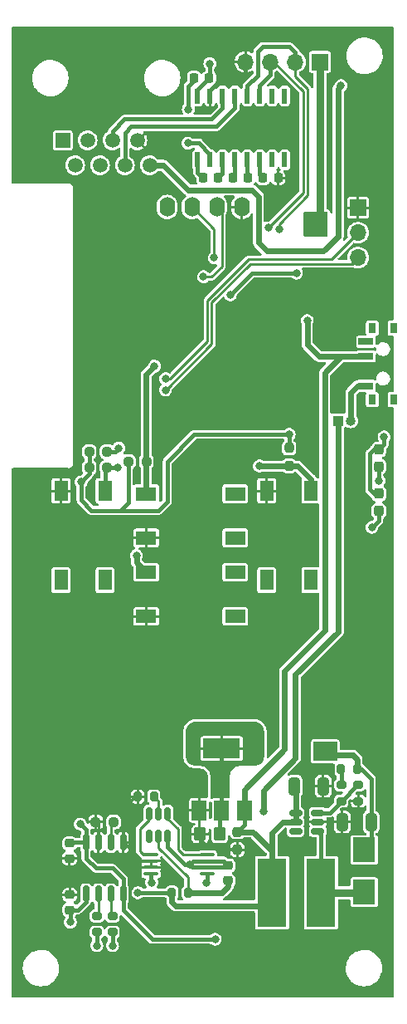
<source format=gbr>
%TF.GenerationSoftware,KiCad,Pcbnew,6.0.5-a6ca702e91~116~ubuntu20.04.1*%
%TF.CreationDate,2022-06-04T21:36:06-05:00*%
%TF.ProjectId,gpsOled,6770734f-6c65-4642-9e6b-696361645f70,rev?*%
%TF.SameCoordinates,Original*%
%TF.FileFunction,Copper,L1,Top*%
%TF.FilePolarity,Positive*%
%FSLAX46Y46*%
G04 Gerber Fmt 4.6, Leading zero omitted, Abs format (unit mm)*
G04 Created by KiCad (PCBNEW 6.0.5-a6ca702e91~116~ubuntu20.04.1) date 2022-06-04 21:36:06*
%MOMM*%
%LPD*%
G01*
G04 APERTURE LIST*
G04 Aperture macros list*
%AMRoundRect*
0 Rectangle with rounded corners*
0 $1 Rounding radius*
0 $2 $3 $4 $5 $6 $7 $8 $9 X,Y pos of 4 corners*
0 Add a 4 corners polygon primitive as box body*
4,1,4,$2,$3,$4,$5,$6,$7,$8,$9,$2,$3,0*
0 Add four circle primitives for the rounded corners*
1,1,$1+$1,$2,$3*
1,1,$1+$1,$4,$5*
1,1,$1+$1,$6,$7*
1,1,$1+$1,$8,$9*
0 Add four rect primitives between the rounded corners*
20,1,$1+$1,$2,$3,$4,$5,0*
20,1,$1+$1,$4,$5,$6,$7,0*
20,1,$1+$1,$6,$7,$8,$9,0*
20,1,$1+$1,$8,$9,$2,$3,0*%
G04 Aperture macros list end*
%TA.AperFunction,SMDPad,CuDef*%
%ADD10RoundRect,0.237500X-0.250000X-0.237500X0.250000X-0.237500X0.250000X0.237500X-0.250000X0.237500X0*%
%TD*%
%TA.AperFunction,SMDPad,CuDef*%
%ADD11RoundRect,0.237500X-0.237500X0.250000X-0.237500X-0.250000X0.237500X-0.250000X0.237500X0.250000X0*%
%TD*%
%TA.AperFunction,SMDPad,CuDef*%
%ADD12R,2.100000X1.400000*%
%TD*%
%TA.AperFunction,SMDPad,CuDef*%
%ADD13RoundRect,0.150000X-0.150000X0.512500X-0.150000X-0.512500X0.150000X-0.512500X0.150000X0.512500X0*%
%TD*%
%TA.AperFunction,SMDPad,CuDef*%
%ADD14RoundRect,0.225000X0.225000X0.250000X-0.225000X0.250000X-0.225000X-0.250000X0.225000X-0.250000X0*%
%TD*%
%TA.AperFunction,SMDPad,CuDef*%
%ADD15RoundRect,0.200000X-0.275000X0.200000X-0.275000X-0.200000X0.275000X-0.200000X0.275000X0.200000X0*%
%TD*%
%TA.AperFunction,SMDPad,CuDef*%
%ADD16RoundRect,0.150000X0.512500X0.150000X-0.512500X0.150000X-0.512500X-0.150000X0.512500X-0.150000X0*%
%TD*%
%TA.AperFunction,SMDPad,CuDef*%
%ADD17RoundRect,0.225000X0.250000X-0.225000X0.250000X0.225000X-0.250000X0.225000X-0.250000X-0.225000X0*%
%TD*%
%TA.AperFunction,SMDPad,CuDef*%
%ADD18R,3.000000X7.000000*%
%TD*%
%TA.AperFunction,SMDPad,CuDef*%
%ADD19RoundRect,0.100000X0.637500X0.100000X-0.637500X0.100000X-0.637500X-0.100000X0.637500X-0.100000X0*%
%TD*%
%TA.AperFunction,ComponentPad*%
%ADD20O,1.600000X2.000000*%
%TD*%
%TA.AperFunction,SMDPad,CuDef*%
%ADD21RoundRect,0.237500X0.237500X-0.287500X0.237500X0.287500X-0.237500X0.287500X-0.237500X-0.287500X0*%
%TD*%
%TA.AperFunction,SMDPad,CuDef*%
%ADD22R,1.400000X2.100000*%
%TD*%
%TA.AperFunction,SMDPad,CuDef*%
%ADD23RoundRect,0.250000X0.350000X0.450000X-0.350000X0.450000X-0.350000X-0.450000X0.350000X-0.450000X0*%
%TD*%
%TA.AperFunction,SMDPad,CuDef*%
%ADD24RoundRect,0.225000X-0.250000X0.225000X-0.250000X-0.225000X0.250000X-0.225000X0.250000X0.225000X0*%
%TD*%
%TA.AperFunction,SMDPad,CuDef*%
%ADD25R,2.300000X2.500000*%
%TD*%
%TA.AperFunction,SMDPad,CuDef*%
%ADD26RoundRect,0.250000X0.325000X0.650000X-0.325000X0.650000X-0.325000X-0.650000X0.325000X-0.650000X0*%
%TD*%
%TA.AperFunction,SMDPad,CuDef*%
%ADD27R,0.800000X1.000000*%
%TD*%
%TA.AperFunction,SMDPad,CuDef*%
%ADD28R,1.500000X0.700000*%
%TD*%
%TA.AperFunction,SMDPad,CuDef*%
%ADD29RoundRect,0.137500X0.137500X-0.662500X0.137500X0.662500X-0.137500X0.662500X-0.137500X-0.662500X0*%
%TD*%
%TA.AperFunction,SMDPad,CuDef*%
%ADD30RoundRect,0.200000X0.200000X0.275000X-0.200000X0.275000X-0.200000X-0.275000X0.200000X-0.275000X0*%
%TD*%
%TA.AperFunction,SMDPad,CuDef*%
%ADD31R,1.500000X2.000000*%
%TD*%
%TA.AperFunction,SMDPad,CuDef*%
%ADD32R,3.800000X2.000000*%
%TD*%
%TA.AperFunction,ComponentPad*%
%ADD33R,1.700000X1.700000*%
%TD*%
%TA.AperFunction,ComponentPad*%
%ADD34O,1.700000X1.700000*%
%TD*%
%TA.AperFunction,SMDPad,CuDef*%
%ADD35RoundRect,0.225000X-0.225000X-0.250000X0.225000X-0.250000X0.225000X0.250000X-0.225000X0.250000X0*%
%TD*%
%TA.AperFunction,SMDPad,CuDef*%
%ADD36RoundRect,0.150000X-0.150000X0.675000X-0.150000X-0.675000X0.150000X-0.675000X0.150000X0.675000X0*%
%TD*%
%TA.AperFunction,SMDPad,CuDef*%
%ADD37RoundRect,0.250000X-0.325000X-0.650000X0.325000X-0.650000X0.325000X0.650000X-0.325000X0.650000X0*%
%TD*%
%TA.AperFunction,ComponentPad*%
%ADD38R,1.000000X1.000000*%
%TD*%
%TA.AperFunction,ComponentPad*%
%ADD39O,1.000000X1.000000*%
%TD*%
%TA.AperFunction,ComponentPad*%
%ADD40R,1.500000X1.500000*%
%TD*%
%TA.AperFunction,ComponentPad*%
%ADD41C,1.500000*%
%TD*%
%TA.AperFunction,ViaPad*%
%ADD42C,0.800000*%
%TD*%
%TA.AperFunction,Conductor*%
%ADD43C,0.600000*%
%TD*%
%TA.AperFunction,Conductor*%
%ADD44C,0.250000*%
%TD*%
%TA.AperFunction,Conductor*%
%ADD45C,0.400000*%
%TD*%
%TA.AperFunction,Conductor*%
%ADD46C,0.800000*%
%TD*%
G04 APERTURE END LIST*
D10*
%TO.P,R18,1*%
%TO.N,+3V3*%
X138427500Y-103830000D03*
%TO.P,R18,2*%
%TO.N,Net-(U5-Pad10)*%
X140252500Y-103830000D03*
%TD*%
%TO.P,R17,1*%
%TO.N,+3V3*%
X134427500Y-104430000D03*
%TO.P,R17,2*%
%TO.N,Net-(U5-Pad37)*%
X136252500Y-104430000D03*
%TD*%
%TO.P,R16,1*%
%TO.N,+3V3*%
X134427500Y-102830000D03*
%TO.P,R16,2*%
%TO.N,Net-(U5-Pad36)*%
X136252500Y-102830000D03*
%TD*%
D11*
%TO.P,R15,1*%
%TO.N,+3V3*%
X154840000Y-102467500D03*
%TO.P,R15,2*%
%TO.N,Net-(U5-Pad33)*%
X154840000Y-104292500D03*
%TD*%
D12*
%TO.P,SW5,1,1*%
%TO.N,Net-(U5-Pad10)*%
X140240000Y-107130000D03*
%TO.P,SW5,2,2*%
%TO.N,GND*%
X140240000Y-111630000D03*
%TO.P,SW5,3*%
%TO.N,N/C*%
X149340000Y-111630000D03*
%TO.P,SW5,4*%
X149340000Y-107130000D03*
%TD*%
D13*
%TO.P,U3,1,OD*%
%TO.N,Net-(Q1-Pad4)*%
X142450000Y-139762500D03*
%TO.P,U3,2,CS*%
%TO.N,Net-(R6-Pad1)*%
X141500000Y-139762500D03*
%TO.P,U3,3,OC*%
%TO.N,Net-(Q1-Pad5)*%
X140550000Y-139762500D03*
%TO.P,U3,4,TD*%
%TO.N,unconnected-(U3-Pad4)*%
X140550000Y-142037500D03*
%TO.P,U3,5,VCC*%
%TO.N,Net-(C4-Pad1)*%
X141500000Y-142037500D03*
%TO.P,U3,6,GND*%
%TO.N,/charger/BAT-*%
X142450000Y-142037500D03*
%TD*%
D14*
%TO.P,C12,1*%
%TO.N,+3V3*%
X146665000Y-64730000D03*
%TO.P,C12,2*%
%TO.N,Net-(C12-Pad2)*%
X145115000Y-64730000D03*
%TD*%
D15*
%TO.P,R9,1*%
%TO.N,Net-(R8-Pad2)*%
X160170000Y-136805000D03*
%TO.P,R9,2*%
%TO.N,Net-(R12-Pad1)*%
X160170000Y-138455000D03*
%TD*%
D12*
%TO.P,SW3,1,1*%
%TO.N,Net-(U5-Pad36)*%
X140240000Y-115130000D03*
%TO.P,SW3,2,2*%
%TO.N,GND*%
X140240000Y-119630000D03*
%TO.P,SW3,3*%
%TO.N,N/C*%
X149340000Y-119630000D03*
%TO.P,SW3,4*%
X149340000Y-115130000D03*
%TD*%
D16*
%TO.P,U6,1,SW*%
%TO.N,Net-(D4-Pad2)*%
X157767500Y-141540000D03*
%TO.P,U6,2,GND*%
%TO.N,GND*%
X157767500Y-140590000D03*
%TO.P,U6,3,FB*%
%TO.N,Net-(R12-Pad1)*%
X157767500Y-139640000D03*
%TO.P,U6,4,EN*%
%TO.N,/charger/STEP-UP2/VIN*%
X155492500Y-139640000D03*
%TO.P,U6,5,IN*%
X155492500Y-140590000D03*
%TO.P,U6,6,NC*%
%TO.N,unconnected-(U6-Pad6)*%
X155492500Y-141540000D03*
%TD*%
D14*
%TO.P,C13,1*%
%TO.N,GND*%
X153715000Y-74930000D03*
%TO.P,C13,2*%
%TO.N,Net-(C13-Pad2)*%
X152165000Y-74930000D03*
%TD*%
D17*
%TO.P,C4,1*%
%TO.N,Net-(C4-Pad1)*%
X148600000Y-146575000D03*
%TO.P,C4,2*%
%TO.N,/charger/BAT-*%
X148600000Y-145025000D03*
%TD*%
D18*
%TO.P,L2,1,1*%
%TO.N,/charger/STEP-UP2/VIN*%
X153100000Y-147800000D03*
%TO.P,L2,2,2*%
%TO.N,Net-(D4-Pad2)*%
X158100000Y-147800000D03*
%TD*%
D19*
%TO.P,Q1,1,D*%
%TO.N,Net-(Q1-Pad1)*%
X146462500Y-145875000D03*
%TO.P,Q1,2,D*%
%TO.N,/charger/BAT-*%
X146462500Y-145225000D03*
%TO.P,Q1,3,D*%
X146462500Y-144575000D03*
%TO.P,Q1,4,G*%
%TO.N,Net-(Q1-Pad4)*%
X146462500Y-143925000D03*
%TO.P,Q1,5,G*%
%TO.N,Net-(Q1-Pad5)*%
X140737500Y-143925000D03*
%TO.P,Q1,6,S*%
%TO.N,GND*%
X140737500Y-144575000D03*
%TO.P,Q1,7,S*%
X140737500Y-145225000D03*
%TO.P,Q1,8,D*%
%TO.N,Net-(Q1-Pad1)*%
X140737500Y-145875000D03*
%TD*%
D15*
%TO.P,R12,1*%
%TO.N,Net-(R12-Pad1)*%
X161890000Y-136815000D03*
%TO.P,R12,2*%
%TO.N,GND*%
X161890000Y-138465000D03*
%TD*%
D11*
%TO.P,C6,1*%
%TO.N,/charger/STEP-UP2/VIN*%
X149550000Y-141587500D03*
%TO.P,C6,2*%
%TO.N,GND*%
X149550000Y-143412500D03*
%TD*%
D20*
%TO.P,J4,1,Pin_1*%
%TO.N,+3V3*%
X142380000Y-77900000D03*
%TO.P,J4,2,Pin_2*%
%TO.N,/ESP32/SDA*%
X144920000Y-77900000D03*
%TO.P,J4,3,Pin_3*%
%TO.N,/ESP32/SCL*%
X147460000Y-77900000D03*
%TO.P,J4,4,Pin_4*%
%TO.N,GND*%
X150000000Y-77900000D03*
%TD*%
D21*
%TO.P,D2,1,K*%
%TO.N,Net-(D2-Pad1)*%
X164000000Y-108875000D03*
%TO.P,D2,2,A*%
%TO.N,/charger/VBUS*%
X164000000Y-107125000D03*
%TD*%
D22*
%TO.P,SW2,1,1*%
%TO.N,Net-(U5-Pad33)*%
X157040000Y-106830000D03*
%TO.P,SW2,2,2*%
%TO.N,GND*%
X152540000Y-106830000D03*
%TO.P,SW2,3*%
%TO.N,N/C*%
X152540000Y-115930000D03*
%TO.P,SW2,4*%
X157040000Y-115930000D03*
%TD*%
D23*
%TO.P,C7,1*%
%TO.N,+3V3*%
X147750000Y-141800000D03*
%TO.P,C7,2*%
%TO.N,GND*%
X145750000Y-141800000D03*
%TD*%
D24*
%TO.P,C3,1*%
%TO.N,/charger/VBUS*%
X132420000Y-142765000D03*
%TO.P,C3,2*%
%TO.N,GND*%
X132420000Y-144315000D03*
%TD*%
D25*
%TO.P,D4,1,K*%
%TO.N,+5V*%
X162500000Y-143440000D03*
%TO.P,D4,2,A*%
%TO.N,Net-(D4-Pad2)*%
X162500000Y-147740000D03*
%TD*%
D26*
%TO.P,C9,1*%
%TO.N,+5V*%
X163215000Y-140580000D03*
%TO.P,C9,2*%
%TO.N,GND*%
X160265000Y-140580000D03*
%TD*%
D27*
%TO.P,SW1,*%
%TO.N,*%
X163335000Y-90230000D03*
X165545000Y-97530000D03*
X163335000Y-97530000D03*
X165545000Y-90230000D03*
D28*
%TO.P,SW1,1,A*%
%TO.N,/charger/BAT+*%
X162685000Y-96130000D03*
%TO.P,SW1,2,B*%
%TO.N,/charger/STEP-UP2/VIN*%
X162685000Y-93130000D03*
%TO.P,SW1,3*%
%TO.N,N/C*%
X162685000Y-91630000D03*
%TD*%
D29*
%TO.P,U7,1,C1+*%
%TO.N,Net-(C10-Pad1)*%
X145495000Y-73080000D03*
%TO.P,U7,2,VS+*%
%TO.N,Net-(C12-Pad2)*%
X146765000Y-73080000D03*
%TO.P,U7,3,C1-*%
%TO.N,Net-(C10-Pad2)*%
X148035000Y-73080000D03*
%TO.P,U7,4,C2+*%
%TO.N,Net-(C11-Pad1)*%
X149305000Y-73080000D03*
%TO.P,U7,5,C2-*%
%TO.N,Net-(C11-Pad2)*%
X150575000Y-73080000D03*
%TO.P,U7,6,VS-*%
%TO.N,Net-(C13-Pad2)*%
X151845000Y-73080000D03*
%TO.P,U7,7,T2OUT*%
%TO.N,unconnected-(U7-Pad7)*%
X153115000Y-73080000D03*
%TO.P,U7,8,R2IN*%
%TO.N,unconnected-(U7-Pad8)*%
X154385000Y-73080000D03*
%TO.P,U7,9,R2OUT*%
%TO.N,unconnected-(U7-Pad9)*%
X154385000Y-66580000D03*
%TO.P,U7,10,T2IN*%
%TO.N,unconnected-(U7-Pad10)*%
X153115000Y-66580000D03*
%TO.P,U7,11,T1IN*%
%TO.N,/ESP32/UART_TX_2*%
X151845000Y-66580000D03*
%TO.P,U7,12,R1OUT*%
%TO.N,/ESP32/UART_RX_2*%
X150575000Y-66580000D03*
%TO.P,U7,13,R1IN*%
%TO.N,/RS232/RS323_RX*%
X149305000Y-66580000D03*
%TO.P,U7,14,T1OUT*%
%TO.N,/RS232/RS232_TX*%
X148035000Y-66580000D03*
%TO.P,U7,15,GND*%
%TO.N,GND*%
X146765000Y-66580000D03*
%TO.P,U7,16,VCC*%
%TO.N,+3V3*%
X145495000Y-66580000D03*
%TD*%
D17*
%TO.P,C5,1*%
%TO.N,/charger/STEP-UP2/VIN*%
X132430000Y-149555000D03*
%TO.P,C5,2*%
%TO.N,GND*%
X132430000Y-148005000D03*
%TD*%
D30*
%TO.P,R7,1*%
%TO.N,Net-(C4-Pad1)*%
X144525000Y-147800000D03*
%TO.P,R7,2*%
%TO.N,/charger/STEP-UP2/VIN*%
X142875000Y-147800000D03*
%TD*%
D15*
%TO.P,R3,1*%
%TO.N,Net-(R3-Pad1)*%
X135200000Y-150175000D03*
%TO.P,R3,2*%
%TO.N,Net-(D2-Pad1)*%
X135200000Y-151825000D03*
%TD*%
D30*
%TO.P,R8,1*%
%TO.N,+5V*%
X161785000Y-135220000D03*
%TO.P,R8,2*%
%TO.N,Net-(R8-Pad2)*%
X160135000Y-135220000D03*
%TD*%
D31*
%TO.P,U4,1,GND*%
%TO.N,GND*%
X145650000Y-139400000D03*
%TO.P,U4,2,VO*%
%TO.N,+3V3*%
X147950000Y-139400000D03*
D32*
X147950000Y-133100000D03*
D31*
%TO.P,U4,3,VI*%
%TO.N,/charger/STEP-UP2/VIN*%
X150250000Y-139400000D03*
%TD*%
D33*
%TO.P,J3,1,Pin_1*%
%TO.N,GND*%
X161875000Y-77975000D03*
D34*
%TO.P,J3,2,Pin_2*%
%TO.N,/ESP32/UART_TX_0*%
X161875000Y-80515000D03*
%TO.P,J3,3,Pin_3*%
%TO.N,/ESP32/UART_RX_0*%
X161875000Y-83055000D03*
%TD*%
D30*
%TO.P,R6,1*%
%TO.N,Net-(R6-Pad1)*%
X141025000Y-138000000D03*
%TO.P,R6,2*%
%TO.N,GND*%
X139375000Y-138000000D03*
%TD*%
D35*
%TO.P,C10,1*%
%TO.N,Net-(C10-Pad1)*%
X146065000Y-74930000D03*
%TO.P,C10,2*%
%TO.N,Net-(C10-Pad2)*%
X147615000Y-74930000D03*
%TD*%
D15*
%TO.P,R4,1*%
%TO.N,Net-(R4-Pad1)*%
X136800000Y-150175000D03*
%TO.P,R4,2*%
%TO.N,Net-(D3-Pad1)*%
X136800000Y-151825000D03*
%TD*%
D10*
%TO.P,R5,1*%
%TO.N,GND*%
X135087500Y-140600000D03*
%TO.P,R5,2*%
%TO.N,Net-(R5-Pad2)*%
X136912500Y-140600000D03*
%TD*%
D22*
%TO.P,SW4,1,1*%
%TO.N,Net-(U5-Pad37)*%
X136040000Y-106830000D03*
%TO.P,SW4,2,2*%
%TO.N,GND*%
X131540000Y-106830000D03*
%TO.P,SW4,3*%
%TO.N,N/C*%
X131540000Y-115930000D03*
%TO.P,SW4,4*%
X136040000Y-115930000D03*
%TD*%
D21*
%TO.P,D3,1,K*%
%TO.N,Net-(D3-Pad1)*%
X164000000Y-104375000D03*
%TO.P,D3,2,A*%
%TO.N,/charger/VBUS*%
X164000000Y-102625000D03*
%TD*%
D36*
%TO.P,U2,1,TEMP*%
%TO.N,GND*%
X137905000Y-142675000D03*
%TO.P,U2,2,PROG*%
%TO.N,Net-(R5-Pad2)*%
X136635000Y-142675000D03*
%TO.P,U2,3,GND*%
%TO.N,GND*%
X135365000Y-142675000D03*
%TO.P,U2,4,VCC*%
%TO.N,/charger/VBUS*%
X134095000Y-142675000D03*
%TO.P,U2,5,BAT*%
%TO.N,/charger/STEP-UP2/VIN*%
X134095000Y-147925000D03*
%TO.P,U2,6,~{STDBY}*%
%TO.N,Net-(R3-Pad1)*%
X135365000Y-147925000D03*
%TO.P,U2,7,~{CHRG}*%
%TO.N,Net-(R4-Pad1)*%
X136635000Y-147925000D03*
%TO.P,U2,8,CE*%
%TO.N,/charger/VBUS*%
X137905000Y-147925000D03*
%TD*%
D37*
%TO.P,C8,1*%
%TO.N,/charger/STEP-UP2/VIN*%
X155375000Y-136950000D03*
%TO.P,C8,2*%
%TO.N,GND*%
X158325000Y-136950000D03*
%TD*%
D35*
%TO.P,C11,1*%
%TO.N,Net-(C11-Pad1)*%
X149115000Y-74930000D03*
%TO.P,C11,2*%
%TO.N,Net-(C11-Pad2)*%
X150665000Y-74930000D03*
%TD*%
D38*
%TO.P,J2,1,Pin_1*%
%TO.N,/charger/BAT-*%
X159870000Y-99680000D03*
D39*
%TO.P,J2,2,Pin_2*%
%TO.N,/charger/BAT+*%
X161140000Y-99680000D03*
%TD*%
D40*
%TO.P,J5,1*%
%TO.N,unconnected-(J5-Pad1)*%
X131717500Y-71100000D03*
D41*
%TO.P,J5,2*%
%TO.N,unconnected-(J5-Pad2)*%
X132987500Y-73640000D03*
%TO.P,J5,3*%
%TO.N,unconnected-(J5-Pad3)*%
X134257500Y-71100000D03*
%TO.P,J5,4*%
%TO.N,unconnected-(J5-Pad4)*%
X135527500Y-73640000D03*
%TO.P,J5,5*%
%TO.N,/RS232/RS232_TX*%
X136797500Y-71100000D03*
%TO.P,J5,6*%
%TO.N,/RS232/RS323_RX*%
X138067500Y-73640000D03*
%TO.P,J5,7*%
%TO.N,GND*%
X139337500Y-71100000D03*
%TO.P,J5,8*%
%TO.N,+12V*%
X140607500Y-73640000D03*
%TD*%
D33*
%TO.P,J6,1,Pin_1*%
%TO.N,+5V*%
X158000000Y-63100000D03*
D34*
%TO.P,J6,2,Pin_2*%
%TO.N,/ESP32/UART_RX_2*%
X155460000Y-63100000D03*
%TO.P,J6,3,Pin_3*%
%TO.N,/ESP32/UART_TX_2*%
X152920000Y-63100000D03*
%TO.P,J6,4,Pin_4*%
%TO.N,GND*%
X150380000Y-63100000D03*
%TD*%
D42*
%TO.N,Net-(U5-Pad13)*%
X148840000Y-86830000D03*
%TO.N,/charger/STEP-UP2/VIN*%
X156690000Y-89480000D03*
%TO.N,Net-(U5-Pad13)*%
X155590000Y-84630000D03*
%TO.N,+3V3*%
X133590000Y-105930000D03*
X154840000Y-101080000D03*
%TO.N,Net-(U5-Pad36)*%
X137440000Y-102480000D03*
X139240000Y-113420000D03*
%TO.N,GND*%
X144400000Y-141900000D03*
X141790000Y-86280000D03*
X139300000Y-145000000D03*
X141790000Y-92280000D03*
X137190000Y-76080000D03*
X141190000Y-76080000D03*
X138990000Y-89380000D03*
X134190000Y-83380000D03*
X138300000Y-138800000D03*
%TO.N,/charger/VBUS*%
X147290000Y-152550000D03*
X133500000Y-140800000D03*
X164540000Y-101340000D03*
%TO.N,/ESP32/SCL*%
X146089500Y-85000000D03*
%TO.N,/ESP32/SDA*%
X147190000Y-83080000D03*
%TO.N,Net-(U5-Pad33)*%
X151800000Y-104300000D03*
%TO.N,Net-(U5-Pad37)*%
X137340000Y-104430000D03*
%TO.N,/charger/STEP-UP2/VIN*%
X139400000Y-147800000D03*
X132500000Y-150800000D03*
%TO.N,/ESP32/UART_RX_2*%
X153810000Y-80130000D03*
%TO.N,/ESP32/UART_TX_2*%
X152710000Y-80010000D03*
%TO.N,+3V3*%
X149290000Y-131380000D03*
X146290000Y-131380000D03*
X147790000Y-131380000D03*
X146740000Y-63280000D03*
X150790000Y-131380000D03*
%TO.N,+12V*%
X160140000Y-65520000D03*
%TO.N,+5V*%
X159190000Y-133780000D03*
X157510000Y-80080000D03*
X158590000Y-132880000D03*
X157890000Y-133780000D03*
X156990000Y-79130000D03*
X158090000Y-79130000D03*
%TO.N,Net-(C12-Pad2)*%
X144490000Y-71380000D03*
X144540000Y-67930000D03*
%TO.N,Net-(D2-Pad1)*%
X135200000Y-153200000D03*
X163290000Y-110560000D03*
%TO.N,/ESP32/UART_RX_0*%
X142200000Y-96550000D03*
%TO.N,/ESP32/UART_TX_0*%
X142230000Y-95400000D03*
%TO.N,Net-(Q1-Pad1)*%
X140800000Y-146750500D03*
X146390000Y-146780000D03*
%TO.N,/charger/BAT-*%
X144680000Y-144920000D03*
X152210000Y-139530000D03*
%TO.N,Net-(D3-Pad1)*%
X164030000Y-105790000D03*
X136800000Y-153200000D03*
%TO.N,Net-(U5-Pad10)*%
X141090000Y-94110000D03*
%TD*%
D43*
%TO.N,+12V*%
X140607500Y-73640000D02*
X142010000Y-73640000D01*
X142010000Y-73640000D02*
X144540000Y-76170000D01*
X144540000Y-76170000D02*
X151060000Y-76170000D01*
X151060000Y-76170000D02*
X151710000Y-76820000D01*
X151710000Y-76820000D02*
X151710000Y-81550000D01*
X151710000Y-81550000D02*
X152550000Y-82390000D01*
X152550000Y-82390000D02*
X158360000Y-82390000D01*
X158360000Y-82390000D02*
X159850000Y-80900000D01*
X159850000Y-80900000D02*
X159850000Y-65810000D01*
X159850000Y-65810000D02*
X160140000Y-65520000D01*
D44*
%TO.N,/ESP32/UART_TX_0*%
X142230000Y-95400000D02*
X142670000Y-95400000D01*
X142670000Y-95400000D02*
X146490490Y-91579510D01*
X146490490Y-91579510D02*
X146490490Y-87443806D01*
X146490490Y-87443806D02*
X150703807Y-83230489D01*
X150703807Y-83230489D02*
X159159511Y-83230489D01*
X159159511Y-83230489D02*
X161875000Y-80515000D01*
%TO.N,/ESP32/UART_RX_0*%
X142200000Y-96550000D02*
X142270000Y-96550000D01*
X142270000Y-96550000D02*
X146940000Y-91880000D01*
X146940000Y-91880000D02*
X146940000Y-87630000D01*
X146940000Y-87630000D02*
X150890000Y-83680000D01*
X150890000Y-83680000D02*
X161250000Y-83680000D01*
X161250000Y-83680000D02*
X161875000Y-83055000D01*
D45*
%TO.N,Net-(U5-Pad13)*%
X151040000Y-84630000D02*
X148840000Y-86830000D01*
X155590000Y-84630000D02*
X151040000Y-84630000D01*
D43*
%TO.N,/charger/STEP-UP2/VIN*%
X162685000Y-93130000D02*
X157890000Y-93130000D01*
X157890000Y-93130000D02*
X157290000Y-92530000D01*
X157290000Y-92530000D02*
X156690000Y-91930000D01*
X156690000Y-91930000D02*
X156690000Y-89480000D01*
D45*
%TO.N,+3V3*%
X154840000Y-101080000D02*
X145140000Y-101080000D01*
X145140000Y-101080000D02*
X142390000Y-103830000D01*
X142390000Y-103830000D02*
X142390000Y-107930000D01*
X142390000Y-107930000D02*
X141490000Y-108830000D01*
X141490000Y-108830000D02*
X137590000Y-108830000D01*
X138427500Y-103830000D02*
X138427500Y-107992500D01*
X138427500Y-107992500D02*
X137590000Y-108830000D01*
X137590000Y-108830000D02*
X134640000Y-108830000D01*
X134640000Y-108830000D02*
X133590000Y-107780000D01*
X133590000Y-107780000D02*
X133590000Y-105930000D01*
X134427500Y-104430000D02*
X134427500Y-105092500D01*
X134427500Y-105092500D02*
X133590000Y-105930000D01*
%TO.N,Net-(U5-Pad37)*%
X136252500Y-104430000D02*
X137340000Y-104430000D01*
X136040000Y-106830000D02*
X136040000Y-104642500D01*
X136040000Y-104642500D02*
X136252500Y-104430000D01*
%TO.N,+3V3*%
X134427500Y-104430000D02*
X134427500Y-102830000D01*
X154840000Y-102467500D02*
X154840000Y-101080000D01*
%TO.N,Net-(U5-Pad36)*%
X136252500Y-102830000D02*
X137090000Y-102830000D01*
X137090000Y-102830000D02*
X137440000Y-102480000D01*
D43*
X140240000Y-115130000D02*
X139240000Y-114130000D01*
X139240000Y-114130000D02*
X139240000Y-113420000D01*
D44*
%TO.N,GND*%
X145750000Y-141800000D02*
X144500000Y-141800000D01*
X138900000Y-143670000D02*
X138900000Y-144600000D01*
X139300000Y-145000000D02*
X139525000Y-145225000D01*
X149487980Y-143350480D02*
X148150480Y-143350480D01*
X135365000Y-142675000D02*
X135365000Y-140877500D01*
X147750000Y-142950000D02*
X146400000Y-142950000D01*
X139300000Y-144700000D02*
X139300000Y-145000000D01*
X145750000Y-142300000D02*
X145750000Y-141800000D01*
D45*
X150380000Y-64340000D02*
X150380000Y-63100000D01*
D44*
X148150480Y-143350480D02*
X147750000Y-142950000D01*
X145650000Y-141700000D02*
X145750000Y-141800000D01*
X139100000Y-138000000D02*
X138300000Y-138800000D01*
D45*
X146765000Y-66580000D02*
X146765000Y-66055000D01*
D44*
X137905000Y-139195000D02*
X137905000Y-142675000D01*
X139375000Y-138000000D02*
X139100000Y-138000000D01*
D45*
X146765000Y-66055000D02*
X147840000Y-64980000D01*
D44*
X149550000Y-143412500D02*
X149487980Y-143350480D01*
X138300000Y-138800000D02*
X137905000Y-139195000D01*
X138900000Y-144600000D02*
X139300000Y-145000000D01*
X146400000Y-142950000D02*
X145750000Y-142300000D01*
X137905000Y-142675000D02*
X138900000Y-143670000D01*
X145650000Y-139400000D02*
X145650000Y-141700000D01*
X144500000Y-141800000D02*
X144400000Y-141900000D01*
X135365000Y-140877500D02*
X135087500Y-140600000D01*
X140737500Y-144575000D02*
X139425000Y-144575000D01*
X139425000Y-144575000D02*
X139300000Y-144700000D01*
X139525000Y-145225000D02*
X140737500Y-145225000D01*
D45*
X147840000Y-64980000D02*
X149740000Y-64980000D01*
X149740000Y-64980000D02*
X150380000Y-64340000D01*
%TO.N,/charger/VBUS*%
X134095000Y-142675000D02*
X132510000Y-142675000D01*
X134095000Y-144295000D02*
X135100000Y-145300000D01*
X134095000Y-141395000D02*
X133500000Y-140800000D01*
X164540000Y-102085000D02*
X164540000Y-101340000D01*
X163505000Y-107125000D02*
X163079511Y-106699511D01*
X164000000Y-102625000D02*
X164540000Y-102085000D01*
X164000000Y-107125000D02*
X163505000Y-107125000D01*
X140850000Y-152550000D02*
X147290000Y-152550000D01*
X134095000Y-142675000D02*
X134095000Y-144295000D01*
X132510000Y-142675000D02*
X132420000Y-142765000D01*
X134095000Y-142675000D02*
X134095000Y-141395000D01*
X137905000Y-147925000D02*
X137905000Y-149605000D01*
X137905000Y-147925000D02*
X137905000Y-146405000D01*
X163485000Y-102625000D02*
X164000000Y-102625000D01*
X163079511Y-103030489D02*
X163485000Y-102625000D01*
X163079511Y-106699511D02*
X163079511Y-103030489D01*
X136800000Y-145300000D02*
X135100000Y-145300000D01*
X137905000Y-149605000D02*
X140850000Y-152550000D01*
X137905000Y-146405000D02*
X136800000Y-145300000D01*
D44*
%TO.N,/ESP32/SCL*%
X146940000Y-85000000D02*
X146089500Y-85000000D01*
X147460000Y-77900000D02*
X147964501Y-78404501D01*
X147964501Y-78404501D02*
X147964501Y-83975499D01*
X147964501Y-83975499D02*
X146940000Y-85000000D01*
%TO.N,/ESP32/SDA*%
X147190000Y-80170000D02*
X147190000Y-83080000D01*
X144920000Y-77900000D02*
X147190000Y-80170000D01*
D43*
%TO.N,Net-(C4-Pad1)*%
X144525000Y-147800000D02*
X147970000Y-147800000D01*
X148600000Y-147170000D02*
X148600000Y-146575000D01*
D44*
X144525000Y-146225000D02*
X141500000Y-143200000D01*
X144525000Y-147800000D02*
X144525000Y-146225000D01*
X144525000Y-147800000D02*
X146300000Y-147800000D01*
X146100000Y-147800000D02*
X146300000Y-147800000D01*
X141500000Y-143200000D02*
X141500000Y-142037500D01*
D43*
X147970000Y-147800000D02*
X148600000Y-147170000D01*
%TO.N,Net-(U5-Pad33)*%
X151800000Y-104300000D02*
X155710000Y-104300000D01*
X155710000Y-104300000D02*
X157040000Y-105630000D01*
X157040000Y-105630000D02*
X157040000Y-106830000D01*
D45*
%TO.N,/charger/STEP-UP2/VIN*%
X150250000Y-140887500D02*
X150250000Y-139400000D01*
D43*
X155492500Y-140590000D02*
X155492500Y-139640000D01*
X154390000Y-133180000D02*
X154390000Y-125180000D01*
X142875000Y-147800000D02*
X142875000Y-148765000D01*
X154180000Y-140590000D02*
X155492500Y-140590000D01*
X154390000Y-125180000D02*
X158490000Y-121080000D01*
X153100000Y-147800000D02*
X153100000Y-141670000D01*
D45*
X132500000Y-149625000D02*
X132430000Y-149555000D01*
X132500000Y-150800000D02*
X132500000Y-149625000D01*
D43*
X142875000Y-148765000D02*
X143240000Y-149130000D01*
D45*
X139400000Y-147800000D02*
X142875000Y-147800000D01*
X133245000Y-149555000D02*
X132430000Y-149555000D01*
D43*
X151167500Y-141587500D02*
X149550000Y-141587500D01*
X158490000Y-94780000D02*
X160140000Y-93130000D01*
X153100000Y-147800000D02*
X153100000Y-143520000D01*
X160140000Y-93130000D02*
X162685000Y-93130000D01*
X151770000Y-149130000D02*
X153100000Y-147800000D01*
X143240000Y-149130000D02*
X151770000Y-149130000D01*
D45*
X134095000Y-148705000D02*
X133245000Y-149555000D01*
D43*
X155492500Y-139640000D02*
X155492500Y-137067500D01*
X150250000Y-139400000D02*
X150250000Y-137320000D01*
D45*
X149550000Y-141587500D02*
X150250000Y-140887500D01*
D43*
X155492500Y-137067500D02*
X155375000Y-136950000D01*
X158490000Y-121080000D02*
X158490000Y-94780000D01*
D45*
X134095000Y-147925000D02*
X134095000Y-148705000D01*
D43*
X150250000Y-137320000D02*
X154390000Y-133180000D01*
X153100000Y-141670000D02*
X153930000Y-140840000D01*
X153930000Y-140840000D02*
X154180000Y-140590000D01*
X153100000Y-143520000D02*
X151167500Y-141587500D01*
D44*
%TO.N,/ESP32/UART_RX_2*%
X156730000Y-76700000D02*
X156730000Y-65820000D01*
D45*
X155460000Y-62150000D02*
X155460000Y-63100000D01*
X151640000Y-64480000D02*
X151640000Y-62030000D01*
X150575000Y-65545000D02*
X151640000Y-64480000D01*
D44*
X155460000Y-64550000D02*
X155460000Y-63100000D01*
D45*
X154840000Y-61530000D02*
X155460000Y-62150000D01*
D44*
X156730000Y-65820000D02*
X155460000Y-64550000D01*
D45*
X151640000Y-62030000D02*
X152140000Y-61530000D01*
D44*
X153810000Y-80130000D02*
X153810000Y-79620000D01*
X153810000Y-79620000D02*
X156730000Y-76700000D01*
D45*
X152140000Y-61530000D02*
X154840000Y-61530000D01*
X150575000Y-66580000D02*
X150575000Y-65545000D01*
D44*
%TO.N,/ESP32/UART_TX_2*%
X156260000Y-76460000D02*
X156260000Y-66080000D01*
X156260000Y-66080000D02*
X153280000Y-63100000D01*
D45*
X151845000Y-65525000D02*
X152920000Y-64450000D01*
X152920000Y-64450000D02*
X152920000Y-63100000D01*
D44*
X153280000Y-63100000D02*
X152920000Y-63100000D01*
D45*
X151845000Y-66580000D02*
X151845000Y-65525000D01*
D44*
X152710000Y-80010000D02*
X156260000Y-76460000D01*
D45*
%TO.N,+3V3*%
X147750000Y-139600000D02*
X147950000Y-139400000D01*
X147950000Y-139400000D02*
X147950000Y-133100000D01*
X146665000Y-64730000D02*
X146740000Y-64655000D01*
X147750000Y-141800000D02*
X147750000Y-139600000D01*
X145495000Y-65900000D02*
X146665000Y-64730000D01*
X146740000Y-64655000D02*
X146740000Y-63280000D01*
X145495000Y-66580000D02*
X145495000Y-65900000D01*
D43*
%TO.N,/charger/BAT+*%
X162685000Y-96130000D02*
X161840000Y-96130000D01*
X161140000Y-96830000D02*
X161140000Y-99680000D01*
X161840000Y-96130000D02*
X161140000Y-96830000D01*
D45*
%TO.N,/RS232/RS232_TX*%
X136797500Y-70172500D02*
X136797500Y-71100000D01*
X148035000Y-66580000D02*
X148035000Y-67835000D01*
X138040000Y-68930000D02*
X136797500Y-70172500D01*
X148035000Y-67835000D02*
X146940000Y-68930000D01*
X146940000Y-68930000D02*
X138040000Y-68930000D01*
%TO.N,/RS232/RS323_RX*%
X138067500Y-70302500D02*
X138067500Y-73640000D01*
X149305000Y-67815000D02*
X147440000Y-69680000D01*
X149305000Y-66580000D02*
X149305000Y-67815000D01*
X138690000Y-69680000D02*
X138067500Y-70302500D01*
X147440000Y-69680000D02*
X138690000Y-69680000D01*
D43*
%TO.N,+5V*%
X161340000Y-133780000D02*
X159190000Y-133780000D01*
D45*
X163215000Y-142725000D02*
X162500000Y-143440000D01*
D46*
X158000000Y-63100000D02*
X158000000Y-79040000D01*
D45*
X161785000Y-135220000D02*
X162250000Y-135220000D01*
X162250000Y-135220000D02*
X163215000Y-136185000D01*
D43*
X161785000Y-135220000D02*
X161785000Y-134225000D01*
D45*
X163215000Y-136185000D02*
X163215000Y-140580000D01*
D43*
X161785000Y-134225000D02*
X161340000Y-133780000D01*
D45*
X163215000Y-140580000D02*
X163215000Y-142725000D01*
D43*
X159190000Y-133780000D02*
X157890000Y-133780000D01*
D46*
X158000000Y-79040000D02*
X158090000Y-79130000D01*
D45*
%TO.N,Net-(C10-Pad1)*%
X145495000Y-74360000D02*
X146065000Y-74930000D01*
X145495000Y-73080000D02*
X145495000Y-74360000D01*
%TO.N,Net-(C11-Pad1)*%
X149305000Y-73080000D02*
X149305000Y-74740000D01*
X149305000Y-74740000D02*
X149115000Y-74930000D01*
%TO.N,Net-(C12-Pad2)*%
X146765000Y-72507697D02*
X145637303Y-71380000D01*
X146765000Y-73080000D02*
X146765000Y-72507697D01*
X145637303Y-71380000D02*
X144490000Y-71380000D01*
X145115000Y-64730000D02*
X145115000Y-65005000D01*
X144540000Y-65580000D02*
X144540000Y-67930000D01*
X145115000Y-65005000D02*
X144540000Y-65580000D01*
%TO.N,Net-(C13-Pad2)*%
X151845000Y-73080000D02*
X151845000Y-74610000D01*
X151845000Y-74610000D02*
X152165000Y-74930000D01*
%TO.N,Net-(C10-Pad2)*%
X148035000Y-74510000D02*
X147615000Y-74930000D01*
X148035000Y-73080000D02*
X148035000Y-74510000D01*
%TO.N,Net-(C11-Pad2)*%
X150575000Y-73080000D02*
X150575000Y-74840000D01*
X150575000Y-74840000D02*
X150665000Y-74930000D01*
%TO.N,Net-(D2-Pad1)*%
X164000000Y-109850000D02*
X163290000Y-110560000D01*
X135200000Y-151825000D02*
X135200000Y-153200000D01*
X164000000Y-108875000D02*
X164000000Y-109850000D01*
D44*
%TO.N,Net-(R4-Pad1)*%
X136635000Y-147925000D02*
X136635000Y-150010000D01*
X136635000Y-150010000D02*
X136800000Y-150175000D01*
D45*
%TO.N,Net-(Q1-Pad1)*%
X146462500Y-146707500D02*
X146390000Y-146780000D01*
X146462500Y-145875000D02*
X146462500Y-146707500D01*
X140737500Y-145875000D02*
X140737500Y-146688000D01*
X140737500Y-146688000D02*
X140800000Y-146750500D01*
D44*
%TO.N,Net-(Q1-Pad4)*%
X142450000Y-140250000D02*
X143500000Y-141300000D01*
X142450000Y-139762500D02*
X142450000Y-140250000D01*
X144025000Y-143925000D02*
X146462500Y-143925000D01*
X143500000Y-141300000D02*
X143500000Y-143400000D01*
X143500000Y-143400000D02*
X144025000Y-143925000D01*
D45*
%TO.N,/charger/BAT-*%
X144230000Y-144920000D02*
X144680000Y-144920000D01*
D43*
X159870000Y-121200000D02*
X155490000Y-125580000D01*
X155490000Y-134080000D02*
X152210000Y-137360000D01*
D45*
X146462500Y-144575000D02*
X148150000Y-144575000D01*
D43*
X159870000Y-99680000D02*
X159870000Y-121200000D01*
D45*
X145025000Y-144575000D02*
X144680000Y-144920000D01*
X146462500Y-144575000D02*
X145025000Y-144575000D01*
X142450000Y-142037500D02*
X142450000Y-143140000D01*
D43*
X152210000Y-137360000D02*
X152210000Y-139530000D01*
D45*
X148400000Y-145225000D02*
X148600000Y-145025000D01*
X142450000Y-143140000D02*
X144230000Y-144920000D01*
X146462500Y-145225000D02*
X144985000Y-145225000D01*
X144985000Y-145225000D02*
X144680000Y-144920000D01*
D43*
X155490000Y-125580000D02*
X155490000Y-134080000D01*
D45*
X146462500Y-145225000D02*
X148400000Y-145225000D01*
X148150000Y-144575000D02*
X148600000Y-145025000D01*
%TO.N,Net-(D3-Pad1)*%
X164000000Y-104375000D02*
X164000000Y-105760000D01*
X164000000Y-105760000D02*
X164030000Y-105790000D01*
X136800000Y-151825000D02*
X136800000Y-153200000D01*
D46*
%TO.N,Net-(D4-Pad2)*%
X162440000Y-147800000D02*
X162500000Y-147740000D01*
X158100000Y-147800000D02*
X162440000Y-147800000D01*
D45*
X158100000Y-141872500D02*
X158100000Y-147800000D01*
X157767500Y-141540000D02*
X158100000Y-141872500D01*
D44*
%TO.N,Net-(Q1-Pad5)*%
X139590000Y-143580000D02*
X139935000Y-143925000D01*
X140550000Y-140320000D02*
X139590000Y-141280000D01*
X139935000Y-143925000D02*
X140737500Y-143925000D01*
X140550000Y-139762500D02*
X140550000Y-140320000D01*
X139590000Y-141280000D02*
X139590000Y-143580000D01*
%TO.N,Net-(R3-Pad1)*%
X135365000Y-150010000D02*
X135200000Y-150175000D01*
X135365000Y-147925000D02*
X135365000Y-150010000D01*
%TO.N,Net-(R5-Pad2)*%
X136635000Y-142675000D02*
X136635000Y-140877500D01*
X136635000Y-140877500D02*
X136912500Y-140600000D01*
%TO.N,Net-(R6-Pad1)*%
X141500000Y-138475000D02*
X141025000Y-138000000D01*
X141500000Y-139762500D02*
X141500000Y-138475000D01*
D45*
%TO.N,Net-(R8-Pad2)*%
X160170000Y-135255000D02*
X160135000Y-135220000D01*
X160170000Y-136805000D02*
X160170000Y-135255000D01*
D43*
%TO.N,Net-(U5-Pad10)*%
X141090000Y-94110000D02*
X140240000Y-94960000D01*
X140240000Y-94960000D02*
X140240000Y-107130000D01*
D45*
%TO.N,Net-(R12-Pad1)*%
X161890000Y-136815000D02*
X161810000Y-136815000D01*
X157767500Y-139640000D02*
X158985000Y-139640000D01*
X158985000Y-139640000D02*
X160170000Y-138455000D01*
X161810000Y-136815000D02*
X160170000Y-138455000D01*
%TD*%
%TA.AperFunction,Conductor*%
%TO.N,+5V*%
G36*
X159732121Y-132400002D02*
G01*
X159778614Y-132453658D01*
X159790000Y-132506000D01*
X159790000Y-134254000D01*
X159769998Y-134322121D01*
X159716342Y-134368614D01*
X159664000Y-134380000D01*
X157416000Y-134380000D01*
X157347879Y-134359998D01*
X157301386Y-134306342D01*
X157290000Y-134254000D01*
X157290000Y-132506000D01*
X157310002Y-132437879D01*
X157363658Y-132391386D01*
X157416000Y-132380000D01*
X159664000Y-132380000D01*
X159732121Y-132400002D01*
G37*
%TD.AperFunction*%
%TD*%
%TA.AperFunction,Conductor*%
%TO.N,+3V3*%
G36*
X151296163Y-130380607D02*
G01*
X151472740Y-130397999D01*
X151496957Y-130402815D01*
X151660809Y-130452518D01*
X151683629Y-130461971D01*
X151834631Y-130542683D01*
X151855158Y-130556399D01*
X151987521Y-130665026D01*
X152004974Y-130682479D01*
X152113601Y-130814842D01*
X152127319Y-130835372D01*
X152208029Y-130986371D01*
X152217482Y-131009190D01*
X152267185Y-131173043D01*
X152272002Y-131197263D01*
X152289393Y-131373837D01*
X152290000Y-131386187D01*
X152290000Y-133873813D01*
X152289393Y-133886163D01*
X152272002Y-134062737D01*
X152267185Y-134086957D01*
X152230035Y-134209427D01*
X152217482Y-134250809D01*
X152208029Y-134273629D01*
X152127319Y-134424628D01*
X152113601Y-134445158D01*
X152004974Y-134577521D01*
X151987521Y-134594974D01*
X151855158Y-134703601D01*
X151834631Y-134717317D01*
X151742417Y-134766607D01*
X151683629Y-134798029D01*
X151660810Y-134807482D01*
X151496957Y-134857185D01*
X151472740Y-134862001D01*
X151296163Y-134879393D01*
X151283813Y-134880000D01*
X149790000Y-134880000D01*
X149786927Y-134880303D01*
X149786920Y-134880303D01*
X149686943Y-134890150D01*
X149594910Y-134899215D01*
X149588990Y-134901011D01*
X149588984Y-134901012D01*
X149453822Y-134942013D01*
X149407317Y-134956120D01*
X149234430Y-135048530D01*
X149082893Y-135172893D01*
X148958530Y-135324430D01*
X148866120Y-135497317D01*
X148864325Y-135503235D01*
X148811012Y-135678984D01*
X148811011Y-135678990D01*
X148809215Y-135684910D01*
X148790000Y-135880000D01*
X148790000Y-138020000D01*
X148769998Y-138088121D01*
X148716342Y-138134614D01*
X148664000Y-138146000D01*
X148095115Y-138146000D01*
X148079876Y-138150475D01*
X148078671Y-138151865D01*
X148077000Y-138159548D01*
X148077000Y-139401000D01*
X148056998Y-139469121D01*
X148003342Y-139515614D01*
X147951000Y-139527000D01*
X147949000Y-139527000D01*
X147880879Y-139506998D01*
X147834386Y-139453342D01*
X147823000Y-139401000D01*
X147823000Y-138164116D01*
X147818525Y-138148877D01*
X147817135Y-138147672D01*
X147809452Y-138146001D01*
X147181172Y-138146001D01*
X147168912Y-138147209D01*
X147113069Y-138158315D01*
X147090573Y-138167633D01*
X147027192Y-138209983D01*
X147005095Y-138232080D01*
X146942783Y-138266106D01*
X146871968Y-138261041D01*
X146815132Y-138218494D01*
X146790321Y-138151974D01*
X146790000Y-138142985D01*
X146790000Y-135880000D01*
X146770785Y-135684910D01*
X146768989Y-135678990D01*
X146768988Y-135678984D01*
X146715675Y-135503235D01*
X146713880Y-135497317D01*
X146621470Y-135324430D01*
X146497107Y-135172893D01*
X146345570Y-135048530D01*
X146172683Y-134956120D01*
X146126178Y-134942013D01*
X145991016Y-134901012D01*
X145991010Y-134901011D01*
X145985090Y-134899215D01*
X145893057Y-134890150D01*
X145793080Y-134880303D01*
X145793073Y-134880303D01*
X145790000Y-134880000D01*
X145296187Y-134880000D01*
X145283837Y-134879393D01*
X145107260Y-134862001D01*
X145083043Y-134857185D01*
X144919190Y-134807482D01*
X144896371Y-134798029D01*
X144837583Y-134766607D01*
X144745369Y-134717317D01*
X144724842Y-134703601D01*
X144592479Y-134594974D01*
X144575026Y-134577521D01*
X144466399Y-134445158D01*
X144452681Y-134424628D01*
X144371971Y-134273629D01*
X144362518Y-134250809D01*
X144349965Y-134209427D01*
X144322483Y-134118828D01*
X145796001Y-134118828D01*
X145797209Y-134131088D01*
X145808315Y-134186931D01*
X145817633Y-134209427D01*
X145859983Y-134272808D01*
X145877192Y-134290017D01*
X145940575Y-134332368D01*
X145963066Y-134341684D01*
X146018915Y-134352793D01*
X146031170Y-134354000D01*
X147804885Y-134354000D01*
X147820124Y-134349525D01*
X147821329Y-134348135D01*
X147823000Y-134340452D01*
X147823000Y-134335884D01*
X148077000Y-134335884D01*
X148081475Y-134351123D01*
X148082865Y-134352328D01*
X148090548Y-134353999D01*
X149868828Y-134353999D01*
X149881088Y-134352791D01*
X149936931Y-134341685D01*
X149959427Y-134332367D01*
X150022808Y-134290017D01*
X150040017Y-134272808D01*
X150082368Y-134209425D01*
X150091684Y-134186934D01*
X150102793Y-134131085D01*
X150104000Y-134118830D01*
X150104000Y-133245115D01*
X150099525Y-133229876D01*
X150098135Y-133228671D01*
X150090452Y-133227000D01*
X148095115Y-133227000D01*
X148079876Y-133231475D01*
X148078671Y-133232865D01*
X148077000Y-133240548D01*
X148077000Y-134335884D01*
X147823000Y-134335884D01*
X147823000Y-133245115D01*
X147818525Y-133229876D01*
X147817135Y-133228671D01*
X147809452Y-133227000D01*
X145814116Y-133227000D01*
X145798877Y-133231475D01*
X145797672Y-133232865D01*
X145796001Y-133240548D01*
X145796001Y-134118828D01*
X144322483Y-134118828D01*
X144312815Y-134086957D01*
X144307998Y-134062737D01*
X144290607Y-133886163D01*
X144290000Y-133873813D01*
X144290000Y-132954885D01*
X145796000Y-132954885D01*
X145800475Y-132970124D01*
X145801865Y-132971329D01*
X145809548Y-132973000D01*
X147804885Y-132973000D01*
X147820124Y-132968525D01*
X147821329Y-132967135D01*
X147823000Y-132959452D01*
X147823000Y-132954885D01*
X148077000Y-132954885D01*
X148081475Y-132970124D01*
X148082865Y-132971329D01*
X148090548Y-132973000D01*
X150085884Y-132973000D01*
X150101123Y-132968525D01*
X150102328Y-132967135D01*
X150103999Y-132959452D01*
X150103999Y-132081172D01*
X150102791Y-132068912D01*
X150091685Y-132013069D01*
X150082367Y-131990573D01*
X150040017Y-131927192D01*
X150022808Y-131909983D01*
X149959425Y-131867632D01*
X149936934Y-131858316D01*
X149881085Y-131847207D01*
X149868830Y-131846000D01*
X148095115Y-131846000D01*
X148079876Y-131850475D01*
X148078671Y-131851865D01*
X148077000Y-131859548D01*
X148077000Y-132954885D01*
X147823000Y-132954885D01*
X147823000Y-131864116D01*
X147818525Y-131848877D01*
X147817135Y-131847672D01*
X147809452Y-131846001D01*
X146031172Y-131846001D01*
X146018912Y-131847209D01*
X145963069Y-131858315D01*
X145940573Y-131867633D01*
X145877192Y-131909983D01*
X145859983Y-131927192D01*
X145817632Y-131990575D01*
X145808316Y-132013066D01*
X145797207Y-132068915D01*
X145796000Y-132081170D01*
X145796000Y-132954885D01*
X144290000Y-132954885D01*
X144290000Y-131386187D01*
X144290607Y-131373837D01*
X144307998Y-131197263D01*
X144312815Y-131173043D01*
X144362518Y-131009190D01*
X144371971Y-130986371D01*
X144452681Y-130835372D01*
X144466399Y-130814842D01*
X144575026Y-130682479D01*
X144592479Y-130665026D01*
X144724842Y-130556399D01*
X144745369Y-130542683D01*
X144896371Y-130461971D01*
X144919191Y-130452518D01*
X145083043Y-130402815D01*
X145107260Y-130397999D01*
X145283837Y-130380607D01*
X145296187Y-130380000D01*
X151283813Y-130380000D01*
X151296163Y-130380607D01*
G37*
%TD.AperFunction*%
%TD*%
%TA.AperFunction,Conductor*%
%TO.N,+5V*%
G36*
X158732121Y-78400002D02*
G01*
X158778614Y-78453658D01*
X158790000Y-78506000D01*
X158790000Y-80754000D01*
X158769998Y-80822121D01*
X158716342Y-80868614D01*
X158664000Y-80880000D01*
X156416000Y-80880000D01*
X156347879Y-80859998D01*
X156301386Y-80806342D01*
X156290000Y-80754000D01*
X156290000Y-78506000D01*
X156310002Y-78437879D01*
X156363658Y-78391386D01*
X156416000Y-78380000D01*
X158664000Y-78380000D01*
X158732121Y-78400002D01*
G37*
%TD.AperFunction*%
%TD*%
%TA.AperFunction,Conductor*%
%TO.N,GND*%
G36*
X165441621Y-59520502D02*
G01*
X165488114Y-59574158D01*
X165499500Y-59626500D01*
X165499500Y-89349501D01*
X165479498Y-89417622D01*
X165425842Y-89464115D01*
X165373500Y-89475501D01*
X165119934Y-89475501D01*
X165084182Y-89482612D01*
X165057874Y-89487844D01*
X165057872Y-89487845D01*
X165045699Y-89490266D01*
X165035379Y-89497161D01*
X165035378Y-89497162D01*
X164974985Y-89537516D01*
X164961516Y-89546516D01*
X164905266Y-89630699D01*
X164890500Y-89704933D01*
X164890501Y-90755066D01*
X164905266Y-90829301D01*
X164961516Y-90913484D01*
X165045699Y-90969734D01*
X165119933Y-90984500D01*
X165373500Y-90984500D01*
X165441621Y-91004502D01*
X165488114Y-91058158D01*
X165499500Y-91110500D01*
X165499500Y-96649501D01*
X165479498Y-96717622D01*
X165425842Y-96764115D01*
X165373500Y-96775501D01*
X165119934Y-96775501D01*
X165084182Y-96782612D01*
X165057874Y-96787844D01*
X165057872Y-96787845D01*
X165045699Y-96790266D01*
X165035379Y-96797161D01*
X165035378Y-96797162D01*
X165018922Y-96808158D01*
X164961516Y-96846516D01*
X164905266Y-96930699D01*
X164890500Y-97004933D01*
X164890501Y-98055066D01*
X164905266Y-98129301D01*
X164961516Y-98213484D01*
X165045699Y-98269734D01*
X165119933Y-98284500D01*
X165373500Y-98284500D01*
X165441621Y-98304502D01*
X165488114Y-98358158D01*
X165499500Y-98410500D01*
X165499500Y-158373500D01*
X165479498Y-158441621D01*
X165425842Y-158488114D01*
X165373500Y-158499500D01*
X126626500Y-158499500D01*
X126558379Y-158479498D01*
X126511886Y-158425842D01*
X126500500Y-158373500D01*
X126500500Y-155522186D01*
X127631018Y-155522186D01*
X127656579Y-155790100D01*
X127720547Y-156051518D01*
X127821583Y-156300963D01*
X127957569Y-156533210D01*
X128125658Y-156743395D01*
X128322327Y-156927113D01*
X128543457Y-157080516D01*
X128784416Y-157200391D01*
X128788750Y-157201812D01*
X128788753Y-157201813D01*
X129035823Y-157282807D01*
X129035829Y-157282808D01*
X129040156Y-157284227D01*
X129044647Y-157285007D01*
X129044648Y-157285007D01*
X129301538Y-157329611D01*
X129301546Y-157329612D01*
X129305319Y-157330267D01*
X129309156Y-157330458D01*
X129388777Y-157334422D01*
X129388785Y-157334422D01*
X129390348Y-157334500D01*
X129558374Y-157334500D01*
X129560642Y-157334335D01*
X129560654Y-157334335D01*
X129691457Y-157324844D01*
X129758425Y-157319985D01*
X129762880Y-157319001D01*
X129762883Y-157319001D01*
X130016770Y-157262947D01*
X130016772Y-157262946D01*
X130021226Y-157261963D01*
X130272900Y-157166613D01*
X130508172Y-157035931D01*
X130654842Y-156923996D01*
X130718491Y-156875421D01*
X130718495Y-156875417D01*
X130722116Y-156872654D01*
X130910249Y-156680203D01*
X131017242Y-156533210D01*
X131065942Y-156466304D01*
X131065947Y-156466297D01*
X131068630Y-156462610D01*
X131193941Y-156224433D01*
X131283557Y-155970662D01*
X131308688Y-155843156D01*
X131334720Y-155711083D01*
X131334721Y-155711077D01*
X131335601Y-155706611D01*
X131344782Y-155522186D01*
X160631018Y-155522186D01*
X160656579Y-155790100D01*
X160720547Y-156051518D01*
X160821583Y-156300963D01*
X160957569Y-156533210D01*
X161125658Y-156743395D01*
X161322327Y-156927113D01*
X161543457Y-157080516D01*
X161784416Y-157200391D01*
X161788750Y-157201812D01*
X161788753Y-157201813D01*
X162035823Y-157282807D01*
X162035829Y-157282808D01*
X162040156Y-157284227D01*
X162044647Y-157285007D01*
X162044648Y-157285007D01*
X162301538Y-157329611D01*
X162301546Y-157329612D01*
X162305319Y-157330267D01*
X162309156Y-157330458D01*
X162388777Y-157334422D01*
X162388785Y-157334422D01*
X162390348Y-157334500D01*
X162558374Y-157334500D01*
X162560642Y-157334335D01*
X162560654Y-157334335D01*
X162691457Y-157324844D01*
X162758425Y-157319985D01*
X162762880Y-157319001D01*
X162762883Y-157319001D01*
X163016770Y-157262947D01*
X163016772Y-157262946D01*
X163021226Y-157261963D01*
X163272900Y-157166613D01*
X163508172Y-157035931D01*
X163654842Y-156923996D01*
X163718491Y-156875421D01*
X163718495Y-156875417D01*
X163722116Y-156872654D01*
X163910249Y-156680203D01*
X164017242Y-156533210D01*
X164065942Y-156466304D01*
X164065947Y-156466297D01*
X164068630Y-156462610D01*
X164193941Y-156224433D01*
X164283557Y-155970662D01*
X164308688Y-155843156D01*
X164334720Y-155711083D01*
X164334721Y-155711077D01*
X164335601Y-155706611D01*
X164344782Y-155522186D01*
X164348755Y-155442383D01*
X164348755Y-155442377D01*
X164348982Y-155437814D01*
X164323421Y-155169900D01*
X164259453Y-154908482D01*
X164158417Y-154659037D01*
X164022431Y-154426790D01*
X163854342Y-154216605D01*
X163657673Y-154032887D01*
X163436543Y-153879484D01*
X163195584Y-153759609D01*
X163191250Y-153758188D01*
X163191247Y-153758187D01*
X162944177Y-153677193D01*
X162944171Y-153677192D01*
X162939844Y-153675773D01*
X162935352Y-153674993D01*
X162678462Y-153630389D01*
X162678454Y-153630388D01*
X162674681Y-153629733D01*
X162664718Y-153629237D01*
X162591223Y-153625578D01*
X162591215Y-153625578D01*
X162589652Y-153625500D01*
X162421626Y-153625500D01*
X162419358Y-153625665D01*
X162419346Y-153625665D01*
X162288543Y-153635156D01*
X162221575Y-153640015D01*
X162217120Y-153640999D01*
X162217117Y-153640999D01*
X161963230Y-153697053D01*
X161963228Y-153697054D01*
X161958774Y-153698037D01*
X161707100Y-153793387D01*
X161703114Y-153795601D01*
X161703112Y-153795602D01*
X161594924Y-153855695D01*
X161471828Y-153924069D01*
X161468196Y-153926841D01*
X161261509Y-154084579D01*
X161261505Y-154084583D01*
X161257884Y-154087346D01*
X161069751Y-154279797D01*
X161067066Y-154283486D01*
X160914058Y-154493696D01*
X160914053Y-154493703D01*
X160911370Y-154497390D01*
X160786059Y-154735567D01*
X160696443Y-154989338D01*
X160695560Y-154993820D01*
X160660855Y-155169900D01*
X160644399Y-155253389D01*
X160644172Y-155257942D01*
X160644172Y-155257945D01*
X160634991Y-155442383D01*
X160631018Y-155522186D01*
X131344782Y-155522186D01*
X131348755Y-155442383D01*
X131348755Y-155442377D01*
X131348982Y-155437814D01*
X131323421Y-155169900D01*
X131259453Y-154908482D01*
X131158417Y-154659037D01*
X131022431Y-154426790D01*
X130854342Y-154216605D01*
X130657673Y-154032887D01*
X130436543Y-153879484D01*
X130195584Y-153759609D01*
X130191250Y-153758188D01*
X130191247Y-153758187D01*
X129944177Y-153677193D01*
X129944171Y-153677192D01*
X129939844Y-153675773D01*
X129935352Y-153674993D01*
X129678462Y-153630389D01*
X129678454Y-153630388D01*
X129674681Y-153629733D01*
X129664718Y-153629237D01*
X129591223Y-153625578D01*
X129591215Y-153625578D01*
X129589652Y-153625500D01*
X129421626Y-153625500D01*
X129419358Y-153625665D01*
X129419346Y-153625665D01*
X129288543Y-153635156D01*
X129221575Y-153640015D01*
X129217120Y-153640999D01*
X129217117Y-153640999D01*
X128963230Y-153697053D01*
X128963228Y-153697054D01*
X128958774Y-153698037D01*
X128707100Y-153793387D01*
X128703114Y-153795601D01*
X128703112Y-153795602D01*
X128594924Y-153855695D01*
X128471828Y-153924069D01*
X128468196Y-153926841D01*
X128261509Y-154084579D01*
X128261505Y-154084583D01*
X128257884Y-154087346D01*
X128069751Y-154279797D01*
X128067066Y-154283486D01*
X127914058Y-154493696D01*
X127914053Y-154493703D01*
X127911370Y-154497390D01*
X127786059Y-154735567D01*
X127696443Y-154989338D01*
X127695560Y-154993820D01*
X127660855Y-155169900D01*
X127644399Y-155253389D01*
X127644172Y-155257942D01*
X127644172Y-155257945D01*
X127634991Y-155442383D01*
X127631018Y-155522186D01*
X126500500Y-155522186D01*
X126500500Y-151570685D01*
X134470500Y-151570685D01*
X134470501Y-152079314D01*
X134470780Y-152082262D01*
X134470780Y-152082271D01*
X134472030Y-152095500D01*
X134473507Y-152111127D01*
X134518791Y-152240076D01*
X134599990Y-152350010D01*
X134607561Y-152355602D01*
X134607564Y-152355605D01*
X134694359Y-152419713D01*
X134737270Y-152476274D01*
X134745500Y-152521064D01*
X134745500Y-152672451D01*
X134725498Y-152740572D01*
X134714565Y-152754890D01*
X134710039Y-152758838D01*
X134618950Y-152888444D01*
X134591588Y-152958623D01*
X134572927Y-153006488D01*
X134561406Y-153036037D01*
X134560414Y-153043570D01*
X134560414Y-153043571D01*
X134544176Y-153166916D01*
X134540729Y-153193096D01*
X134558113Y-153350553D01*
X134612553Y-153499319D01*
X134700908Y-153630805D01*
X134706527Y-153635918D01*
X134706528Y-153635919D01*
X134812460Y-153732309D01*
X134818076Y-153737419D01*
X134957293Y-153813008D01*
X135110522Y-153853207D01*
X135194477Y-153854526D01*
X135261319Y-153855576D01*
X135261322Y-153855576D01*
X135268916Y-153855695D01*
X135423332Y-153820329D01*
X135493742Y-153784917D01*
X135558072Y-153752563D01*
X135558075Y-153752561D01*
X135564855Y-153749151D01*
X135570626Y-153744222D01*
X135570629Y-153744220D01*
X135679536Y-153651204D01*
X135679536Y-153651203D01*
X135685314Y-153646269D01*
X135777755Y-153517624D01*
X135836842Y-153370641D01*
X135859162Y-153213807D01*
X135859247Y-153205695D01*
X135859264Y-153204134D01*
X135859264Y-153204128D01*
X135859307Y-153200000D01*
X135855717Y-153170329D01*
X135841188Y-153050273D01*
X135840276Y-153042733D01*
X135784280Y-152894546D01*
X135694553Y-152763992D01*
X135688876Y-152758934D01*
X135685987Y-152755657D01*
X135655941Y-152691331D01*
X135654500Y-152672330D01*
X135654500Y-152521064D01*
X135674502Y-152452943D01*
X135705641Y-152419713D01*
X135792436Y-152355605D01*
X135792439Y-152355602D01*
X135800010Y-152350010D01*
X135881209Y-152240076D01*
X135884330Y-152231188D01*
X135888645Y-152223039D01*
X135938198Y-152172195D01*
X136007372Y-152156213D01*
X136074206Y-152180166D01*
X136111355Y-152223039D01*
X136115670Y-152231188D01*
X136118791Y-152240076D01*
X136199990Y-152350010D01*
X136207561Y-152355602D01*
X136207564Y-152355605D01*
X136294359Y-152419713D01*
X136337270Y-152476274D01*
X136345500Y-152521064D01*
X136345500Y-152672451D01*
X136325498Y-152740572D01*
X136314565Y-152754890D01*
X136310039Y-152758838D01*
X136218950Y-152888444D01*
X136191588Y-152958623D01*
X136172927Y-153006488D01*
X136161406Y-153036037D01*
X136160414Y-153043570D01*
X136160414Y-153043571D01*
X136144176Y-153166916D01*
X136140729Y-153193096D01*
X136158113Y-153350553D01*
X136212553Y-153499319D01*
X136300908Y-153630805D01*
X136306527Y-153635918D01*
X136306528Y-153635919D01*
X136412460Y-153732309D01*
X136418076Y-153737419D01*
X136557293Y-153813008D01*
X136710522Y-153853207D01*
X136794477Y-153854526D01*
X136861319Y-153855576D01*
X136861322Y-153855576D01*
X136868916Y-153855695D01*
X137023332Y-153820329D01*
X137093742Y-153784917D01*
X137158072Y-153752563D01*
X137158075Y-153752561D01*
X137164855Y-153749151D01*
X137170626Y-153744222D01*
X137170629Y-153744220D01*
X137279536Y-153651204D01*
X137279536Y-153651203D01*
X137285314Y-153646269D01*
X137377755Y-153517624D01*
X137436842Y-153370641D01*
X137459162Y-153213807D01*
X137459247Y-153205695D01*
X137459264Y-153204134D01*
X137459264Y-153204128D01*
X137459307Y-153200000D01*
X137455717Y-153170329D01*
X137441188Y-153050273D01*
X137440276Y-153042733D01*
X137384280Y-152894546D01*
X137294553Y-152763992D01*
X137288876Y-152758934D01*
X137285987Y-152755657D01*
X137255941Y-152691331D01*
X137254500Y-152672330D01*
X137254500Y-152521064D01*
X137274502Y-152452943D01*
X137305641Y-152419713D01*
X137392436Y-152355605D01*
X137392439Y-152355602D01*
X137400010Y-152350010D01*
X137481209Y-152240076D01*
X137526493Y-152111127D01*
X137529500Y-152079315D01*
X137529499Y-151570686D01*
X137527970Y-151554499D01*
X137527216Y-151546522D01*
X137527215Y-151546518D01*
X137526493Y-151538873D01*
X137481209Y-151409924D01*
X137400010Y-151299990D01*
X137290076Y-151218791D01*
X137161127Y-151173507D01*
X137153485Y-151172785D01*
X137153482Y-151172784D01*
X137138579Y-151171376D01*
X137129315Y-151170500D01*
X136800223Y-151170500D01*
X136470686Y-151170501D01*
X136467738Y-151170780D01*
X136467729Y-151170780D01*
X136446522Y-151172784D01*
X136446520Y-151172784D01*
X136438873Y-151173507D01*
X136309924Y-151218791D01*
X136199990Y-151299990D01*
X136118791Y-151409924D01*
X136115670Y-151418812D01*
X136111355Y-151426961D01*
X136061802Y-151477805D01*
X135992628Y-151493787D01*
X135925794Y-151469834D01*
X135888645Y-151426961D01*
X135884330Y-151418812D01*
X135881209Y-151409924D01*
X135800010Y-151299990D01*
X135690076Y-151218791D01*
X135561127Y-151173507D01*
X135553485Y-151172785D01*
X135553482Y-151172784D01*
X135538579Y-151171376D01*
X135529315Y-151170500D01*
X135200223Y-151170500D01*
X134870686Y-151170501D01*
X134867738Y-151170780D01*
X134867729Y-151170780D01*
X134846522Y-151172784D01*
X134846520Y-151172784D01*
X134838873Y-151173507D01*
X134709924Y-151218791D01*
X134599990Y-151299990D01*
X134518791Y-151409924D01*
X134473507Y-151538873D01*
X134470500Y-151570685D01*
X126500500Y-151570685D01*
X126500500Y-147859885D01*
X131701000Y-147859885D01*
X131705475Y-147875124D01*
X131706865Y-147876329D01*
X131714548Y-147878000D01*
X132284885Y-147878000D01*
X132300124Y-147873525D01*
X132301329Y-147872135D01*
X132303000Y-147864452D01*
X132303000Y-147859885D01*
X132557000Y-147859885D01*
X132561475Y-147875124D01*
X132562865Y-147876329D01*
X132570548Y-147878000D01*
X133140885Y-147878000D01*
X133156124Y-147873525D01*
X133157329Y-147872135D01*
X133159000Y-147864452D01*
X133159000Y-147738073D01*
X133158631Y-147731259D01*
X133153490Y-147683934D01*
X133149865Y-147668689D01*
X133107625Y-147556012D01*
X133099092Y-147540425D01*
X133027566Y-147444990D01*
X133015010Y-147432434D01*
X132919575Y-147360908D01*
X132903988Y-147352375D01*
X132791311Y-147310135D01*
X132776066Y-147306510D01*
X132728741Y-147301369D01*
X132721927Y-147301000D01*
X132575115Y-147301000D01*
X132559876Y-147305475D01*
X132558671Y-147306865D01*
X132557000Y-147314548D01*
X132557000Y-147859885D01*
X132303000Y-147859885D01*
X132303000Y-147319115D01*
X132298525Y-147303876D01*
X132297135Y-147302671D01*
X132289452Y-147301000D01*
X132138073Y-147301000D01*
X132131259Y-147301369D01*
X132083934Y-147306510D01*
X132068689Y-147310135D01*
X131956012Y-147352375D01*
X131940425Y-147360908D01*
X131844990Y-147432434D01*
X131832434Y-147444990D01*
X131760908Y-147540425D01*
X131752375Y-147556012D01*
X131710135Y-147668689D01*
X131706510Y-147683934D01*
X131701369Y-147731259D01*
X131701000Y-147738073D01*
X131701000Y-147859885D01*
X126500500Y-147859885D01*
X126500500Y-144581927D01*
X131691000Y-144581927D01*
X131691369Y-144588741D01*
X131696510Y-144636066D01*
X131700135Y-144651311D01*
X131742375Y-144763988D01*
X131750908Y-144779575D01*
X131822434Y-144875010D01*
X131834990Y-144887566D01*
X131930425Y-144959092D01*
X131946012Y-144967625D01*
X132058689Y-145009865D01*
X132073934Y-145013490D01*
X132121259Y-145018631D01*
X132128073Y-145019000D01*
X132274885Y-145019000D01*
X132290124Y-145014525D01*
X132291329Y-145013135D01*
X132293000Y-145005452D01*
X132293000Y-145000885D01*
X132547000Y-145000885D01*
X132551475Y-145016124D01*
X132552865Y-145017329D01*
X132560548Y-145019000D01*
X132711927Y-145019000D01*
X132718741Y-145018631D01*
X132766066Y-145013490D01*
X132781311Y-145009865D01*
X132893988Y-144967625D01*
X132909575Y-144959092D01*
X133005010Y-144887566D01*
X133017566Y-144875010D01*
X133089092Y-144779575D01*
X133097625Y-144763988D01*
X133139865Y-144651311D01*
X133143490Y-144636066D01*
X133148631Y-144588741D01*
X133149000Y-144581927D01*
X133149000Y-144460115D01*
X133144525Y-144444876D01*
X133143135Y-144443671D01*
X133135452Y-144442000D01*
X132565115Y-144442000D01*
X132549876Y-144446475D01*
X132548671Y-144447865D01*
X132547000Y-144455548D01*
X132547000Y-145000885D01*
X132293000Y-145000885D01*
X132293000Y-144460115D01*
X132288525Y-144444876D01*
X132287135Y-144443671D01*
X132279452Y-144442000D01*
X131709115Y-144442000D01*
X131693876Y-144446475D01*
X131692671Y-144447865D01*
X131691000Y-144455548D01*
X131691000Y-144581927D01*
X126500500Y-144581927D01*
X126500500Y-142494611D01*
X131690500Y-142494611D01*
X131690501Y-143035388D01*
X131690870Y-143038782D01*
X131690870Y-143038788D01*
X131691923Y-143048476D01*
X131696870Y-143094024D01*
X131731599Y-143186665D01*
X131737782Y-143203158D01*
X131745083Y-143222635D01*
X131750463Y-143229814D01*
X131750465Y-143229817D01*
X131808098Y-143306715D01*
X131827456Y-143332544D01*
X131834633Y-143337923D01*
X131930183Y-143409535D01*
X131930186Y-143409537D01*
X131937365Y-143414917D01*
X131954211Y-143421232D01*
X131957020Y-143422285D01*
X132013784Y-143464927D01*
X132038484Y-143531488D01*
X132023276Y-143600837D01*
X131972990Y-143650955D01*
X131957018Y-143658249D01*
X131946014Y-143662374D01*
X131930425Y-143670908D01*
X131834990Y-143742434D01*
X131822434Y-143754990D01*
X131750908Y-143850425D01*
X131742375Y-143866012D01*
X131700135Y-143978689D01*
X131696510Y-143993934D01*
X131691369Y-144041259D01*
X131691000Y-144048073D01*
X131691000Y-144169885D01*
X131695475Y-144185124D01*
X131696865Y-144186329D01*
X131704548Y-144188000D01*
X133130885Y-144188000D01*
X133146124Y-144183525D01*
X133147329Y-144182135D01*
X133149000Y-144174452D01*
X133149000Y-144048073D01*
X133148631Y-144041259D01*
X133143490Y-143993934D01*
X133139865Y-143978689D01*
X133097625Y-143866012D01*
X133089092Y-143850425D01*
X133017566Y-143754990D01*
X133005010Y-143742434D01*
X132909575Y-143670908D01*
X132893986Y-143662374D01*
X132882982Y-143658249D01*
X132826217Y-143615609D01*
X132801516Y-143549047D01*
X132816723Y-143479698D01*
X132867008Y-143429579D01*
X132882980Y-143422285D01*
X132885789Y-143421232D01*
X132902635Y-143414917D01*
X132909814Y-143409537D01*
X132909817Y-143409535D01*
X133005367Y-143337923D01*
X133012544Y-143332544D01*
X133031902Y-143306715D01*
X133089535Y-143229817D01*
X133089537Y-143229814D01*
X133094917Y-143222635D01*
X133099177Y-143211270D01*
X133101061Y-143208763D01*
X133102378Y-143206357D01*
X133102725Y-143206547D01*
X133141817Y-143154507D01*
X133208378Y-143129806D01*
X133217159Y-143129500D01*
X133414500Y-143129500D01*
X133482621Y-143149502D01*
X133529114Y-143203158D01*
X133540500Y-143255500D01*
X133540500Y-143381834D01*
X133555502Y-143476555D01*
X133613674Y-143590723D01*
X133617322Y-143594371D01*
X133640294Y-143658750D01*
X133640500Y-143665946D01*
X133640500Y-144260544D01*
X133639627Y-144275353D01*
X133635593Y-144309438D01*
X133637285Y-144318702D01*
X133637285Y-144318705D01*
X133646229Y-144367680D01*
X133646878Y-144371582D01*
X133654284Y-144420836D01*
X133655685Y-144430151D01*
X133658838Y-144436718D01*
X133660147Y-144443883D01*
X133687451Y-144496446D01*
X133689201Y-144499949D01*
X133714846Y-144553353D01*
X133719742Y-144558649D01*
X133719834Y-144558785D01*
X133723148Y-144565166D01*
X133727494Y-144570254D01*
X133765076Y-144607836D01*
X133768506Y-144611401D01*
X133807617Y-144653712D01*
X133814017Y-144657430D01*
X133820277Y-144663037D01*
X134754251Y-145597011D01*
X134764106Y-145608100D01*
X134785359Y-145635059D01*
X134793106Y-145640413D01*
X134834094Y-145668742D01*
X134837287Y-145671024D01*
X134884924Y-145706209D01*
X134891797Y-145708623D01*
X134897789Y-145712764D01*
X134954270Y-145730626D01*
X134957999Y-145731871D01*
X135013874Y-145751493D01*
X135021078Y-145751776D01*
X135021249Y-145751809D01*
X135028097Y-145753975D01*
X135034768Y-145754500D01*
X135087938Y-145754500D01*
X135092884Y-145754597D01*
X135150437Y-145756858D01*
X135157592Y-145754961D01*
X135165970Y-145754500D01*
X136559550Y-145754500D01*
X136627671Y-145774502D01*
X136648645Y-145791405D01*
X137413595Y-146556355D01*
X137447621Y-146618667D01*
X137450500Y-146645450D01*
X137450500Y-146934054D01*
X137430498Y-147002175D01*
X137429897Y-147003054D01*
X137423674Y-147009277D01*
X137408113Y-147039817D01*
X137382267Y-147090542D01*
X137333518Y-147142157D01*
X137264603Y-147159223D01*
X137197402Y-147136322D01*
X137157733Y-147090542D01*
X137148205Y-147071842D01*
X137116326Y-147009277D01*
X137025723Y-146918674D01*
X136911555Y-146860502D01*
X136816834Y-146845500D01*
X136453166Y-146845500D01*
X136358445Y-146860502D01*
X136244277Y-146918674D01*
X136153674Y-147009277D01*
X136121795Y-147071842D01*
X136112267Y-147090542D01*
X136063518Y-147142157D01*
X135994603Y-147159223D01*
X135927402Y-147136322D01*
X135887733Y-147090542D01*
X135878205Y-147071842D01*
X135846326Y-147009277D01*
X135755723Y-146918674D01*
X135641555Y-146860502D01*
X135546834Y-146845500D01*
X135183166Y-146845500D01*
X135088445Y-146860502D01*
X134974277Y-146918674D01*
X134883674Y-147009277D01*
X134851795Y-147071842D01*
X134842267Y-147090542D01*
X134793518Y-147142157D01*
X134724603Y-147159223D01*
X134657402Y-147136322D01*
X134617733Y-147090542D01*
X134608205Y-147071842D01*
X134576326Y-147009277D01*
X134485723Y-146918674D01*
X134371555Y-146860502D01*
X134276834Y-146845500D01*
X133913166Y-146845500D01*
X133818445Y-146860502D01*
X133704277Y-146918674D01*
X133613674Y-147009277D01*
X133555502Y-147123445D01*
X133540500Y-147218166D01*
X133540500Y-148564550D01*
X133520498Y-148632671D01*
X133503595Y-148653645D01*
X133183953Y-148973287D01*
X133121641Y-149007313D01*
X133050826Y-149002248D01*
X133019293Y-148985018D01*
X132919821Y-148910468D01*
X132919816Y-148910465D01*
X132912635Y-148905083D01*
X132892980Y-148897715D01*
X132836216Y-148855073D01*
X132811516Y-148788512D01*
X132826724Y-148719163D01*
X132877010Y-148669045D01*
X132892982Y-148661751D01*
X132903986Y-148657626D01*
X132919575Y-148649092D01*
X133015010Y-148577566D01*
X133027566Y-148565010D01*
X133099092Y-148469575D01*
X133107625Y-148453988D01*
X133149865Y-148341311D01*
X133153490Y-148326066D01*
X133158631Y-148278741D01*
X133159000Y-148271927D01*
X133159000Y-148150115D01*
X133154525Y-148134876D01*
X133153135Y-148133671D01*
X133145452Y-148132000D01*
X131719115Y-148132000D01*
X131703876Y-148136475D01*
X131702671Y-148137865D01*
X131701000Y-148145548D01*
X131701000Y-148271927D01*
X131701369Y-148278741D01*
X131706510Y-148326066D01*
X131710135Y-148341311D01*
X131752375Y-148453988D01*
X131760908Y-148469575D01*
X131832434Y-148565010D01*
X131844990Y-148577566D01*
X131940425Y-148649092D01*
X131956014Y-148657626D01*
X131967018Y-148661751D01*
X132023783Y-148704391D01*
X132048484Y-148770953D01*
X132033277Y-148840302D01*
X131982992Y-148890421D01*
X131967022Y-148897714D01*
X131947365Y-148905083D01*
X131940186Y-148910463D01*
X131940183Y-148910465D01*
X131861684Y-148969298D01*
X131837456Y-148987456D01*
X131832077Y-148994633D01*
X131760465Y-149090183D01*
X131760463Y-149090186D01*
X131755083Y-149097365D01*
X131751933Y-149105769D01*
X131751932Y-149105770D01*
X131717491Y-149197645D01*
X131706870Y-149225976D01*
X131700500Y-149284611D01*
X131700501Y-149825388D01*
X131700870Y-149828782D01*
X131700870Y-149828788D01*
X131705908Y-149875166D01*
X131706870Y-149884024D01*
X131726217Y-149935633D01*
X131745694Y-149987588D01*
X131755083Y-150012635D01*
X131760463Y-150019814D01*
X131760465Y-150019817D01*
X131811083Y-150087355D01*
X131837456Y-150122544D01*
X131947365Y-150204917D01*
X131950040Y-150205920D01*
X131998013Y-150253994D01*
X132013030Y-150323384D01*
X131990448Y-150386713D01*
X131918950Y-150488444D01*
X131916190Y-150495524D01*
X131876372Y-150597652D01*
X131861406Y-150636037D01*
X131860414Y-150643570D01*
X131860414Y-150643571D01*
X131842294Y-150781209D01*
X131840729Y-150793096D01*
X131858113Y-150950553D01*
X131912553Y-151099319D01*
X131916789Y-151105622D01*
X131916789Y-151105623D01*
X131990738Y-151215670D01*
X132000908Y-151230805D01*
X132006527Y-151235918D01*
X132006528Y-151235919D01*
X132097702Y-151318880D01*
X132118076Y-151337419D01*
X132257293Y-151413008D01*
X132410522Y-151453207D01*
X132494477Y-151454526D01*
X132561319Y-151455576D01*
X132561322Y-151455576D01*
X132568916Y-151455695D01*
X132723332Y-151420329D01*
X132793742Y-151384917D01*
X132858072Y-151352563D01*
X132858075Y-151352561D01*
X132864855Y-151349151D01*
X132870626Y-151344222D01*
X132870629Y-151344220D01*
X132979536Y-151251204D01*
X132979536Y-151251203D01*
X132985314Y-151246269D01*
X133077755Y-151117624D01*
X133136842Y-150970641D01*
X133156929Y-150829499D01*
X133158581Y-150817891D01*
X133158581Y-150817888D01*
X133159162Y-150813807D01*
X133159307Y-150800000D01*
X133140276Y-150642733D01*
X133084280Y-150494546D01*
X132994553Y-150363992D01*
X132988876Y-150358934D01*
X132985987Y-150355657D01*
X132955941Y-150291331D01*
X132954500Y-150272330D01*
X132954500Y-150236568D01*
X132974502Y-150168447D01*
X133004935Y-150135742D01*
X133015364Y-150127926D01*
X133015367Y-150127923D01*
X133022544Y-150122544D01*
X133027923Y-150115367D01*
X133027926Y-150115364D01*
X133069468Y-150059935D01*
X133126328Y-150017420D01*
X133170294Y-150009500D01*
X133210544Y-150009500D01*
X133225354Y-150010373D01*
X133259438Y-150014407D01*
X133268702Y-150012715D01*
X133268705Y-150012715D01*
X133317680Y-150003771D01*
X133321582Y-150003122D01*
X133370836Y-149995716D01*
X133370839Y-149995715D01*
X133380151Y-149994315D01*
X133386718Y-149991162D01*
X133393883Y-149989853D01*
X133446467Y-149962538D01*
X133449957Y-149960795D01*
X133503353Y-149935154D01*
X133508648Y-149930259D01*
X133508787Y-149930166D01*
X133515166Y-149926852D01*
X133520254Y-149922506D01*
X133557836Y-149884924D01*
X133561402Y-149881494D01*
X133596798Y-149848774D01*
X133603712Y-149842383D01*
X133607430Y-149835983D01*
X133613037Y-149829723D01*
X134392011Y-149050749D01*
X134403100Y-149040894D01*
X134404444Y-149039835D01*
X134430059Y-149019641D01*
X134463742Y-148970906D01*
X134466024Y-148967713D01*
X134501209Y-148920076D01*
X134501686Y-148920429D01*
X134516004Y-148901045D01*
X134576326Y-148840723D01*
X134617733Y-148759458D01*
X134666482Y-148707843D01*
X134735397Y-148690777D01*
X134802598Y-148713678D01*
X134842267Y-148759458D01*
X134883674Y-148840723D01*
X134948595Y-148905644D01*
X134982621Y-148967956D01*
X134985500Y-148994739D01*
X134985500Y-149395029D01*
X134965498Y-149463150D01*
X134911842Y-149509643D01*
X134870603Y-149519622D01*
X134870686Y-149520501D01*
X134846522Y-149522784D01*
X134846520Y-149522784D01*
X134838873Y-149523507D01*
X134709924Y-149568791D01*
X134599990Y-149649990D01*
X134518791Y-149759924D01*
X134473507Y-149888873D01*
X134470500Y-149920685D01*
X134470501Y-150429314D01*
X134473507Y-150461127D01*
X134518791Y-150590076D01*
X134599990Y-150700010D01*
X134709924Y-150781209D01*
X134838873Y-150826493D01*
X134846515Y-150827215D01*
X134846518Y-150827216D01*
X134861421Y-150828624D01*
X134870685Y-150829500D01*
X135199777Y-150829500D01*
X135529314Y-150829499D01*
X135532262Y-150829220D01*
X135532271Y-150829220D01*
X135553478Y-150827216D01*
X135553480Y-150827216D01*
X135561127Y-150826493D01*
X135690076Y-150781209D01*
X135800010Y-150700010D01*
X135881209Y-150590076D01*
X135884330Y-150581188D01*
X135888645Y-150573039D01*
X135938198Y-150522195D01*
X136007372Y-150506213D01*
X136074206Y-150530166D01*
X136111355Y-150573039D01*
X136115670Y-150581188D01*
X136118791Y-150590076D01*
X136199990Y-150700010D01*
X136309924Y-150781209D01*
X136438873Y-150826493D01*
X136446515Y-150827215D01*
X136446518Y-150827216D01*
X136461421Y-150828624D01*
X136470685Y-150829500D01*
X136799777Y-150829500D01*
X137129314Y-150829499D01*
X137132262Y-150829220D01*
X137132271Y-150829220D01*
X137153478Y-150827216D01*
X137153480Y-150827216D01*
X137161127Y-150826493D01*
X137290076Y-150781209D01*
X137400010Y-150700010D01*
X137481209Y-150590076D01*
X137526493Y-150461127D01*
X137529500Y-150429315D01*
X137529500Y-150176450D01*
X137549502Y-150108329D01*
X137603158Y-150061836D01*
X137673432Y-150051732D01*
X137738012Y-150081226D01*
X137744595Y-150087355D01*
X140504251Y-152847011D01*
X140514106Y-152858100D01*
X140535359Y-152885059D01*
X140543106Y-152890413D01*
X140584094Y-152918742D01*
X140587287Y-152921024D01*
X140634924Y-152956209D01*
X140641797Y-152958623D01*
X140647789Y-152962764D01*
X140704270Y-152980626D01*
X140707999Y-152981871D01*
X140763874Y-153001493D01*
X140771078Y-153001776D01*
X140771249Y-153001809D01*
X140778097Y-153003975D01*
X140784768Y-153004500D01*
X140837938Y-153004500D01*
X140842884Y-153004597D01*
X140900437Y-153006858D01*
X140907592Y-153004961D01*
X140915967Y-153004500D01*
X146768203Y-153004500D01*
X146836324Y-153024502D01*
X146853002Y-153037306D01*
X146867253Y-153050273D01*
X146908076Y-153087419D01*
X147047293Y-153163008D01*
X147200522Y-153203207D01*
X147284477Y-153204526D01*
X147351319Y-153205576D01*
X147351322Y-153205576D01*
X147358916Y-153205695D01*
X147513332Y-153170329D01*
X147583742Y-153134917D01*
X147648072Y-153102563D01*
X147648075Y-153102561D01*
X147654855Y-153099151D01*
X147660626Y-153094222D01*
X147660629Y-153094220D01*
X147769536Y-153001204D01*
X147769536Y-153001203D01*
X147775314Y-152996269D01*
X147867755Y-152867624D01*
X147926842Y-152720641D01*
X147949162Y-152563807D01*
X147949307Y-152550000D01*
X147930276Y-152392733D01*
X147874280Y-152244546D01*
X147784553Y-152113992D01*
X147666275Y-152008611D01*
X147658889Y-152004700D01*
X147532988Y-151938039D01*
X147532989Y-151938039D01*
X147526274Y-151934484D01*
X147372633Y-151895892D01*
X147365034Y-151895852D01*
X147365033Y-151895852D01*
X147299181Y-151895507D01*
X147214221Y-151895062D01*
X147206841Y-151896834D01*
X147206839Y-151896834D01*
X147067563Y-151930271D01*
X147067560Y-151930272D01*
X147060184Y-151932043D01*
X146919414Y-152004700D01*
X146913695Y-152009689D01*
X146850923Y-152064449D01*
X146786441Y-152094157D01*
X146768093Y-152095500D01*
X141090450Y-152095500D01*
X141022329Y-152075498D01*
X141001355Y-152058595D01*
X138396405Y-149453645D01*
X138362379Y-149391333D01*
X138359500Y-149364550D01*
X138359500Y-148915946D01*
X138379502Y-148847825D01*
X138380103Y-148846946D01*
X138386326Y-148840723D01*
X138444498Y-148726555D01*
X138459500Y-148631834D01*
X138459500Y-147793096D01*
X138740729Y-147793096D01*
X138758113Y-147950553D01*
X138812553Y-148099319D01*
X138816789Y-148105622D01*
X138816789Y-148105623D01*
X138888858Y-148212872D01*
X138900908Y-148230805D01*
X138906527Y-148235918D01*
X138906528Y-148235919D01*
X138975347Y-148298539D01*
X139018076Y-148337419D01*
X139157293Y-148413008D01*
X139310522Y-148453207D01*
X139394477Y-148454526D01*
X139461319Y-148455576D01*
X139461322Y-148455576D01*
X139468916Y-148455695D01*
X139623332Y-148420329D01*
X139764855Y-148349151D01*
X139840332Y-148284688D01*
X139905119Y-148255658D01*
X139922160Y-148254500D01*
X142178936Y-148254500D01*
X142247057Y-148274502D01*
X142280287Y-148305641D01*
X142295851Y-148326713D01*
X142320234Y-148393391D01*
X142320500Y-148401572D01*
X142320500Y-148749925D01*
X142320390Y-148755201D01*
X142317772Y-148817674D01*
X142319734Y-148826039D01*
X142327788Y-148860378D01*
X142329951Y-148872051D01*
X142335905Y-148915518D01*
X142341407Y-148928233D01*
X142341953Y-148929494D01*
X142348987Y-148950763D01*
X142352463Y-148965583D01*
X142373603Y-149004037D01*
X142378818Y-149014683D01*
X142392830Y-149047063D01*
X142392832Y-149047067D01*
X142396242Y-149054946D01*
X142401646Y-149061619D01*
X142401647Y-149061621D01*
X142405821Y-149066775D01*
X142418312Y-149085363D01*
X142425652Y-149098715D01*
X142432710Y-149106891D01*
X142457453Y-149131634D01*
X142466279Y-149141435D01*
X142486444Y-149166338D01*
X142486447Y-149166341D01*
X142491850Y-149173013D01*
X142507364Y-149184038D01*
X142523464Y-149197645D01*
X142837232Y-149511413D01*
X142840885Y-149515221D01*
X142883226Y-149561266D01*
X142890521Y-149565789D01*
X142890522Y-149565790D01*
X142920506Y-149584381D01*
X142930288Y-149591104D01*
X142965235Y-149617630D01*
X142973220Y-149620791D01*
X142973219Y-149620791D01*
X142979396Y-149623237D01*
X142999402Y-149633300D01*
X143005037Y-149636794D01*
X143005046Y-149636798D01*
X143012344Y-149641323D01*
X143020591Y-149643719D01*
X143054480Y-149653565D01*
X143065702Y-149657407D01*
X143106490Y-149673556D01*
X143120098Y-149674987D01*
X143121633Y-149675148D01*
X143143605Y-149679459D01*
X143158235Y-149683709D01*
X143169007Y-149684500D01*
X143204005Y-149684500D01*
X143217175Y-149685190D01*
X143231227Y-149686667D01*
X143249037Y-149688539D01*
X143257581Y-149689437D01*
X143276346Y-149686263D01*
X143297348Y-149684500D01*
X151219501Y-149684500D01*
X151287622Y-149704502D01*
X151334115Y-149758158D01*
X151345501Y-149810500D01*
X151345501Y-151325066D01*
X151360266Y-151399301D01*
X151367161Y-151409620D01*
X151367162Y-151409622D01*
X151397868Y-151455576D01*
X151416516Y-151483484D01*
X151500699Y-151539734D01*
X151574933Y-151554500D01*
X153099753Y-151554500D01*
X154625066Y-151554499D01*
X154665193Y-151546518D01*
X154687126Y-151542156D01*
X154687128Y-151542155D01*
X154699301Y-151539734D01*
X154709621Y-151532839D01*
X154709622Y-151532838D01*
X154773168Y-151490377D01*
X154783484Y-151483484D01*
X154839734Y-151399301D01*
X154854500Y-151325067D01*
X154854499Y-144274934D01*
X154854499Y-144274933D01*
X156345500Y-144274933D01*
X156345501Y-151325066D01*
X156360266Y-151399301D01*
X156367161Y-151409620D01*
X156367162Y-151409622D01*
X156397868Y-151455576D01*
X156416516Y-151483484D01*
X156500699Y-151539734D01*
X156574933Y-151554500D01*
X158099753Y-151554500D01*
X159625066Y-151554499D01*
X159665193Y-151546518D01*
X159687126Y-151542156D01*
X159687128Y-151542155D01*
X159699301Y-151539734D01*
X159709621Y-151532839D01*
X159709622Y-151532838D01*
X159773168Y-151490377D01*
X159783484Y-151483484D01*
X159839734Y-151399301D01*
X159854500Y-151325067D01*
X159854500Y-148580500D01*
X159874502Y-148512379D01*
X159928158Y-148465886D01*
X159980500Y-148454500D01*
X160969501Y-148454500D01*
X161037622Y-148474502D01*
X161084115Y-148528158D01*
X161095501Y-148580500D01*
X161095501Y-149015066D01*
X161097571Y-149025471D01*
X161107524Y-149075513D01*
X161110266Y-149089301D01*
X161166516Y-149173484D01*
X161250699Y-149229734D01*
X161324933Y-149244500D01*
X162499810Y-149244500D01*
X163675066Y-149244499D01*
X163710818Y-149237388D01*
X163737126Y-149232156D01*
X163737128Y-149232155D01*
X163749301Y-149229734D01*
X163759621Y-149222839D01*
X163759622Y-149222838D01*
X163823168Y-149180377D01*
X163833484Y-149173484D01*
X163889734Y-149089301D01*
X163904500Y-149015067D01*
X163904499Y-146464934D01*
X163895992Y-146422163D01*
X163892156Y-146402874D01*
X163892155Y-146402872D01*
X163889734Y-146390699D01*
X163873757Y-146366787D01*
X163840377Y-146316832D01*
X163833484Y-146306516D01*
X163749301Y-146250266D01*
X163675067Y-146235500D01*
X162500190Y-146235500D01*
X161324934Y-146235501D01*
X161289182Y-146242612D01*
X161262874Y-146247844D01*
X161262872Y-146247845D01*
X161250699Y-146250266D01*
X161240379Y-146257161D01*
X161240378Y-146257162D01*
X161179985Y-146297516D01*
X161166516Y-146306516D01*
X161110266Y-146390699D01*
X161095500Y-146464933D01*
X161095500Y-147019500D01*
X161075498Y-147087621D01*
X161021842Y-147134114D01*
X160969500Y-147145500D01*
X159980499Y-147145500D01*
X159912378Y-147125498D01*
X159865885Y-147071842D01*
X159854499Y-147019500D01*
X159854499Y-144274934D01*
X159846299Y-144233706D01*
X159842156Y-144212874D01*
X159842155Y-144212872D01*
X159839734Y-144200699D01*
X159822152Y-144174385D01*
X159790377Y-144126832D01*
X159783484Y-144116516D01*
X159699301Y-144060266D01*
X159625067Y-144045500D01*
X158680500Y-144045500D01*
X158612379Y-144025498D01*
X158565886Y-143971842D01*
X158554500Y-143919500D01*
X158554500Y-142039739D01*
X158574502Y-141971618D01*
X158591405Y-141950644D01*
X158611326Y-141930723D01*
X158669498Y-141816555D01*
X158684500Y-141721834D01*
X158684500Y-141358166D01*
X158671216Y-141274292D01*
X159436001Y-141274292D01*
X159436370Y-141281110D01*
X159441841Y-141331482D01*
X159445470Y-141346741D01*
X159490222Y-141466118D01*
X159498754Y-141481704D01*
X159574572Y-141582867D01*
X159587133Y-141595428D01*
X159688296Y-141671246D01*
X159703882Y-141679778D01*
X159823265Y-141724533D01*
X159838510Y-141728158D01*
X159888892Y-141733631D01*
X159895706Y-141734000D01*
X160119885Y-141734000D01*
X160135124Y-141729525D01*
X160136329Y-141728135D01*
X160138000Y-141720452D01*
X160138000Y-141715884D01*
X160392000Y-141715884D01*
X160396475Y-141731123D01*
X160397865Y-141732328D01*
X160405548Y-141733999D01*
X160634292Y-141733999D01*
X160641110Y-141733630D01*
X160691482Y-141728159D01*
X160706741Y-141724530D01*
X160826118Y-141679778D01*
X160841704Y-141671246D01*
X160942867Y-141595428D01*
X160955428Y-141582867D01*
X161031246Y-141481704D01*
X161039778Y-141466118D01*
X161084533Y-141346735D01*
X161088158Y-141331490D01*
X161093631Y-141281108D01*
X161094000Y-141274294D01*
X161094000Y-140725115D01*
X161089525Y-140709876D01*
X161088135Y-140708671D01*
X161080452Y-140707000D01*
X160410115Y-140707000D01*
X160394876Y-140711475D01*
X160393671Y-140712865D01*
X160392000Y-140720548D01*
X160392000Y-141715884D01*
X160138000Y-141715884D01*
X160138000Y-140725115D01*
X160133525Y-140709876D01*
X160132135Y-140708671D01*
X160124452Y-140707000D01*
X159454116Y-140707000D01*
X159438877Y-140711475D01*
X159437672Y-140712865D01*
X159436001Y-140720548D01*
X159436001Y-141274292D01*
X158671216Y-141274292D01*
X158669498Y-141263445D01*
X158611326Y-141149277D01*
X158604311Y-141142262D01*
X158601675Y-141138634D01*
X158577815Y-141071767D01*
X158593893Y-141002615D01*
X158601674Y-140990508D01*
X158615418Y-140971592D01*
X158664515Y-140875232D01*
X158670567Y-140856608D01*
X158683225Y-140776685D01*
X158684000Y-140766842D01*
X158684000Y-140735115D01*
X158679525Y-140719876D01*
X158678135Y-140718671D01*
X158670452Y-140717000D01*
X156869116Y-140717000D01*
X156853877Y-140721475D01*
X156852672Y-140722865D01*
X156851001Y-140730548D01*
X156851001Y-140766840D01*
X156851776Y-140776687D01*
X156864433Y-140856607D01*
X156870485Y-140875233D01*
X156919581Y-140971589D01*
X156933325Y-140990505D01*
X156957185Y-141057372D01*
X156941107Y-141126524D01*
X156933326Y-141138631D01*
X156930685Y-141142266D01*
X156923674Y-141149277D01*
X156919174Y-141158109D01*
X156919173Y-141158110D01*
X156896302Y-141202997D01*
X156865502Y-141263445D01*
X156850500Y-141358166D01*
X156850500Y-141721834D01*
X156865502Y-141816555D01*
X156923674Y-141930723D01*
X157014277Y-142021326D01*
X157128445Y-142079498D01*
X157223166Y-142094500D01*
X157519500Y-142094500D01*
X157587621Y-142114502D01*
X157634114Y-142168158D01*
X157645500Y-142220500D01*
X157645500Y-143919501D01*
X157625498Y-143987622D01*
X157571842Y-144034115D01*
X157519500Y-144045501D01*
X156574934Y-144045501D01*
X156539182Y-144052612D01*
X156512874Y-144057844D01*
X156512872Y-144057845D01*
X156500699Y-144060266D01*
X156490379Y-144067161D01*
X156490378Y-144067162D01*
X156469170Y-144081333D01*
X156416516Y-144116516D01*
X156360266Y-144200699D01*
X156345500Y-144274933D01*
X154854499Y-144274933D01*
X154846299Y-144233706D01*
X154842156Y-144212874D01*
X154842155Y-144212872D01*
X154839734Y-144200699D01*
X154822152Y-144174385D01*
X154790377Y-144126832D01*
X154783484Y-144116516D01*
X154699301Y-144060266D01*
X154625067Y-144045500D01*
X153780500Y-144045500D01*
X153712379Y-144025498D01*
X153665886Y-143971842D01*
X153654500Y-143919500D01*
X153654500Y-143535098D01*
X153654610Y-143529822D01*
X153655486Y-143508908D01*
X153657229Y-143467326D01*
X153655267Y-143458962D01*
X153655059Y-143456759D01*
X153654500Y-143444900D01*
X153654500Y-141951872D01*
X153674502Y-141883751D01*
X153691405Y-141862776D01*
X154002549Y-141551633D01*
X154349001Y-141205181D01*
X154349010Y-141205171D01*
X154372708Y-141181473D01*
X154435020Y-141147447D01*
X154505835Y-141152512D01*
X154562671Y-141195059D01*
X154587482Y-141261579D01*
X154586252Y-141290278D01*
X154584888Y-141298892D01*
X154575500Y-141358166D01*
X154575500Y-141721834D01*
X154590502Y-141816555D01*
X154648674Y-141930723D01*
X154739277Y-142021326D01*
X154853445Y-142079498D01*
X154948166Y-142094500D01*
X156036834Y-142094500D01*
X156131555Y-142079498D01*
X156245723Y-142021326D01*
X156336326Y-141930723D01*
X156394498Y-141816555D01*
X156409500Y-141721834D01*
X156409500Y-141358166D01*
X156394498Y-141263445D01*
X156363698Y-141202997D01*
X156340827Y-141158110D01*
X156340826Y-141158109D01*
X156336326Y-141149277D01*
X156329315Y-141142266D01*
X156326987Y-141139062D01*
X156303128Y-141072195D01*
X156319207Y-141003043D01*
X156326987Y-140990938D01*
X156329315Y-140987734D01*
X156336326Y-140980723D01*
X156343650Y-140966350D01*
X156367409Y-140919719D01*
X156394498Y-140866555D01*
X156409500Y-140771834D01*
X156409500Y-140408166D01*
X156394498Y-140313445D01*
X156336326Y-140199277D01*
X156329315Y-140192266D01*
X156326987Y-140189062D01*
X156303128Y-140122195D01*
X156319207Y-140053043D01*
X156326987Y-140040938D01*
X156329315Y-140037734D01*
X156336326Y-140030723D01*
X156340829Y-140021887D01*
X156375164Y-139954500D01*
X156394498Y-139916555D01*
X156409500Y-139821834D01*
X156850500Y-139821834D01*
X156865502Y-139916555D01*
X156923674Y-140030723D01*
X156930689Y-140037738D01*
X156933325Y-140041366D01*
X156957185Y-140108233D01*
X156941107Y-140177385D01*
X156933326Y-140189492D01*
X156919582Y-140208408D01*
X156870485Y-140304768D01*
X156864433Y-140323392D01*
X156851775Y-140403315D01*
X156851000Y-140413158D01*
X156851000Y-140444885D01*
X156855475Y-140460124D01*
X156856865Y-140461329D01*
X156864548Y-140463000D01*
X158665884Y-140463000D01*
X158681123Y-140458525D01*
X158682328Y-140457135D01*
X158683999Y-140449452D01*
X158683999Y-140413160D01*
X158683224Y-140403313D01*
X158670567Y-140323393D01*
X158664515Y-140304767D01*
X158650725Y-140277703D01*
X158637621Y-140207926D01*
X158664321Y-140142142D01*
X158722349Y-140101235D01*
X158762992Y-140094500D01*
X158950544Y-140094500D01*
X158965354Y-140095373D01*
X158999438Y-140099407D01*
X159008702Y-140097715D01*
X159008705Y-140097715D01*
X159057680Y-140088771D01*
X159061582Y-140088122D01*
X159110836Y-140080716D01*
X159110839Y-140080715D01*
X159120151Y-140079315D01*
X159126718Y-140076162D01*
X159133883Y-140074853D01*
X159186467Y-140047538D01*
X159189957Y-140045795D01*
X159243353Y-140020154D01*
X159243682Y-140019850D01*
X159306758Y-139999552D01*
X159375371Y-140017795D01*
X159423229Y-140070236D01*
X159436000Y-140125510D01*
X159436000Y-140434885D01*
X159440475Y-140450124D01*
X159441865Y-140451329D01*
X159449548Y-140453000D01*
X160119885Y-140453000D01*
X160135124Y-140448525D01*
X160136329Y-140447135D01*
X160138000Y-140439452D01*
X160138000Y-140434885D01*
X160392000Y-140434885D01*
X160396475Y-140450124D01*
X160397865Y-140451329D01*
X160405548Y-140453000D01*
X161075884Y-140453000D01*
X161091123Y-140448525D01*
X161092328Y-140447135D01*
X161093999Y-140439452D01*
X161093999Y-139885708D01*
X161093630Y-139878890D01*
X161088159Y-139828518D01*
X161084530Y-139813259D01*
X161039778Y-139693882D01*
X161031246Y-139678296D01*
X160955428Y-139577133D01*
X160942867Y-139564572D01*
X160841704Y-139488754D01*
X160826118Y-139480222D01*
X160706735Y-139435467D01*
X160691490Y-139431842D01*
X160641108Y-139426369D01*
X160634294Y-139426000D01*
X160410115Y-139426000D01*
X160394876Y-139430475D01*
X160393671Y-139431865D01*
X160392000Y-139439548D01*
X160392000Y-140434885D01*
X160138000Y-140434885D01*
X160138000Y-139444116D01*
X160133525Y-139428877D01*
X160132135Y-139427672D01*
X160117746Y-139424542D01*
X160055434Y-139390516D01*
X160021408Y-139328204D01*
X160026473Y-139257389D01*
X160055434Y-139212326D01*
X160121355Y-139146405D01*
X160183667Y-139112379D01*
X160210450Y-139109500D01*
X160480962Y-139109499D01*
X160499314Y-139109499D01*
X160502262Y-139109220D01*
X160502271Y-139109220D01*
X160523478Y-139107216D01*
X160523480Y-139107216D01*
X160531127Y-139106493D01*
X160660076Y-139061209D01*
X160770010Y-138980010D01*
X160851209Y-138870076D01*
X160896493Y-138741127D01*
X160897640Y-138729000D01*
X160898841Y-138716283D01*
X161161001Y-138716283D01*
X161161280Y-138722207D01*
X161163281Y-138743382D01*
X161166549Y-138758280D01*
X161206116Y-138870951D01*
X161214837Y-138887420D01*
X161284752Y-138982078D01*
X161297922Y-138995248D01*
X161392580Y-139065163D01*
X161409049Y-139073884D01*
X161521723Y-139113452D01*
X161536614Y-139116719D01*
X161557799Y-139118721D01*
X161563713Y-139119000D01*
X161744885Y-139119000D01*
X161760124Y-139114525D01*
X161761329Y-139113135D01*
X161763000Y-139105452D01*
X161763000Y-138610115D01*
X161758525Y-138594876D01*
X161757135Y-138593671D01*
X161749452Y-138592000D01*
X161179116Y-138592000D01*
X161163877Y-138596475D01*
X161162672Y-138597865D01*
X161161001Y-138605548D01*
X161161001Y-138716283D01*
X160898841Y-138716283D01*
X160899221Y-138712265D01*
X160899500Y-138709315D01*
X160899499Y-138420450D01*
X160919501Y-138352331D01*
X160936404Y-138331356D01*
X160962463Y-138305297D01*
X161024775Y-138271271D01*
X161095590Y-138276336D01*
X161152426Y-138318883D01*
X161156788Y-138327597D01*
X161166865Y-138336329D01*
X161174548Y-138338000D01*
X161744885Y-138338000D01*
X161760124Y-138333525D01*
X161761329Y-138332135D01*
X161763000Y-138324452D01*
X161763000Y-137829116D01*
X161758525Y-137813877D01*
X161757135Y-137812672D01*
X161736217Y-137808122D01*
X161737113Y-137804002D01*
X161692828Y-137790999D01*
X161646335Y-137737343D01*
X161636231Y-137667069D01*
X161665725Y-137602489D01*
X161671854Y-137595906D01*
X161761355Y-137506405D01*
X161823667Y-137472379D01*
X161850450Y-137469500D01*
X162196657Y-137469499D01*
X162219314Y-137469499D01*
X162222262Y-137469220D01*
X162222271Y-137469220D01*
X162243478Y-137467216D01*
X162243480Y-137467216D01*
X162251127Y-137466493D01*
X162380076Y-137421209D01*
X162490010Y-137340010D01*
X162533149Y-137281605D01*
X162589710Y-137238695D01*
X162660492Y-137233175D01*
X162723021Y-137266799D01*
X162757446Y-137328892D01*
X162760500Y-137356465D01*
X162760500Y-137924377D01*
X162740498Y-137992498D01*
X162686842Y-138038991D01*
X162616568Y-138049095D01*
X162551988Y-138019601D01*
X162533149Y-137999236D01*
X162495248Y-137947922D01*
X162482078Y-137934752D01*
X162387420Y-137864837D01*
X162370951Y-137856116D01*
X162258277Y-137816548D01*
X162243386Y-137813281D01*
X162222201Y-137811279D01*
X162216287Y-137811000D01*
X162035115Y-137811000D01*
X162019876Y-137815475D01*
X162018671Y-137816865D01*
X162017000Y-137824548D01*
X162017000Y-139100884D01*
X162021475Y-139116123D01*
X162022865Y-139117328D01*
X162030548Y-139118999D01*
X162216283Y-139118999D01*
X162222207Y-139118720D01*
X162243382Y-139116719D01*
X162258280Y-139113451D01*
X162370951Y-139073884D01*
X162387420Y-139065163D01*
X162482078Y-138995248D01*
X162495248Y-138982078D01*
X162533149Y-138930764D01*
X162589710Y-138887853D01*
X162660491Y-138882333D01*
X162723021Y-138915957D01*
X162757446Y-138978049D01*
X162760500Y-139005623D01*
X162760500Y-139352391D01*
X162740498Y-139420512D01*
X162686842Y-139467005D01*
X162678735Y-139470371D01*
X162645236Y-139482929D01*
X162638057Y-139488309D01*
X162638054Y-139488311D01*
X162591641Y-139523096D01*
X162529596Y-139569596D01*
X162524215Y-139576776D01*
X162448311Y-139678054D01*
X162448309Y-139678057D01*
X162442929Y-139685236D01*
X162392202Y-139820552D01*
X162391349Y-139828402D01*
X162391349Y-139828403D01*
X162386721Y-139871001D01*
X162385500Y-139882244D01*
X162385500Y-141277756D01*
X162392202Y-141339448D01*
X162394974Y-141346841D01*
X162394974Y-141346843D01*
X162399219Y-141358166D01*
X162442929Y-141474764D01*
X162448309Y-141481943D01*
X162448311Y-141481946D01*
X162483206Y-141528506D01*
X162529596Y-141590404D01*
X162538097Y-141596775D01*
X162638054Y-141671689D01*
X162638057Y-141671691D01*
X162645236Y-141677071D01*
X162678730Y-141689627D01*
X162735494Y-141732269D01*
X162760194Y-141798830D01*
X162760500Y-141807609D01*
X162760500Y-141809500D01*
X162740498Y-141877621D01*
X162686842Y-141924114D01*
X162634500Y-141935500D01*
X161392146Y-141935501D01*
X161324934Y-141935501D01*
X161289182Y-141942612D01*
X161262874Y-141947844D01*
X161262872Y-141947845D01*
X161250699Y-141950266D01*
X161240379Y-141957161D01*
X161240378Y-141957162D01*
X161231231Y-141963274D01*
X161166516Y-142006516D01*
X161110266Y-142090699D01*
X161095500Y-142164933D01*
X161095501Y-144715066D01*
X161102612Y-144750818D01*
X161103367Y-144754612D01*
X161110266Y-144789301D01*
X161117161Y-144799620D01*
X161117162Y-144799622D01*
X161147309Y-144844739D01*
X161166516Y-144873484D01*
X161250699Y-144929734D01*
X161324933Y-144944500D01*
X162499810Y-144944500D01*
X163675066Y-144944499D01*
X163710818Y-144937388D01*
X163737126Y-144932156D01*
X163737128Y-144932155D01*
X163749301Y-144929734D01*
X163759621Y-144922839D01*
X163759622Y-144922838D01*
X163823168Y-144880377D01*
X163833484Y-144873484D01*
X163889734Y-144789301D01*
X163904500Y-144715067D01*
X163904499Y-142164934D01*
X163894584Y-142115083D01*
X163892156Y-142102874D01*
X163892155Y-142102872D01*
X163889734Y-142090699D01*
X163880046Y-142076199D01*
X163840377Y-142016832D01*
X163833484Y-142006516D01*
X163749301Y-141950266D01*
X163743680Y-141949148D01*
X163692000Y-141907500D01*
X163669500Y-141835641D01*
X163669500Y-141807609D01*
X163689502Y-141739488D01*
X163743158Y-141692995D01*
X163751270Y-141689627D01*
X163784764Y-141677071D01*
X163791943Y-141671691D01*
X163791946Y-141671689D01*
X163891903Y-141596775D01*
X163900404Y-141590404D01*
X163946794Y-141528506D01*
X163981689Y-141481946D01*
X163981691Y-141481943D01*
X163987071Y-141474764D01*
X164030781Y-141358166D01*
X164035026Y-141346843D01*
X164035026Y-141346841D01*
X164037798Y-141339448D01*
X164044500Y-141277756D01*
X164044500Y-139882244D01*
X164043279Y-139871001D01*
X164038651Y-139828403D01*
X164038651Y-139828402D01*
X164037798Y-139820552D01*
X163987071Y-139685236D01*
X163981691Y-139678057D01*
X163981689Y-139678054D01*
X163905785Y-139576776D01*
X163900404Y-139569596D01*
X163838359Y-139523096D01*
X163791946Y-139488311D01*
X163791943Y-139488309D01*
X163784764Y-139482929D01*
X163751270Y-139470373D01*
X163694506Y-139427731D01*
X163669806Y-139361170D01*
X163669500Y-139352391D01*
X163669500Y-136219456D01*
X163670373Y-136204647D01*
X163673300Y-136179915D01*
X163674407Y-136170562D01*
X163672570Y-136160501D01*
X163663768Y-136112310D01*
X163663118Y-136108404D01*
X163655715Y-136059161D01*
X163654315Y-136049849D01*
X163651162Y-136043283D01*
X163649853Y-136036116D01*
X163622560Y-135983574D01*
X163620792Y-135980037D01*
X163619370Y-135977076D01*
X163595154Y-135926647D01*
X163590258Y-135921351D01*
X163590166Y-135921215D01*
X163586852Y-135914834D01*
X163582506Y-135909746D01*
X163544924Y-135872164D01*
X163541494Y-135868598D01*
X163524098Y-135849779D01*
X163502383Y-135826288D01*
X163495983Y-135822570D01*
X163489723Y-135816963D01*
X162595749Y-134922989D01*
X162585894Y-134911900D01*
X162579053Y-134903223D01*
X162564641Y-134884941D01*
X162526924Y-134858873D01*
X162515906Y-134851258D01*
X162512713Y-134848976D01*
X162465076Y-134813791D01*
X162458203Y-134811377D01*
X162452211Y-134807236D01*
X162451965Y-134807158D01*
X162403967Y-134760423D01*
X162394860Y-134740321D01*
X162391209Y-134729924D01*
X162364149Y-134693288D01*
X162339766Y-134626609D01*
X162339500Y-134618428D01*
X162339500Y-134240075D01*
X162339610Y-134234799D01*
X162341868Y-134180909D01*
X162342228Y-134172326D01*
X162337224Y-134150993D01*
X162332212Y-134129622D01*
X162330049Y-134117949D01*
X162325261Y-134082995D01*
X162324095Y-134074482D01*
X162318047Y-134060506D01*
X162311013Y-134039237D01*
X162309498Y-134032778D01*
X162307537Y-134024417D01*
X162286397Y-133985963D01*
X162281182Y-133975317D01*
X162267170Y-133942937D01*
X162267168Y-133942933D01*
X162263758Y-133935054D01*
X162254179Y-133923225D01*
X162241688Y-133904637D01*
X162234348Y-133891285D01*
X162227290Y-133883109D01*
X162202547Y-133858366D01*
X162193721Y-133848565D01*
X162173556Y-133823662D01*
X162173553Y-133823659D01*
X162168150Y-133816987D01*
X162152636Y-133805962D01*
X162136536Y-133792355D01*
X161742768Y-133398587D01*
X161739115Y-133394779D01*
X161702584Y-133355052D01*
X161702583Y-133355051D01*
X161696774Y-133348734D01*
X161659494Y-133325619D01*
X161649712Y-133318896D01*
X161621605Y-133297562D01*
X161621606Y-133297562D01*
X161614765Y-133292370D01*
X161605053Y-133288525D01*
X161600604Y-133286763D01*
X161580598Y-133276700D01*
X161574963Y-133273206D01*
X161574954Y-133273202D01*
X161567656Y-133268677D01*
X161525521Y-133256435D01*
X161514298Y-133252593D01*
X161473510Y-133236444D01*
X161459902Y-133235013D01*
X161458367Y-133234852D01*
X161436394Y-133230541D01*
X161421765Y-133226291D01*
X161410993Y-133225500D01*
X161375995Y-133225500D01*
X161362824Y-133224810D01*
X161352607Y-133223736D01*
X161348773Y-133223333D01*
X161330963Y-133221461D01*
X161322419Y-133220563D01*
X161303654Y-133223737D01*
X161282652Y-133225500D01*
X160175500Y-133225500D01*
X160107379Y-133205498D01*
X160060886Y-133151842D01*
X160049500Y-133099500D01*
X160049500Y-132506000D01*
X160043570Y-132450841D01*
X160032184Y-132398499D01*
X160024834Y-132371709D01*
X159974731Y-132283722D01*
X159938373Y-132241762D01*
X159930078Y-132232189D01*
X159930073Y-132232184D01*
X159928238Y-132230066D01*
X159894949Y-132197944D01*
X159805230Y-132151013D01*
X159778213Y-132143080D01*
X159741432Y-132132280D01*
X159741428Y-132132279D01*
X159737109Y-132131011D01*
X159732661Y-132130371D01*
X159732654Y-132130370D01*
X159668448Y-132121139D01*
X159668441Y-132121139D01*
X159664000Y-132120500D01*
X157416000Y-132120500D01*
X157412654Y-132120860D01*
X157412649Y-132120860D01*
X157364205Y-132126068D01*
X157364199Y-132126069D01*
X157360841Y-132126430D01*
X157308499Y-132137816D01*
X157281709Y-132145166D01*
X157274858Y-132149067D01*
X157274856Y-132149068D01*
X157266406Y-132153880D01*
X157193722Y-132195269D01*
X157140066Y-132241762D01*
X157107944Y-132275051D01*
X157061013Y-132364770D01*
X157059270Y-132370706D01*
X157058976Y-132371709D01*
X157041011Y-132432891D01*
X157040371Y-132437339D01*
X157040370Y-132437346D01*
X157031139Y-132501552D01*
X157030500Y-132506000D01*
X157030500Y-134254000D01*
X157036430Y-134309159D01*
X157047816Y-134361501D01*
X157055166Y-134388291D01*
X157059067Y-134395142D01*
X157059068Y-134395144D01*
X157082774Y-134436774D01*
X157105269Y-134476278D01*
X157151762Y-134529934D01*
X157185051Y-134562056D01*
X157274770Y-134608987D01*
X157280706Y-134610730D01*
X157338568Y-134627720D01*
X157338572Y-134627721D01*
X157342891Y-134628989D01*
X157347339Y-134629629D01*
X157347346Y-134629630D01*
X157411552Y-134638861D01*
X157411559Y-134638861D01*
X157416000Y-134639500D01*
X159382754Y-134639500D01*
X159450875Y-134659502D01*
X159497368Y-134713158D01*
X159507472Y-134783432D01*
X159501638Y-134807244D01*
X159483507Y-134858873D01*
X159480500Y-134890685D01*
X159480501Y-135549314D01*
X159483507Y-135581127D01*
X159528791Y-135710076D01*
X159547777Y-135735781D01*
X159602263Y-135809548D01*
X159609990Y-135820010D01*
X159664360Y-135860168D01*
X159707271Y-135916729D01*
X159715500Y-135961519D01*
X159715500Y-136108936D01*
X159695498Y-136177057D01*
X159664359Y-136210287D01*
X159577564Y-136274395D01*
X159577561Y-136274398D01*
X159569990Y-136279990D01*
X159488791Y-136389924D01*
X159443507Y-136518873D01*
X159442785Y-136526515D01*
X159442784Y-136526518D01*
X159441839Y-136536518D01*
X159440500Y-136550685D01*
X159440501Y-137059314D01*
X159443507Y-137091127D01*
X159488791Y-137220076D01*
X159569990Y-137330010D01*
X159679924Y-137411209D01*
X159808873Y-137456493D01*
X159816515Y-137457215D01*
X159816518Y-137457216D01*
X159831421Y-137458624D01*
X159840685Y-137459500D01*
X159847565Y-137459500D01*
X160218552Y-137459499D01*
X160286671Y-137479501D01*
X160333164Y-137533156D01*
X160343269Y-137603430D01*
X160313776Y-137668011D01*
X160307646Y-137674594D01*
X160218645Y-137763595D01*
X160156333Y-137797621D01*
X160129550Y-137800500D01*
X159859038Y-137800501D01*
X159840686Y-137800501D01*
X159837738Y-137800780D01*
X159837729Y-137800780D01*
X159816522Y-137802784D01*
X159816520Y-137802784D01*
X159808873Y-137803507D01*
X159801623Y-137806053D01*
X159787680Y-137810949D01*
X159679924Y-137848791D01*
X159569990Y-137929990D01*
X159488791Y-138039924D01*
X159443507Y-138168873D01*
X159440500Y-138200685D01*
X159440501Y-138368915D01*
X159440501Y-138489549D01*
X159420499Y-138557669D01*
X159403596Y-138578644D01*
X158833645Y-139148595D01*
X158771333Y-139182621D01*
X158744550Y-139185500D01*
X158595946Y-139185500D01*
X158527825Y-139165498D01*
X158526946Y-139164897D01*
X158520723Y-139158674D01*
X158406555Y-139100502D01*
X158311834Y-139085500D01*
X157223166Y-139085500D01*
X157128445Y-139100502D01*
X157014277Y-139158674D01*
X156923674Y-139249277D01*
X156865502Y-139363445D01*
X156850500Y-139458166D01*
X156850500Y-139821834D01*
X156409500Y-139821834D01*
X156409500Y-139458166D01*
X156394498Y-139363445D01*
X156336326Y-139249277D01*
X156245723Y-139158674D01*
X156131555Y-139100502D01*
X156130165Y-139100282D01*
X156075459Y-139062875D01*
X156047821Y-138997479D01*
X156047000Y-138983115D01*
X156047000Y-138020264D01*
X156067002Y-137952143D01*
X156072174Y-137944699D01*
X156141689Y-137851946D01*
X156141691Y-137851943D01*
X156147071Y-137844764D01*
X156197798Y-137709448D01*
X156204500Y-137647756D01*
X156204500Y-137644292D01*
X157496001Y-137644292D01*
X157496370Y-137651110D01*
X157501841Y-137701482D01*
X157505470Y-137716741D01*
X157550222Y-137836118D01*
X157558754Y-137851704D01*
X157634572Y-137952867D01*
X157647133Y-137965428D01*
X157748296Y-138041246D01*
X157763882Y-138049778D01*
X157883265Y-138094533D01*
X157898510Y-138098158D01*
X157948892Y-138103631D01*
X157955706Y-138104000D01*
X158179885Y-138104000D01*
X158195124Y-138099525D01*
X158196329Y-138098135D01*
X158198000Y-138090452D01*
X158198000Y-138085884D01*
X158452000Y-138085884D01*
X158456475Y-138101123D01*
X158457865Y-138102328D01*
X158465548Y-138103999D01*
X158694292Y-138103999D01*
X158701110Y-138103630D01*
X158751482Y-138098159D01*
X158766741Y-138094530D01*
X158886118Y-138049778D01*
X158901704Y-138041246D01*
X159002867Y-137965428D01*
X159015428Y-137952867D01*
X159091246Y-137851704D01*
X159099778Y-137836118D01*
X159144533Y-137716735D01*
X159148158Y-137701490D01*
X159153631Y-137651108D01*
X159154000Y-137644294D01*
X159154000Y-137095115D01*
X159149525Y-137079876D01*
X159148135Y-137078671D01*
X159140452Y-137077000D01*
X158470115Y-137077000D01*
X158454876Y-137081475D01*
X158453671Y-137082865D01*
X158452000Y-137090548D01*
X158452000Y-138085884D01*
X158198000Y-138085884D01*
X158198000Y-137095115D01*
X158193525Y-137079876D01*
X158192135Y-137078671D01*
X158184452Y-137077000D01*
X157514116Y-137077000D01*
X157498877Y-137081475D01*
X157497672Y-137082865D01*
X157496001Y-137090548D01*
X157496001Y-137644292D01*
X156204500Y-137644292D01*
X156204500Y-136804885D01*
X157496000Y-136804885D01*
X157500475Y-136820124D01*
X157501865Y-136821329D01*
X157509548Y-136823000D01*
X158179885Y-136823000D01*
X158195124Y-136818525D01*
X158196329Y-136817135D01*
X158198000Y-136809452D01*
X158198000Y-136804885D01*
X158452000Y-136804885D01*
X158456475Y-136820124D01*
X158457865Y-136821329D01*
X158465548Y-136823000D01*
X159135884Y-136823000D01*
X159151123Y-136818525D01*
X159152328Y-136817135D01*
X159153999Y-136809452D01*
X159153999Y-136255708D01*
X159153630Y-136248890D01*
X159148159Y-136198518D01*
X159144530Y-136183259D01*
X159099778Y-136063882D01*
X159091246Y-136048296D01*
X159015428Y-135947133D01*
X159002867Y-135934572D01*
X158901704Y-135858754D01*
X158886118Y-135850222D01*
X158766735Y-135805467D01*
X158751490Y-135801842D01*
X158701108Y-135796369D01*
X158694294Y-135796000D01*
X158470115Y-135796000D01*
X158454876Y-135800475D01*
X158453671Y-135801865D01*
X158452000Y-135809548D01*
X158452000Y-136804885D01*
X158198000Y-136804885D01*
X158198000Y-135814116D01*
X158193525Y-135798877D01*
X158192135Y-135797672D01*
X158184452Y-135796001D01*
X157955708Y-135796001D01*
X157948890Y-135796370D01*
X157898518Y-135801841D01*
X157883259Y-135805470D01*
X157763882Y-135850222D01*
X157748296Y-135858754D01*
X157647133Y-135934572D01*
X157634572Y-135947133D01*
X157558754Y-136048296D01*
X157550222Y-136063882D01*
X157505467Y-136183265D01*
X157501842Y-136198510D01*
X157496369Y-136248892D01*
X157496000Y-136255706D01*
X157496000Y-136804885D01*
X156204500Y-136804885D01*
X156204500Y-136252244D01*
X156199942Y-136210287D01*
X156198651Y-136198403D01*
X156198651Y-136198402D01*
X156197798Y-136190552D01*
X156193811Y-136179915D01*
X156167202Y-136108936D01*
X156147071Y-136055236D01*
X156141691Y-136048057D01*
X156141689Y-136048054D01*
X156065785Y-135946776D01*
X156060404Y-135939596D01*
X156020575Y-135909746D01*
X155951946Y-135858311D01*
X155951943Y-135858309D01*
X155944764Y-135852929D01*
X155855046Y-135819296D01*
X155816843Y-135804974D01*
X155816841Y-135804974D01*
X155809448Y-135802202D01*
X155801598Y-135801349D01*
X155801597Y-135801349D01*
X155751153Y-135795869D01*
X155751152Y-135795869D01*
X155747756Y-135795500D01*
X155002244Y-135795500D01*
X154998848Y-135795869D01*
X154998847Y-135795869D01*
X154948403Y-135801349D01*
X154948402Y-135801349D01*
X154940552Y-135802202D01*
X154933159Y-135804974D01*
X154933157Y-135804974D01*
X154931834Y-135805470D01*
X154863492Y-135831090D01*
X154792686Y-135836273D01*
X154730317Y-135802352D01*
X154696188Y-135740097D01*
X154701135Y-135669272D01*
X154730169Y-135624013D01*
X155871426Y-134482756D01*
X155875234Y-134479103D01*
X155914942Y-134442589D01*
X155921266Y-134436774D01*
X155944380Y-134399495D01*
X155951094Y-134389725D01*
X155972440Y-134361604D01*
X155972441Y-134361602D01*
X155977630Y-134354766D01*
X155983236Y-134340606D01*
X155993299Y-134320597D01*
X156001323Y-134307656D01*
X156013564Y-134265524D01*
X156017409Y-134254295D01*
X156030394Y-134221498D01*
X156030396Y-134221490D01*
X156033555Y-134213511D01*
X156035145Y-134198381D01*
X156039459Y-134176392D01*
X156043709Y-134161765D01*
X156044500Y-134150993D01*
X156044500Y-134115987D01*
X156045190Y-134102816D01*
X156048538Y-134070961D01*
X156049436Y-134062420D01*
X156046264Y-134043665D01*
X156044500Y-134022653D01*
X156044500Y-125861871D01*
X156064502Y-125793750D01*
X156081405Y-125772776D01*
X160251426Y-121602756D01*
X160255234Y-121599103D01*
X160294942Y-121562589D01*
X160301266Y-121556774D01*
X160324380Y-121519495D01*
X160331094Y-121509725D01*
X160352438Y-121481607D01*
X160352440Y-121481604D01*
X160357630Y-121474766D01*
X160363237Y-121460604D01*
X160373303Y-121440591D01*
X160376796Y-121434957D01*
X160381323Y-121427656D01*
X160383719Y-121419410D01*
X160383721Y-121419405D01*
X160393564Y-121385526D01*
X160397407Y-121374299D01*
X160410395Y-121341494D01*
X160413556Y-121333511D01*
X160415147Y-121318371D01*
X160419460Y-121296391D01*
X160421866Y-121288110D01*
X160421867Y-121288105D01*
X160423709Y-121281765D01*
X160424500Y-121270993D01*
X160424500Y-121235988D01*
X160425190Y-121222818D01*
X160428538Y-121190961D01*
X160429436Y-121182419D01*
X160426264Y-121163664D01*
X160424500Y-121142652D01*
X160424500Y-106713949D01*
X162620104Y-106713949D01*
X162621796Y-106723213D01*
X162621796Y-106723216D01*
X162630740Y-106772191D01*
X162631389Y-106776093D01*
X162638795Y-106825347D01*
X162640196Y-106834662D01*
X162643349Y-106841229D01*
X162644658Y-106848394D01*
X162671973Y-106900978D01*
X162673716Y-106904468D01*
X162699357Y-106957864D01*
X162704252Y-106963159D01*
X162704345Y-106963298D01*
X162707659Y-106969677D01*
X162712005Y-106974765D01*
X162749587Y-107012347D01*
X162753017Y-107015912D01*
X162792128Y-107058223D01*
X162798528Y-107061941D01*
X162804788Y-107067548D01*
X163159251Y-107422011D01*
X163169106Y-107433100D01*
X163190359Y-107460059D01*
X163198106Y-107465413D01*
X163198110Y-107465417D01*
X163239072Y-107493728D01*
X163242290Y-107496027D01*
X163248284Y-107500454D01*
X163291409Y-107557577D01*
X163318052Y-107628645D01*
X163326507Y-107651199D01*
X163411026Y-107763974D01*
X163523801Y-107848493D01*
X163532202Y-107851643D01*
X163532205Y-107851644D01*
X163613228Y-107882018D01*
X163669992Y-107924660D01*
X163694692Y-107991221D01*
X163679484Y-108060570D01*
X163629198Y-108110688D01*
X163613228Y-108117982D01*
X163532205Y-108148356D01*
X163532202Y-108148357D01*
X163523801Y-108151507D01*
X163411026Y-108236026D01*
X163326507Y-108348801D01*
X163323357Y-108357202D01*
X163323356Y-108357205D01*
X163316498Y-108375500D01*
X163277036Y-108480764D01*
X163270500Y-108540930D01*
X163270500Y-109209070D01*
X163277036Y-109269236D01*
X163326507Y-109401199D01*
X163411026Y-109513974D01*
X163418206Y-109519355D01*
X163418208Y-109519357D01*
X163456062Y-109547727D01*
X163498577Y-109604586D01*
X163503603Y-109675405D01*
X163469592Y-109737648D01*
X163338898Y-109868342D01*
X163276586Y-109902368D01*
X163249145Y-109905245D01*
X163214221Y-109905062D01*
X163206841Y-109906834D01*
X163206839Y-109906834D01*
X163067563Y-109940271D01*
X163067560Y-109940272D01*
X163060184Y-109942043D01*
X162919414Y-110014700D01*
X162800039Y-110118838D01*
X162708950Y-110248444D01*
X162651406Y-110396037D01*
X162650414Y-110403570D01*
X162650414Y-110403571D01*
X162636553Y-110508860D01*
X162630729Y-110553096D01*
X162631563Y-110560646D01*
X162646687Y-110697633D01*
X162648113Y-110710553D01*
X162650723Y-110717684D01*
X162650723Y-110717686D01*
X162692080Y-110830699D01*
X162702553Y-110859319D01*
X162790908Y-110990805D01*
X162796527Y-110995918D01*
X162796528Y-110995919D01*
X162807903Y-111006269D01*
X162908076Y-111097419D01*
X163047293Y-111173008D01*
X163200522Y-111213207D01*
X163284477Y-111214526D01*
X163351319Y-111215576D01*
X163351322Y-111215576D01*
X163358916Y-111215695D01*
X163513332Y-111180329D01*
X163583742Y-111144917D01*
X163648072Y-111112563D01*
X163648075Y-111112561D01*
X163654855Y-111109151D01*
X163660626Y-111104222D01*
X163660629Y-111104220D01*
X163769536Y-111011204D01*
X163769536Y-111011203D01*
X163775314Y-111006269D01*
X163867755Y-110877624D01*
X163926842Y-110730641D01*
X163948252Y-110580202D01*
X163977652Y-110515579D01*
X163983900Y-110508860D01*
X164297011Y-110195749D01*
X164308100Y-110185894D01*
X164309444Y-110184835D01*
X164335059Y-110164641D01*
X164352254Y-110139762D01*
X164368742Y-110115906D01*
X164371024Y-110112713D01*
X164406209Y-110065076D01*
X164408623Y-110058203D01*
X164412764Y-110052211D01*
X164430629Y-109995722D01*
X164431880Y-109991973D01*
X164451493Y-109936126D01*
X164451776Y-109928922D01*
X164451809Y-109928751D01*
X164453975Y-109921903D01*
X164454500Y-109915232D01*
X164454500Y-109862062D01*
X164454597Y-109857116D01*
X164456488Y-109808973D01*
X164456858Y-109799563D01*
X164454961Y-109792408D01*
X164454500Y-109784030D01*
X164454500Y-109677783D01*
X164474502Y-109609662D01*
X164504936Y-109576956D01*
X164581794Y-109519355D01*
X164588974Y-109513974D01*
X164673493Y-109401199D01*
X164722964Y-109269236D01*
X164729500Y-109209070D01*
X164729500Y-108540930D01*
X164722964Y-108480764D01*
X164683502Y-108375500D01*
X164676644Y-108357205D01*
X164676643Y-108357202D01*
X164673493Y-108348801D01*
X164588974Y-108236026D01*
X164476199Y-108151507D01*
X164467798Y-108148357D01*
X164467795Y-108148356D01*
X164386772Y-108117982D01*
X164330008Y-108075340D01*
X164305308Y-108008779D01*
X164320516Y-107939430D01*
X164370802Y-107889312D01*
X164386772Y-107882018D01*
X164467795Y-107851644D01*
X164467798Y-107851643D01*
X164476199Y-107848493D01*
X164588974Y-107763974D01*
X164673493Y-107651199D01*
X164681949Y-107628645D01*
X164706037Y-107564387D01*
X164722964Y-107519236D01*
X164729500Y-107459070D01*
X164729500Y-106790930D01*
X164722964Y-106730764D01*
X164673493Y-106598801D01*
X164588974Y-106486026D01*
X164519951Y-106434297D01*
X164477436Y-106377439D01*
X164472410Y-106306621D01*
X164504877Y-106247240D01*
X164504394Y-106246796D01*
X164506183Y-106244851D01*
X164506469Y-106244327D01*
X164507765Y-106243129D01*
X164509532Y-106241207D01*
X164515314Y-106236269D01*
X164607755Y-106107624D01*
X164666842Y-105960641D01*
X164689162Y-105803807D01*
X164689307Y-105790000D01*
X164670276Y-105632733D01*
X164614280Y-105484546D01*
X164607026Y-105473991D01*
X164528855Y-105360251D01*
X164528854Y-105360249D01*
X164524553Y-105353992D01*
X164496680Y-105329158D01*
X164459126Y-105268910D01*
X164454500Y-105235083D01*
X164454500Y-105177783D01*
X164474502Y-105109662D01*
X164504936Y-105076956D01*
X164581794Y-105019355D01*
X164588974Y-105013974D01*
X164673493Y-104901199D01*
X164683502Y-104874502D01*
X164720190Y-104776635D01*
X164722964Y-104769236D01*
X164729500Y-104709070D01*
X164729500Y-104040930D01*
X164722964Y-103980764D01*
X164683334Y-103875052D01*
X164676644Y-103857205D01*
X164676643Y-103857202D01*
X164673493Y-103848801D01*
X164588974Y-103736026D01*
X164476199Y-103651507D01*
X164467798Y-103648357D01*
X164467795Y-103648356D01*
X164386772Y-103617982D01*
X164330008Y-103575340D01*
X164305308Y-103508779D01*
X164320516Y-103439430D01*
X164370802Y-103389312D01*
X164386772Y-103382018D01*
X164467795Y-103351644D01*
X164467798Y-103351643D01*
X164476199Y-103348493D01*
X164588974Y-103263974D01*
X164673493Y-103151199D01*
X164678393Y-103138130D01*
X164720190Y-103026635D01*
X164722964Y-103019236D01*
X164729500Y-102959070D01*
X164729500Y-102590450D01*
X164749502Y-102522329D01*
X164766405Y-102501355D01*
X164837011Y-102430749D01*
X164848100Y-102420894D01*
X164849444Y-102419835D01*
X164875059Y-102399641D01*
X164880413Y-102391894D01*
X164880417Y-102391890D01*
X164908728Y-102350928D01*
X164911029Y-102347708D01*
X164940610Y-102307658D01*
X164940611Y-102307656D01*
X164946209Y-102300077D01*
X164948623Y-102293202D01*
X164952764Y-102287211D01*
X164970636Y-102230699D01*
X164971866Y-102227015D01*
X164988371Y-102180016D01*
X164988372Y-102180012D01*
X164991492Y-102171127D01*
X164991775Y-102163927D01*
X164991809Y-102163751D01*
X164993975Y-102156903D01*
X164994500Y-102150232D01*
X164994500Y-102097052D01*
X164994597Y-102092105D01*
X164994616Y-102091619D01*
X164996858Y-102034563D01*
X164994961Y-102027408D01*
X164994500Y-102019033D01*
X164994500Y-101867556D01*
X165014502Y-101799435D01*
X165023408Y-101787897D01*
X165025314Y-101786269D01*
X165034582Y-101773372D01*
X165075146Y-101716920D01*
X165117755Y-101657624D01*
X165176842Y-101510641D01*
X165182965Y-101467615D01*
X165198581Y-101357891D01*
X165198581Y-101357888D01*
X165199162Y-101353807D01*
X165199307Y-101340000D01*
X165180276Y-101182733D01*
X165124280Y-101034546D01*
X165115814Y-101022228D01*
X165038855Y-100910251D01*
X165038854Y-100910249D01*
X165034553Y-100903992D01*
X164916275Y-100798611D01*
X164908889Y-100794700D01*
X164782988Y-100728039D01*
X164782989Y-100728039D01*
X164776274Y-100724484D01*
X164622633Y-100685892D01*
X164615034Y-100685852D01*
X164615033Y-100685852D01*
X164549181Y-100685507D01*
X164464221Y-100685062D01*
X164456841Y-100686834D01*
X164456839Y-100686834D01*
X164317563Y-100720271D01*
X164317560Y-100720272D01*
X164310184Y-100722043D01*
X164169414Y-100794700D01*
X164050039Y-100898838D01*
X163958950Y-101028444D01*
X163901406Y-101176037D01*
X163900414Y-101183570D01*
X163900414Y-101183571D01*
X163890656Y-101257695D01*
X163880729Y-101333096D01*
X163898113Y-101490553D01*
X163900723Y-101497684D01*
X163900723Y-101497686D01*
X163941150Y-101608158D01*
X163952553Y-101639319D01*
X163956789Y-101645622D01*
X163956790Y-101645625D01*
X163959208Y-101649223D01*
X163960163Y-101652244D01*
X163960239Y-101652394D01*
X163960214Y-101652407D01*
X163980601Y-101716920D01*
X163961997Y-101785436D01*
X163909305Y-101833018D01*
X163854627Y-101845500D01*
X163715930Y-101845500D01*
X163655764Y-101852036D01*
X163632800Y-101860645D01*
X163532205Y-101898356D01*
X163532202Y-101898357D01*
X163523801Y-101901507D01*
X163411026Y-101986026D01*
X163326507Y-102098801D01*
X163323357Y-102107202D01*
X163323356Y-102107205D01*
X163319077Y-102118620D01*
X163300336Y-102168613D01*
X163299440Y-102171002D01*
X163256798Y-102227766D01*
X163236008Y-102240351D01*
X163226647Y-102244846D01*
X163221352Y-102249741D01*
X163221213Y-102249834D01*
X163214834Y-102253148D01*
X163209746Y-102257494D01*
X163172164Y-102295076D01*
X163168599Y-102298506D01*
X163126288Y-102337617D01*
X163122570Y-102344017D01*
X163116963Y-102350277D01*
X162782500Y-102684740D01*
X162771411Y-102694595D01*
X162744452Y-102715848D01*
X162739098Y-102723595D01*
X162710769Y-102764583D01*
X162708487Y-102767776D01*
X162673302Y-102815413D01*
X162670888Y-102822286D01*
X162666747Y-102828278D01*
X162663907Y-102837259D01*
X162648885Y-102884759D01*
X162647640Y-102888488D01*
X162628018Y-102944363D01*
X162627735Y-102951567D01*
X162627702Y-102951738D01*
X162625536Y-102958586D01*
X162625011Y-102965257D01*
X162625011Y-103018427D01*
X162624914Y-103023373D01*
X162622653Y-103080926D01*
X162624550Y-103088081D01*
X162625011Y-103096456D01*
X162625011Y-106665055D01*
X162624138Y-106679864D01*
X162620104Y-106713949D01*
X160424500Y-106713949D01*
X160424500Y-100517017D01*
X160444502Y-100448896D01*
X160480498Y-100412252D01*
X160480500Y-100412251D01*
X160553484Y-100363484D01*
X160561115Y-100352063D01*
X160563348Y-100350197D01*
X160569154Y-100344391D01*
X160569673Y-100344910D01*
X160615589Y-100306535D01*
X160686031Y-100297685D01*
X160734874Y-100316631D01*
X160797660Y-100357717D01*
X160956315Y-100416720D01*
X160963296Y-100417651D01*
X160963298Y-100417652D01*
X161117118Y-100438176D01*
X161117122Y-100438176D01*
X161124099Y-100439107D01*
X161131110Y-100438469D01*
X161131114Y-100438469D01*
X161285652Y-100424405D01*
X161292673Y-100423766D01*
X161453659Y-100371458D01*
X161545632Y-100316631D01*
X161593004Y-100288392D01*
X161593006Y-100288391D01*
X161599056Y-100284784D01*
X161721638Y-100168052D01*
X161815311Y-100027063D01*
X161875420Y-99868824D01*
X161898978Y-99701200D01*
X161899274Y-99680000D01*
X161880406Y-99511784D01*
X161824738Y-99351929D01*
X161735038Y-99208379D01*
X161730074Y-99203381D01*
X161725698Y-99197859D01*
X161726992Y-99196834D01*
X161697286Y-99141971D01*
X161694500Y-99115623D01*
X161694500Y-97111872D01*
X161714502Y-97043751D01*
X161731405Y-97022776D01*
X161982778Y-96771404D01*
X162045090Y-96737379D01*
X162071873Y-96734500D01*
X162590633Y-96734500D01*
X162658754Y-96754502D01*
X162705247Y-96808158D01*
X162715351Y-96878432D01*
X162704095Y-96907749D01*
X162706910Y-96908915D01*
X162702162Y-96920378D01*
X162695266Y-96930699D01*
X162680500Y-97004933D01*
X162680501Y-98055066D01*
X162695266Y-98129301D01*
X162751516Y-98213484D01*
X162835699Y-98269734D01*
X162909933Y-98284500D01*
X163334931Y-98284500D01*
X163760066Y-98284499D01*
X163795818Y-98277388D01*
X163822126Y-98272156D01*
X163822128Y-98272155D01*
X163834301Y-98269734D01*
X163844621Y-98262839D01*
X163844622Y-98262838D01*
X163908168Y-98220377D01*
X163918484Y-98213484D01*
X163974734Y-98129301D01*
X163989500Y-98055067D01*
X163989499Y-97004934D01*
X163974734Y-96930699D01*
X163960179Y-96908915D01*
X163925377Y-96856832D01*
X163918484Y-96846516D01*
X163834301Y-96790266D01*
X163785745Y-96780608D01*
X163766141Y-96776708D01*
X163766139Y-96776708D01*
X163760067Y-96775500D01*
X163760279Y-96774435D01*
X163700000Y-96750100D01*
X163658987Y-96692148D01*
X163655815Y-96621222D01*
X163664438Y-96601643D01*
X163663090Y-96601085D01*
X163667839Y-96589621D01*
X163674734Y-96579301D01*
X163689500Y-96505067D01*
X163689499Y-95921799D01*
X163709501Y-95853679D01*
X163763157Y-95807186D01*
X163833430Y-95797082D01*
X163898011Y-95826575D01*
X163910446Y-95838968D01*
X163970135Y-95907391D01*
X164109643Y-96005438D01*
X164205512Y-96042816D01*
X164261431Y-96064618D01*
X164261434Y-96064619D01*
X164268511Y-96067378D01*
X164276044Y-96068370D01*
X164276045Y-96068370D01*
X164394477Y-96083962D01*
X164394478Y-96083962D01*
X164398564Y-96084500D01*
X164487756Y-96084500D01*
X164614281Y-96069189D01*
X164773789Y-96008916D01*
X164834816Y-95966973D01*
X164908057Y-95916636D01*
X164908058Y-95916635D01*
X164914316Y-95912334D01*
X164966576Y-95853679D01*
X165022695Y-95790693D01*
X165022697Y-95790690D01*
X165027748Y-95785021D01*
X165080072Y-95686198D01*
X165103984Y-95641037D01*
X165103985Y-95641035D01*
X165107538Y-95634324D01*
X165120483Y-95582789D01*
X165147227Y-95476317D01*
X165147227Y-95476313D01*
X165149078Y-95468946D01*
X165149971Y-95298432D01*
X165136392Y-95241871D01*
X165111937Y-95140006D01*
X165111936Y-95140002D01*
X165110165Y-95132627D01*
X165031958Y-94981104D01*
X165021432Y-94969037D01*
X164924861Y-94858336D01*
X164919865Y-94852609D01*
X164780357Y-94754562D01*
X164669455Y-94711323D01*
X164628569Y-94695382D01*
X164628566Y-94695381D01*
X164621489Y-94692622D01*
X164613956Y-94691630D01*
X164613955Y-94691630D01*
X164495523Y-94676038D01*
X164495522Y-94676038D01*
X164491436Y-94675500D01*
X164402244Y-94675500D01*
X164275719Y-94690811D01*
X164116211Y-94751084D01*
X164109953Y-94755385D01*
X163990697Y-94837348D01*
X163975684Y-94847666D01*
X163970632Y-94853336D01*
X163970631Y-94853337D01*
X163867305Y-94969307D01*
X163867303Y-94969310D01*
X163862252Y-94974979D01*
X163858697Y-94981692D01*
X163858697Y-94981693D01*
X163798427Y-95095524D01*
X163782462Y-95125676D01*
X163780612Y-95133041D01*
X163756520Y-95228957D01*
X163740922Y-95291054D01*
X163740882Y-95298653D01*
X163740882Y-95298655D01*
X163740128Y-95442727D01*
X163719770Y-95510742D01*
X163665872Y-95556953D01*
X163595546Y-95566689D01*
X163556249Y-95551513D01*
X163556085Y-95551910D01*
X163544621Y-95547161D01*
X163534301Y-95540266D01*
X163460067Y-95525500D01*
X162685126Y-95525500D01*
X161909934Y-95525501D01*
X161874182Y-95532612D01*
X161847874Y-95537844D01*
X161847872Y-95537845D01*
X161835699Y-95540266D01*
X161825379Y-95547162D01*
X161825378Y-95547162D01*
X161805894Y-95560181D01*
X161764662Y-95578087D01*
X161757608Y-95579742D01*
X161744616Y-95582789D01*
X161732948Y-95584951D01*
X161697993Y-95589739D01*
X161697992Y-95589739D01*
X161689482Y-95590905D01*
X161676767Y-95596407D01*
X161675506Y-95596953D01*
X161654237Y-95603987D01*
X161639417Y-95607463D01*
X161600963Y-95628603D01*
X161590317Y-95633818D01*
X161557937Y-95647830D01*
X161557933Y-95647832D01*
X161550054Y-95651242D01*
X161543381Y-95656646D01*
X161543379Y-95656647D01*
X161538225Y-95660821D01*
X161519637Y-95673312D01*
X161506285Y-95680652D01*
X161501281Y-95684972D01*
X161499860Y-95686198D01*
X161499853Y-95686204D01*
X161498109Y-95687710D01*
X161473366Y-95712453D01*
X161463565Y-95721279D01*
X161438662Y-95741444D01*
X161438659Y-95741447D01*
X161431987Y-95746850D01*
X161420962Y-95762364D01*
X161407355Y-95778464D01*
X160758587Y-96427232D01*
X160754779Y-96430885D01*
X160708734Y-96473226D01*
X160704211Y-96480521D01*
X160704210Y-96480522D01*
X160685619Y-96510506D01*
X160678896Y-96520288D01*
X160652370Y-96555235D01*
X160649209Y-96563219D01*
X160646763Y-96569396D01*
X160636700Y-96589402D01*
X160633206Y-96595037D01*
X160633202Y-96595046D01*
X160628677Y-96602344D01*
X160626281Y-96610591D01*
X160616435Y-96644480D01*
X160612593Y-96655702D01*
X160596444Y-96696490D01*
X160595546Y-96705035D01*
X160594852Y-96711633D01*
X160590541Y-96733605D01*
X160586291Y-96748235D01*
X160585500Y-96759007D01*
X160585500Y-96794005D01*
X160584810Y-96807175D01*
X160580563Y-96847581D01*
X160583737Y-96866346D01*
X160585500Y-96887348D01*
X160585500Y-98809848D01*
X160565498Y-98877969D01*
X160511842Y-98924462D01*
X160434919Y-98933427D01*
X160401135Y-98926707D01*
X160395067Y-98925500D01*
X159870085Y-98925500D01*
X159344934Y-98925501D01*
X159309182Y-98932612D01*
X159282874Y-98937844D01*
X159282872Y-98937845D01*
X159270699Y-98940266D01*
X159260379Y-98947161D01*
X159260378Y-98947162D01*
X159240502Y-98960443D01*
X159172749Y-98981658D01*
X159104282Y-98962875D01*
X159056839Y-98910058D01*
X159044500Y-98855678D01*
X159044500Y-95061871D01*
X159064502Y-94993750D01*
X159081405Y-94972776D01*
X160332777Y-93721405D01*
X160395089Y-93687379D01*
X160421872Y-93684500D01*
X161744746Y-93684500D01*
X161814748Y-93705735D01*
X161835699Y-93719734D01*
X161909933Y-93734500D01*
X162684874Y-93734500D01*
X163460066Y-93734499D01*
X163495818Y-93727388D01*
X163522126Y-93722156D01*
X163522128Y-93722155D01*
X163534301Y-93719734D01*
X163544621Y-93712839D01*
X163544622Y-93712838D01*
X163608168Y-93670377D01*
X163618484Y-93663484D01*
X163674734Y-93579301D01*
X163689500Y-93505067D01*
X163689499Y-92921799D01*
X163709501Y-92853679D01*
X163763157Y-92807186D01*
X163833430Y-92797082D01*
X163898011Y-92826575D01*
X163910446Y-92838968D01*
X163970135Y-92907391D01*
X164109643Y-93005438D01*
X164205512Y-93042816D01*
X164261431Y-93064618D01*
X164261434Y-93064619D01*
X164268511Y-93067378D01*
X164276044Y-93068370D01*
X164276045Y-93068370D01*
X164394477Y-93083962D01*
X164394478Y-93083962D01*
X164398564Y-93084500D01*
X164487756Y-93084500D01*
X164614281Y-93069189D01*
X164773789Y-93008916D01*
X164914316Y-92912334D01*
X164966576Y-92853679D01*
X165022695Y-92790693D01*
X165022697Y-92790690D01*
X165027748Y-92785021D01*
X165107538Y-92634324D01*
X165122454Y-92574941D01*
X165147227Y-92476317D01*
X165147227Y-92476313D01*
X165149078Y-92468946D01*
X165149971Y-92298432D01*
X165142838Y-92268719D01*
X165111937Y-92140006D01*
X165111936Y-92140002D01*
X165110165Y-92132627D01*
X165040324Y-91997312D01*
X165035441Y-91987852D01*
X165035441Y-91987851D01*
X165031958Y-91981104D01*
X165025841Y-91974091D01*
X164924861Y-91858336D01*
X164919865Y-91852609D01*
X164780357Y-91754562D01*
X164684488Y-91717184D01*
X164628569Y-91695382D01*
X164628566Y-91695381D01*
X164621489Y-91692622D01*
X164613956Y-91691630D01*
X164613955Y-91691630D01*
X164495523Y-91676038D01*
X164495522Y-91676038D01*
X164491436Y-91675500D01*
X164402244Y-91675500D01*
X164275719Y-91690811D01*
X164116211Y-91751084D01*
X164109953Y-91755385D01*
X163989683Y-91838045D01*
X163975684Y-91847666D01*
X163970632Y-91853336D01*
X163970631Y-91853337D01*
X163909576Y-91921864D01*
X163849326Y-91959420D01*
X163778336Y-91958440D01*
X163719146Y-91919235D01*
X163690547Y-91854253D01*
X163689500Y-91838045D01*
X163689499Y-91261123D01*
X163689499Y-91254934D01*
X163674734Y-91180699D01*
X163667838Y-91170379D01*
X163663089Y-91158913D01*
X163666735Y-91157403D01*
X163652195Y-91110949D01*
X163670986Y-91042485D01*
X163723808Y-90995048D01*
X163760147Y-90984907D01*
X163760066Y-90984499D01*
X163765433Y-90983432D01*
X163765439Y-90983430D01*
X163766145Y-90983290D01*
X163822126Y-90972156D01*
X163822128Y-90972155D01*
X163834301Y-90969734D01*
X163844621Y-90962839D01*
X163844622Y-90962838D01*
X163908168Y-90920377D01*
X163918484Y-90913484D01*
X163974734Y-90829301D01*
X163989500Y-90755067D01*
X163989499Y-89704934D01*
X163982388Y-89669182D01*
X163977156Y-89642874D01*
X163977155Y-89642872D01*
X163974734Y-89630699D01*
X163918484Y-89546516D01*
X163879835Y-89520691D01*
X163844620Y-89497161D01*
X163834301Y-89490266D01*
X163760067Y-89475500D01*
X163335069Y-89475500D01*
X162909934Y-89475501D01*
X162874182Y-89482612D01*
X162847874Y-89487844D01*
X162847872Y-89487845D01*
X162835699Y-89490266D01*
X162825379Y-89497161D01*
X162825378Y-89497162D01*
X162764985Y-89537516D01*
X162751516Y-89546516D01*
X162695266Y-89630699D01*
X162680500Y-89704933D01*
X162680501Y-90755066D01*
X162695266Y-90829301D01*
X162702161Y-90839620D01*
X162706911Y-90851087D01*
X162702714Y-90852825D01*
X162716615Y-90897384D01*
X162697761Y-90965831D01*
X162644894Y-91013219D01*
X162590635Y-91025501D01*
X161909934Y-91025501D01*
X161874182Y-91032612D01*
X161847874Y-91037844D01*
X161847872Y-91037845D01*
X161835699Y-91040266D01*
X161825379Y-91047161D01*
X161825378Y-91047162D01*
X161808922Y-91058158D01*
X161751516Y-91096516D01*
X161695266Y-91180699D01*
X161680500Y-91254933D01*
X161680501Y-92005066D01*
X161684541Y-92025378D01*
X161692492Y-92065353D01*
X161695266Y-92079301D01*
X161702161Y-92089621D01*
X161702162Y-92089622D01*
X161735828Y-92140006D01*
X161751516Y-92163484D01*
X161835699Y-92219734D01*
X161909933Y-92234500D01*
X162684874Y-92234500D01*
X163460066Y-92234499D01*
X163499675Y-92226621D01*
X163522126Y-92222156D01*
X163522128Y-92222155D01*
X163534301Y-92219734D01*
X163544778Y-92212733D01*
X163545172Y-92212610D01*
X163556087Y-92208089D01*
X163556491Y-92209065D01*
X163612532Y-92191517D01*
X163680999Y-92210299D01*
X163728443Y-92263116D01*
X163740780Y-92318156D01*
X163740128Y-92442726D01*
X163719770Y-92510742D01*
X163665872Y-92556953D01*
X163595546Y-92566689D01*
X163556249Y-92551513D01*
X163556085Y-92551910D01*
X163544621Y-92547161D01*
X163534301Y-92540266D01*
X163460067Y-92525500D01*
X162685126Y-92525500D01*
X161909934Y-92525501D01*
X161874182Y-92532612D01*
X161847874Y-92537844D01*
X161847872Y-92537845D01*
X161835699Y-92540266D01*
X161825379Y-92547161D01*
X161825378Y-92547162D01*
X161814748Y-92554265D01*
X161744746Y-92575500D01*
X160155074Y-92575500D01*
X160149798Y-92575390D01*
X160087326Y-92572772D01*
X160078961Y-92574734D01*
X160076771Y-92574941D01*
X160064911Y-92575500D01*
X158171871Y-92575500D01*
X158103750Y-92555498D01*
X158082776Y-92538595D01*
X157281405Y-91737224D01*
X157247379Y-91674912D01*
X157244500Y-91648129D01*
X157244500Y-89870382D01*
X157260085Y-89809682D01*
X157263324Y-89803791D01*
X157267755Y-89797624D01*
X157326842Y-89650641D01*
X157349162Y-89493807D01*
X157349307Y-89480000D01*
X157348763Y-89475500D01*
X157345102Y-89445254D01*
X157330276Y-89322733D01*
X157274280Y-89174546D01*
X157184553Y-89043992D01*
X157066275Y-88938611D01*
X157058889Y-88934700D01*
X156932988Y-88868039D01*
X156932989Y-88868039D01*
X156926274Y-88864484D01*
X156772633Y-88825892D01*
X156765034Y-88825852D01*
X156765033Y-88825852D01*
X156699181Y-88825507D01*
X156614221Y-88825062D01*
X156606841Y-88826834D01*
X156606839Y-88826834D01*
X156467563Y-88860271D01*
X156467560Y-88860272D01*
X156460184Y-88862043D01*
X156319414Y-88934700D01*
X156200039Y-89038838D01*
X156108950Y-89168444D01*
X156051406Y-89316037D01*
X156030729Y-89473096D01*
X156038074Y-89539623D01*
X156046990Y-89620380D01*
X156048113Y-89630553D01*
X156102553Y-89779319D01*
X156114082Y-89796475D01*
X156135500Y-89866750D01*
X156135500Y-91914925D01*
X156135390Y-91920201D01*
X156132772Y-91982674D01*
X156134734Y-91991039D01*
X156142788Y-92025378D01*
X156144951Y-92037051D01*
X156150905Y-92080518D01*
X156154317Y-92088402D01*
X156156953Y-92094494D01*
X156163987Y-92115763D01*
X156167463Y-92130583D01*
X156188603Y-92169037D01*
X156193818Y-92179683D01*
X156207830Y-92212063D01*
X156207832Y-92212067D01*
X156211242Y-92219946D01*
X156216646Y-92226619D01*
X156216647Y-92226621D01*
X156220821Y-92231775D01*
X156233312Y-92250363D01*
X156240652Y-92263715D01*
X156247710Y-92271891D01*
X156272453Y-92296634D01*
X156281279Y-92306435D01*
X156301444Y-92331338D01*
X156301447Y-92331341D01*
X156306850Y-92338013D01*
X156322364Y-92349038D01*
X156338464Y-92362645D01*
X157487232Y-93511413D01*
X157490885Y-93515221D01*
X157533226Y-93561266D01*
X157540521Y-93565789D01*
X157540522Y-93565790D01*
X157570505Y-93584380D01*
X157580286Y-93591103D01*
X157615234Y-93617630D01*
X157629396Y-93623237D01*
X157649410Y-93633303D01*
X157662344Y-93641323D01*
X157670591Y-93643719D01*
X157670593Y-93643720D01*
X157692720Y-93650148D01*
X157704476Y-93653564D01*
X157715701Y-93657408D01*
X157748498Y-93670393D01*
X157748505Y-93670395D01*
X157756490Y-93673556D01*
X157770098Y-93674987D01*
X157771633Y-93675148D01*
X157793605Y-93679459D01*
X157808235Y-93683709D01*
X157819007Y-93684500D01*
X157854005Y-93684500D01*
X157867175Y-93685190D01*
X157881227Y-93686667D01*
X157899037Y-93688539D01*
X157907581Y-93689437D01*
X157926346Y-93686263D01*
X157947348Y-93684500D01*
X158497129Y-93684500D01*
X158565250Y-93704502D01*
X158611743Y-93758158D01*
X158621847Y-93828432D01*
X158592353Y-93893012D01*
X158586224Y-93899595D01*
X158108587Y-94377232D01*
X158104779Y-94380885D01*
X158058734Y-94423226D01*
X158054211Y-94430521D01*
X158054210Y-94430522D01*
X158035619Y-94460506D01*
X158028896Y-94470288D01*
X158002370Y-94505235D01*
X157999209Y-94513219D01*
X157996763Y-94519396D01*
X157986700Y-94539402D01*
X157983206Y-94545037D01*
X157983202Y-94545046D01*
X157978677Y-94552344D01*
X157976281Y-94560591D01*
X157966435Y-94594480D01*
X157962593Y-94605702D01*
X157946444Y-94646490D01*
X157945546Y-94655035D01*
X157944852Y-94661633D01*
X157940541Y-94683605D01*
X157936291Y-94698235D01*
X157935500Y-94709007D01*
X157935500Y-94744005D01*
X157934810Y-94757175D01*
X157930563Y-94797581D01*
X157933737Y-94816346D01*
X157935500Y-94837348D01*
X157935500Y-105405870D01*
X157915498Y-105473991D01*
X157861842Y-105520484D01*
X157784919Y-105529449D01*
X157765067Y-105525500D01*
X157684768Y-105525500D01*
X157616647Y-105505498D01*
X157570154Y-105451842D01*
X157567136Y-105444653D01*
X157564500Y-105437786D01*
X157562537Y-105429417D01*
X157541397Y-105390963D01*
X157536182Y-105380317D01*
X157522170Y-105347937D01*
X157522168Y-105347933D01*
X157518758Y-105340054D01*
X157509179Y-105328225D01*
X157496688Y-105309637D01*
X157489348Y-105296285D01*
X157482290Y-105288109D01*
X157457547Y-105263366D01*
X157448721Y-105253565D01*
X157428556Y-105228662D01*
X157428553Y-105228659D01*
X157423150Y-105221987D01*
X157407636Y-105210962D01*
X157391536Y-105197355D01*
X156112768Y-103918587D01*
X156109115Y-103914779D01*
X156072584Y-103875052D01*
X156072583Y-103875051D01*
X156066774Y-103868734D01*
X156042763Y-103853846D01*
X156029494Y-103845619D01*
X156019712Y-103838896D01*
X155995364Y-103820415D01*
X155984765Y-103812370D01*
X155975053Y-103808525D01*
X155970604Y-103806763D01*
X155950598Y-103796700D01*
X155944963Y-103793206D01*
X155944954Y-103793202D01*
X155937656Y-103788677D01*
X155895521Y-103776435D01*
X155884298Y-103772593D01*
X155843510Y-103756444D01*
X155829902Y-103755013D01*
X155828367Y-103754852D01*
X155806394Y-103750541D01*
X155791765Y-103746291D01*
X155780993Y-103745500D01*
X155745995Y-103745500D01*
X155732824Y-103744810D01*
X155722607Y-103743736D01*
X155717564Y-103743206D01*
X155700963Y-103741461D01*
X155692419Y-103740563D01*
X155673654Y-103743737D01*
X155652652Y-103745500D01*
X155532827Y-103745500D01*
X155464706Y-103725498D01*
X155441427Y-103703836D01*
X155440706Y-103704557D01*
X155434355Y-103698206D01*
X155428974Y-103691026D01*
X155316199Y-103606507D01*
X155307798Y-103603357D01*
X155307795Y-103603356D01*
X155203063Y-103564094D01*
X155184236Y-103557036D01*
X155124070Y-103550500D01*
X154555930Y-103550500D01*
X154495764Y-103557036D01*
X154476937Y-103564094D01*
X154372205Y-103603356D01*
X154372202Y-103603357D01*
X154363801Y-103606507D01*
X154251026Y-103691026D01*
X154245645Y-103698206D01*
X154239294Y-103704557D01*
X154237587Y-103702850D01*
X154191146Y-103737578D01*
X154147173Y-103745500D01*
X152182811Y-103745500D01*
X152123855Y-103730856D01*
X152036274Y-103684484D01*
X151882633Y-103645892D01*
X151875034Y-103645852D01*
X151875033Y-103645852D01*
X151809181Y-103645507D01*
X151724221Y-103645062D01*
X151716841Y-103646834D01*
X151716839Y-103646834D01*
X151577563Y-103680271D01*
X151577560Y-103680272D01*
X151570184Y-103682043D01*
X151429414Y-103754700D01*
X151310039Y-103858838D01*
X151218950Y-103988444D01*
X151211102Y-104008574D01*
X151169971Y-104114070D01*
X151161406Y-104136037D01*
X151160414Y-104143570D01*
X151160414Y-104143571D01*
X151143837Y-104269489D01*
X151140729Y-104293096D01*
X151147156Y-104351310D01*
X151157117Y-104441531D01*
X151158113Y-104450553D01*
X151160723Y-104457684D01*
X151160723Y-104457686D01*
X151177613Y-104503839D01*
X151212553Y-104599319D01*
X151216789Y-104605622D01*
X151216789Y-104605623D01*
X151289663Y-104714070D01*
X151300908Y-104730805D01*
X151306527Y-104735918D01*
X151306528Y-104735919D01*
X151343143Y-104769236D01*
X151418076Y-104837419D01*
X151557293Y-104913008D01*
X151710522Y-104953207D01*
X151794477Y-104954526D01*
X151861319Y-104955576D01*
X151861322Y-104955576D01*
X151868916Y-104955695D01*
X152023332Y-104920329D01*
X152127507Y-104867935D01*
X152184121Y-104854500D01*
X154161161Y-104854500D01*
X154229282Y-104874502D01*
X154247339Y-104889054D01*
X154251026Y-104893974D01*
X154363801Y-104978493D01*
X154372202Y-104981643D01*
X154372205Y-104981644D01*
X154439293Y-105006794D01*
X154495764Y-105027964D01*
X154555930Y-105034500D01*
X155124070Y-105034500D01*
X155184236Y-105027964D01*
X155240707Y-105006794D01*
X155307795Y-104981644D01*
X155307798Y-104981643D01*
X155316199Y-104978493D01*
X155326898Y-104970475D01*
X155393473Y-104920581D01*
X155459980Y-104895734D01*
X155529362Y-104910788D01*
X155558132Y-104932313D01*
X156109760Y-105483941D01*
X156143786Y-105546253D01*
X156138721Y-105617068D01*
X156125431Y-105643037D01*
X156100266Y-105680699D01*
X156085500Y-105754933D01*
X156085501Y-107905066D01*
X156091091Y-107933169D01*
X156097806Y-107966931D01*
X156100266Y-107979301D01*
X156107161Y-107989620D01*
X156107162Y-107989622D01*
X156127712Y-108020377D01*
X156156516Y-108063484D01*
X156240699Y-108119734D01*
X156314933Y-108134500D01*
X157039882Y-108134500D01*
X157765066Y-108134499D01*
X157784921Y-108130550D01*
X157855635Y-108136879D01*
X157911701Y-108180434D01*
X157935500Y-108254129D01*
X157935500Y-114505870D01*
X157915498Y-114573991D01*
X157861842Y-114620484D01*
X157784919Y-114629449D01*
X157765067Y-114625500D01*
X157040118Y-114625500D01*
X156314934Y-114625501D01*
X156279182Y-114632612D01*
X156252874Y-114637844D01*
X156252872Y-114637845D01*
X156240699Y-114640266D01*
X156230379Y-114647161D01*
X156230378Y-114647162D01*
X156208365Y-114661871D01*
X156156516Y-114696516D01*
X156100266Y-114780699D01*
X156085500Y-114854933D01*
X156085501Y-117005066D01*
X156100266Y-117079301D01*
X156156516Y-117163484D01*
X156240699Y-117219734D01*
X156314933Y-117234500D01*
X157039882Y-117234500D01*
X157765066Y-117234499D01*
X157784921Y-117230550D01*
X157855635Y-117236879D01*
X157911701Y-117280434D01*
X157935500Y-117354129D01*
X157935500Y-120798128D01*
X157915498Y-120866249D01*
X157898595Y-120887223D01*
X154008586Y-124777233D01*
X154004778Y-124780886D01*
X153958734Y-124823226D01*
X153954211Y-124830521D01*
X153954210Y-124830522D01*
X153935619Y-124860506D01*
X153928896Y-124870288D01*
X153902370Y-124905235D01*
X153899209Y-124913219D01*
X153896763Y-124919396D01*
X153886700Y-124939402D01*
X153883206Y-124945037D01*
X153883202Y-124945046D01*
X153878677Y-124952344D01*
X153876281Y-124960591D01*
X153866435Y-124994480D01*
X153862593Y-125005702D01*
X153846444Y-125046490D01*
X153845546Y-125055035D01*
X153844852Y-125061633D01*
X153840541Y-125083605D01*
X153836291Y-125098235D01*
X153835500Y-125109007D01*
X153835500Y-125144005D01*
X153834810Y-125157175D01*
X153830563Y-125197581D01*
X153833737Y-125216346D01*
X153835500Y-125237348D01*
X153835500Y-132898129D01*
X153815498Y-132966250D01*
X153798595Y-132987224D01*
X152760968Y-134024851D01*
X152698656Y-134058877D01*
X152627841Y-134053812D01*
X152571005Y-134011265D01*
X152546194Y-133944745D01*
X152546480Y-133923406D01*
X152547565Y-133912389D01*
X152547643Y-133911598D01*
X152548580Y-133898902D01*
X152549187Y-133886552D01*
X152549500Y-133873813D01*
X152549500Y-131386187D01*
X152549187Y-131373448D01*
X152548580Y-131361098D01*
X152547643Y-131348402D01*
X152530252Y-131171828D01*
X152526517Y-131146644D01*
X152521700Y-131122424D01*
X152515512Y-131097716D01*
X152465809Y-130933863D01*
X152457225Y-130909874D01*
X152447772Y-130887055D01*
X152436888Y-130864044D01*
X152356178Y-130713045D01*
X152343084Y-130691199D01*
X152329366Y-130670669D01*
X152314198Y-130650217D01*
X152205571Y-130517854D01*
X152188468Y-130498985D01*
X152171015Y-130481532D01*
X152152146Y-130464429D01*
X152019783Y-130355802D01*
X151999331Y-130340634D01*
X151978804Y-130326918D01*
X151956958Y-130313824D01*
X151893991Y-130280168D01*
X151807330Y-130233846D01*
X151807317Y-130233839D01*
X151805956Y-130233112D01*
X151804548Y-130232446D01*
X151784316Y-130222877D01*
X151784306Y-130222872D01*
X151782941Y-130222227D01*
X151760121Y-130212774D01*
X151758674Y-130212256D01*
X151758663Y-130212252D01*
X151737605Y-130204717D01*
X151737595Y-130204714D01*
X151736137Y-130204192D01*
X151572285Y-130154489D01*
X151547572Y-130148299D01*
X151546054Y-130147997D01*
X151546049Y-130147996D01*
X151535704Y-130145939D01*
X151523355Y-130143483D01*
X151521833Y-130143257D01*
X151521814Y-130143254D01*
X151499700Y-130139975D01*
X151498176Y-130139749D01*
X151321599Y-130122357D01*
X151320776Y-130122296D01*
X151320773Y-130122296D01*
X151309681Y-130121477D01*
X151309642Y-130121475D01*
X151308902Y-130121420D01*
X151308135Y-130121382D01*
X151308130Y-130121382D01*
X151305620Y-130121259D01*
X151296552Y-130120813D01*
X151283813Y-130120500D01*
X145296187Y-130120500D01*
X145283448Y-130120813D01*
X145274380Y-130121259D01*
X145271870Y-130121382D01*
X145271865Y-130121382D01*
X145271098Y-130121420D01*
X145270358Y-130121475D01*
X145270319Y-130121477D01*
X145259227Y-130122296D01*
X145259224Y-130122296D01*
X145258401Y-130122357D01*
X145081824Y-130139749D01*
X145080300Y-130139975D01*
X145058186Y-130143254D01*
X145058167Y-130143257D01*
X145056645Y-130143483D01*
X145044296Y-130145939D01*
X145033951Y-130147996D01*
X145033946Y-130147997D01*
X145032428Y-130148299D01*
X145007715Y-130154489D01*
X144843863Y-130204192D01*
X144842405Y-130204714D01*
X144842395Y-130204717D01*
X144821337Y-130212252D01*
X144821326Y-130212256D01*
X144819879Y-130212774D01*
X144797059Y-130222227D01*
X144795694Y-130222872D01*
X144795684Y-130222877D01*
X144775452Y-130232446D01*
X144774044Y-130233112D01*
X144772683Y-130233839D01*
X144772670Y-130233846D01*
X144686009Y-130280168D01*
X144623042Y-130313824D01*
X144601196Y-130326918D01*
X144580669Y-130340634D01*
X144560217Y-130355802D01*
X144427854Y-130464429D01*
X144408985Y-130481532D01*
X144391532Y-130498985D01*
X144374429Y-130517854D01*
X144265802Y-130650217D01*
X144250634Y-130670669D01*
X144236916Y-130691199D01*
X144223822Y-130713045D01*
X144143112Y-130864044D01*
X144132228Y-130887055D01*
X144122775Y-130909874D01*
X144114191Y-130933863D01*
X144064488Y-131097716D01*
X144058300Y-131122424D01*
X144053483Y-131146644D01*
X144049748Y-131171828D01*
X144032357Y-131348402D01*
X144031420Y-131361098D01*
X144030813Y-131373448D01*
X144030500Y-131386187D01*
X144030500Y-133873813D01*
X144030813Y-133886552D01*
X144031420Y-133898902D01*
X144032357Y-133911598D01*
X144049748Y-134088172D01*
X144050686Y-134094499D01*
X144053483Y-134113356D01*
X144058300Y-134137576D01*
X144064489Y-134162286D01*
X144074156Y-134194155D01*
X144114191Y-134326136D01*
X144114716Y-134327603D01*
X144122256Y-134348675D01*
X144122264Y-134348695D01*
X144122774Y-134350121D01*
X144132227Y-134372941D01*
X144143112Y-134395956D01*
X144143839Y-134397317D01*
X144143846Y-134397330D01*
X144186045Y-134476278D01*
X144223822Y-134546955D01*
X144236916Y-134568801D01*
X144250634Y-134589331D01*
X144265802Y-134609783D01*
X144266777Y-134610971D01*
X144372926Y-134740314D01*
X144374429Y-134742146D01*
X144391532Y-134761015D01*
X144408985Y-134778468D01*
X144427854Y-134795571D01*
X144429035Y-134796540D01*
X144429044Y-134796548D01*
X144545764Y-134892337D01*
X144560217Y-134904198D01*
X144580669Y-134919366D01*
X144601196Y-134933082D01*
X144623040Y-134946175D01*
X144715254Y-134995465D01*
X144715258Y-134995467D01*
X144774046Y-135026889D01*
X144797055Y-135037772D01*
X144819874Y-135047225D01*
X144821322Y-135047743D01*
X144821332Y-135047747D01*
X144842403Y-135055287D01*
X144842419Y-135055292D01*
X144843863Y-135055809D01*
X145007716Y-135105512D01*
X145009195Y-135105882D01*
X145009208Y-135105886D01*
X145030938Y-135111328D01*
X145030944Y-135111329D01*
X145032428Y-135111701D01*
X145056645Y-135116517D01*
X145058167Y-135116743D01*
X145058186Y-135116746D01*
X145080300Y-135120025D01*
X145081824Y-135120251D01*
X145258401Y-135137643D01*
X145259224Y-135137704D01*
X145259227Y-135137704D01*
X145270319Y-135138523D01*
X145270358Y-135138525D01*
X145271098Y-135138580D01*
X145271865Y-135138618D01*
X145271870Y-135138618D01*
X145274380Y-135138741D01*
X145283448Y-135139187D01*
X145296187Y-135139500D01*
X145771068Y-135139500D01*
X145783418Y-135140107D01*
X145921869Y-135153744D01*
X145946087Y-135158560D01*
X146061021Y-135193424D01*
X146083841Y-135202877D01*
X146189759Y-135259491D01*
X146210297Y-135273214D01*
X146303132Y-135349403D01*
X146320596Y-135366867D01*
X146396784Y-135459700D01*
X146410509Y-135480241D01*
X146467125Y-135586166D01*
X146476576Y-135608984D01*
X146511437Y-135723904D01*
X146516256Y-135748129D01*
X146523004Y-135816636D01*
X146527109Y-135858311D01*
X146529893Y-135886581D01*
X146530500Y-135898932D01*
X146530500Y-138020000D01*
X146510498Y-138088121D01*
X146456842Y-138134614D01*
X146404500Y-138146000D01*
X145795115Y-138146000D01*
X145779876Y-138150475D01*
X145778671Y-138151865D01*
X145777000Y-138159548D01*
X145777000Y-139254885D01*
X145781475Y-139270124D01*
X145782865Y-139271329D01*
X145790548Y-139273000D01*
X146635884Y-139273000D01*
X146651123Y-139268525D01*
X146652328Y-139267135D01*
X146653999Y-139259452D01*
X146653999Y-138630383D01*
X146674001Y-138562262D01*
X146727657Y-138515769D01*
X146797931Y-138505665D01*
X146813330Y-138508872D01*
X146852837Y-138519710D01*
X146913237Y-138557022D01*
X146943878Y-138621066D01*
X146945500Y-138641220D01*
X146945501Y-140159286D01*
X146925499Y-140227407D01*
X146871843Y-140273900D01*
X146837434Y-140284003D01*
X146826727Y-140285542D01*
X146808976Y-140289737D01*
X146738082Y-140285937D01*
X146680496Y-140244412D01*
X146654502Y-140178345D01*
X146654000Y-140167114D01*
X146654000Y-139545115D01*
X146649525Y-139529876D01*
X146648135Y-139528671D01*
X146640452Y-139527000D01*
X144664116Y-139527000D01*
X144648877Y-139531475D01*
X144647672Y-139532865D01*
X144646001Y-139540548D01*
X144646001Y-140418828D01*
X144647209Y-140431088D01*
X144658315Y-140486931D01*
X144667633Y-140509427D01*
X144709983Y-140572808D01*
X144727192Y-140590017D01*
X144790575Y-140632368D01*
X144813066Y-140641684D01*
X144868915Y-140652793D01*
X144881170Y-140654000D01*
X145125627Y-140654000D01*
X145193748Y-140674002D01*
X145240241Y-140727658D01*
X145250345Y-140797932D01*
X145220851Y-140862512D01*
X145169856Y-140897982D01*
X145163882Y-140900222D01*
X145148296Y-140908754D01*
X145047133Y-140984572D01*
X145034572Y-140997133D01*
X144958754Y-141098296D01*
X144950222Y-141113882D01*
X144905467Y-141233265D01*
X144901842Y-141248510D01*
X144896369Y-141298892D01*
X144896000Y-141305706D01*
X144896000Y-141654885D01*
X144900475Y-141670124D01*
X144901865Y-141671329D01*
X144909548Y-141673000D01*
X146585884Y-141673000D01*
X146601123Y-141668525D01*
X146602328Y-141667135D01*
X146603999Y-141659452D01*
X146603999Y-141418384D01*
X146624001Y-141350263D01*
X146677657Y-141303770D01*
X146747931Y-141293666D01*
X146780351Y-141302882D01*
X146798708Y-141310884D01*
X146806515Y-141314287D01*
X146806516Y-141314288D01*
X146807059Y-141314525D01*
X146807025Y-141314603D01*
X146863282Y-141349396D01*
X146893888Y-141413456D01*
X146895500Y-141433544D01*
X146895500Y-142297756D01*
X146895869Y-142301152D01*
X146895869Y-142301153D01*
X146898949Y-142329500D01*
X146902202Y-142359448D01*
X146952929Y-142494764D01*
X146958309Y-142501943D01*
X146958311Y-142501946D01*
X146992827Y-142548000D01*
X147039596Y-142610404D01*
X147046776Y-142615785D01*
X147148054Y-142691689D01*
X147148057Y-142691691D01*
X147155236Y-142697071D01*
X147226534Y-142723799D01*
X147283157Y-142745026D01*
X147283159Y-142745026D01*
X147290552Y-142747798D01*
X147298402Y-142748651D01*
X147298403Y-142748651D01*
X147347632Y-142753999D01*
X147352244Y-142754500D01*
X148147756Y-142754500D01*
X148152368Y-142753999D01*
X148201597Y-142748651D01*
X148201598Y-142748651D01*
X148209448Y-142747798D01*
X148216841Y-142745026D01*
X148216843Y-142745026D01*
X148273466Y-142723799D01*
X148344764Y-142697071D01*
X148351943Y-142691691D01*
X148351946Y-142691689D01*
X148453224Y-142615785D01*
X148460404Y-142610404D01*
X148507173Y-142548000D01*
X148541689Y-142501946D01*
X148541691Y-142501943D01*
X148547071Y-142494764D01*
X148597798Y-142359448D01*
X148601052Y-142329500D01*
X148604131Y-142301153D01*
X148604131Y-142301152D01*
X148604500Y-142297756D01*
X148604500Y-142045673D01*
X148624502Y-141977552D01*
X148678158Y-141931059D01*
X148748432Y-141920955D01*
X148813012Y-141950449D01*
X148848482Y-142001443D01*
X148873010Y-142066870D01*
X148876507Y-142076199D01*
X148961026Y-142188974D01*
X149073801Y-142273493D01*
X149082202Y-142276643D01*
X149082205Y-142276644D01*
X149160613Y-142306037D01*
X149205764Y-142322964D01*
X149265930Y-142329500D01*
X149834070Y-142329500D01*
X149894236Y-142322964D01*
X149939387Y-142306037D01*
X150017795Y-142276644D01*
X150017798Y-142276643D01*
X150026199Y-142273493D01*
X150138974Y-142188974D01*
X150144355Y-142181794D01*
X150147244Y-142178905D01*
X150209556Y-142144879D01*
X150236339Y-142142000D01*
X150885629Y-142142000D01*
X150953750Y-142162002D01*
X150974724Y-142178905D01*
X152508595Y-143712776D01*
X152542621Y-143775088D01*
X152545500Y-143801871D01*
X152545500Y-143919501D01*
X152525498Y-143987622D01*
X152471842Y-144034115D01*
X152419500Y-144045501D01*
X151574934Y-144045501D01*
X151539182Y-144052612D01*
X151512874Y-144057844D01*
X151512872Y-144057845D01*
X151500699Y-144060266D01*
X151490379Y-144067161D01*
X151490378Y-144067162D01*
X151469170Y-144081333D01*
X151416516Y-144116516D01*
X151360266Y-144200699D01*
X151345500Y-144274933D01*
X151345501Y-146424647D01*
X151345501Y-148449500D01*
X151325499Y-148517621D01*
X151271843Y-148564114D01*
X151219501Y-148575500D01*
X148182649Y-148575500D01*
X148114528Y-148555498D01*
X148068035Y-148501842D01*
X148057931Y-148431568D01*
X148087425Y-148366988D01*
X148132616Y-148333860D01*
X148134502Y-148333044D01*
X148155763Y-148326013D01*
X148162222Y-148324498D01*
X148170583Y-148322537D01*
X148209037Y-148301397D01*
X148219683Y-148296182D01*
X148252063Y-148282170D01*
X148252067Y-148282168D01*
X148259946Y-148278758D01*
X148268382Y-148271927D01*
X148271775Y-148269179D01*
X148290363Y-148256688D01*
X148303715Y-148249348D01*
X148309245Y-148244574D01*
X148310140Y-148243802D01*
X148310147Y-148243796D01*
X148311891Y-148242290D01*
X148336634Y-148217547D01*
X148346435Y-148208721D01*
X148371338Y-148188556D01*
X148371341Y-148188553D01*
X148378013Y-148183150D01*
X148389038Y-148167636D01*
X148402645Y-148151536D01*
X148981413Y-147572768D01*
X148985221Y-147569115D01*
X149024948Y-147532584D01*
X149024949Y-147532583D01*
X149031266Y-147526774D01*
X149054381Y-147489494D01*
X149061104Y-147479712D01*
X149082438Y-147451605D01*
X149087630Y-147444765D01*
X149093237Y-147430604D01*
X149103300Y-147410598D01*
X149106794Y-147404963D01*
X149106798Y-147404954D01*
X149111323Y-147397656D01*
X149123565Y-147355520D01*
X149127409Y-147344293D01*
X149143556Y-147303510D01*
X149145148Y-147288367D01*
X149149459Y-147266394D01*
X149151867Y-147258104D01*
X149153709Y-147251765D01*
X149154500Y-147240993D01*
X149154500Y-147230979D01*
X149174502Y-147162858D01*
X149188324Y-147145707D01*
X149192544Y-147142544D01*
X149239929Y-147079319D01*
X149269535Y-147039817D01*
X149269537Y-147039814D01*
X149274917Y-147032635D01*
X149280362Y-147018110D01*
X149320358Y-146911419D01*
X149320358Y-146911418D01*
X149323130Y-146904024D01*
X149329500Y-146845389D01*
X149329499Y-146304612D01*
X149326735Y-146279164D01*
X149323984Y-146253834D01*
X149323983Y-146253830D01*
X149323130Y-146245976D01*
X149279558Y-146129746D01*
X149278068Y-146125770D01*
X149278067Y-146125769D01*
X149274917Y-146117365D01*
X149269537Y-146110186D01*
X149269535Y-146110183D01*
X149197923Y-146014633D01*
X149192544Y-146007456D01*
X149168167Y-145989186D01*
X149089817Y-145930465D01*
X149089814Y-145930463D01*
X149082635Y-145925083D01*
X149063693Y-145917982D01*
X149006928Y-145875341D01*
X148982228Y-145808779D01*
X148997435Y-145739430D01*
X149047721Y-145689312D01*
X149063693Y-145682018D01*
X149070151Y-145679597D01*
X149082635Y-145674917D01*
X149089814Y-145669537D01*
X149089817Y-145669535D01*
X149185367Y-145597923D01*
X149192544Y-145592544D01*
X149205846Y-145574796D01*
X149269535Y-145489817D01*
X149269537Y-145489814D01*
X149274917Y-145482635D01*
X149292054Y-145436921D01*
X149320358Y-145361419D01*
X149320358Y-145361418D01*
X149323130Y-145354024D01*
X149329500Y-145295389D01*
X149329499Y-144754612D01*
X149325752Y-144720115D01*
X149323984Y-144703834D01*
X149323983Y-144703830D01*
X149323130Y-144695976D01*
X149274917Y-144567365D01*
X149269537Y-144560186D01*
X149269535Y-144560183D01*
X149197923Y-144464633D01*
X149192544Y-144457456D01*
X149177892Y-144446475D01*
X149089817Y-144380465D01*
X149089814Y-144380463D01*
X149082635Y-144375083D01*
X149073296Y-144371582D01*
X148961419Y-144329642D01*
X148961418Y-144329642D01*
X148954024Y-144326870D01*
X148946174Y-144326017D01*
X148946173Y-144326017D01*
X148898786Y-144320869D01*
X148898785Y-144320869D01*
X148895389Y-144320500D01*
X148873450Y-144320500D01*
X148590451Y-144320501D01*
X148522331Y-144300499D01*
X148501356Y-144283596D01*
X148495749Y-144277989D01*
X148485894Y-144266900D01*
X148480883Y-144260544D01*
X148464641Y-144239941D01*
X148433844Y-144218656D01*
X148415906Y-144206258D01*
X148412713Y-144203976D01*
X148365076Y-144168791D01*
X148358203Y-144166377D01*
X148352211Y-144162236D01*
X148295722Y-144144371D01*
X148292001Y-144143129D01*
X148236126Y-144123507D01*
X148228922Y-144123224D01*
X148228751Y-144123191D01*
X148221903Y-144121025D01*
X148215232Y-144120500D01*
X148162062Y-144120500D01*
X148157116Y-144120403D01*
X148156224Y-144120368D01*
X148099563Y-144118142D01*
X148092408Y-144120039D01*
X148084033Y-144120500D01*
X147580500Y-144120500D01*
X147512379Y-144100498D01*
X147465886Y-144046842D01*
X147454500Y-143994500D01*
X147454500Y-143791398D01*
X147452311Y-143776524D01*
X147445669Y-143731408D01*
X147445669Y-143731407D01*
X147444243Y-143721722D01*
X147436330Y-143705605D01*
X148821001Y-143705605D01*
X148821371Y-143712426D01*
X148826676Y-143761273D01*
X148830302Y-143776524D01*
X148873799Y-143892553D01*
X148882333Y-143908139D01*
X148956002Y-144006437D01*
X148968563Y-144018998D01*
X149066861Y-144092667D01*
X149082447Y-144101201D01*
X149198473Y-144144697D01*
X149213729Y-144148325D01*
X149262576Y-144153631D01*
X149269393Y-144154000D01*
X149404885Y-144154000D01*
X149420124Y-144149525D01*
X149421329Y-144148135D01*
X149423000Y-144140452D01*
X149423000Y-144135884D01*
X149677000Y-144135884D01*
X149681475Y-144151123D01*
X149682865Y-144152328D01*
X149690548Y-144153999D01*
X149830605Y-144153999D01*
X149837426Y-144153629D01*
X149886273Y-144148324D01*
X149901524Y-144144698D01*
X150017553Y-144101201D01*
X150033139Y-144092667D01*
X150131437Y-144018998D01*
X150143998Y-144006437D01*
X150217667Y-143908139D01*
X150226201Y-143892553D01*
X150269697Y-143776527D01*
X150273325Y-143761271D01*
X150278631Y-143712424D01*
X150279000Y-143705607D01*
X150279000Y-143557615D01*
X150274525Y-143542376D01*
X150273135Y-143541171D01*
X150265452Y-143539500D01*
X149695115Y-143539500D01*
X149679876Y-143543975D01*
X149678671Y-143545365D01*
X149677000Y-143553048D01*
X149677000Y-144135884D01*
X149423000Y-144135884D01*
X149423000Y-143557615D01*
X149418525Y-143542376D01*
X149417135Y-143541171D01*
X149409452Y-143539500D01*
X148839116Y-143539500D01*
X148823877Y-143543975D01*
X148822672Y-143545365D01*
X148821001Y-143553048D01*
X148821001Y-143705605D01*
X147436330Y-143705605D01*
X147392230Y-143615784D01*
X147308706Y-143532405D01*
X147295767Y-143526080D01*
X147212519Y-143485388D01*
X147202677Y-143480577D01*
X147170672Y-143475908D01*
X147138128Y-143471160D01*
X147138124Y-143471160D01*
X147133602Y-143470500D01*
X145791398Y-143470500D01*
X145786848Y-143471170D01*
X145786845Y-143471170D01*
X145731408Y-143479331D01*
X145731407Y-143479331D01*
X145721722Y-143480757D01*
X145712290Y-143485388D01*
X145616124Y-143532603D01*
X145560593Y-143545500D01*
X144234384Y-143545500D01*
X144166263Y-143525498D01*
X144145289Y-143508595D01*
X143916405Y-143279711D01*
X143909674Y-143267385D01*
X148821000Y-143267385D01*
X148825475Y-143282624D01*
X148826865Y-143283829D01*
X148834548Y-143285500D01*
X149404885Y-143285500D01*
X149420124Y-143281025D01*
X149421329Y-143279635D01*
X149423000Y-143271952D01*
X149423000Y-143267385D01*
X149677000Y-143267385D01*
X149681475Y-143282624D01*
X149682865Y-143283829D01*
X149690548Y-143285500D01*
X150260884Y-143285500D01*
X150276123Y-143281025D01*
X150277328Y-143279635D01*
X150278999Y-143271952D01*
X150278999Y-143119395D01*
X150278629Y-143112574D01*
X150273324Y-143063727D01*
X150269698Y-143048476D01*
X150226201Y-142932447D01*
X150217667Y-142916861D01*
X150143998Y-142818563D01*
X150131437Y-142806002D01*
X150033139Y-142732333D01*
X150017553Y-142723799D01*
X149901527Y-142680303D01*
X149886271Y-142676675D01*
X149837424Y-142671369D01*
X149830607Y-142671000D01*
X149695115Y-142671000D01*
X149679876Y-142675475D01*
X149678671Y-142676865D01*
X149677000Y-142684548D01*
X149677000Y-143267385D01*
X149423000Y-143267385D01*
X149423000Y-142689116D01*
X149418525Y-142673877D01*
X149417135Y-142672672D01*
X149409452Y-142671001D01*
X149269395Y-142671001D01*
X149262574Y-142671371D01*
X149213727Y-142676676D01*
X149198476Y-142680302D01*
X149082447Y-142723799D01*
X149066861Y-142732333D01*
X148968563Y-142806002D01*
X148956002Y-142818563D01*
X148882333Y-142916861D01*
X148873799Y-142932447D01*
X148830303Y-143048473D01*
X148826675Y-143063729D01*
X148821369Y-143112576D01*
X148821000Y-143119393D01*
X148821000Y-143267385D01*
X143909674Y-143267385D01*
X143882379Y-143217399D01*
X143879500Y-143190616D01*
X143879500Y-142294292D01*
X144896001Y-142294292D01*
X144896370Y-142301110D01*
X144901841Y-142351482D01*
X144905470Y-142366741D01*
X144950222Y-142486118D01*
X144958754Y-142501704D01*
X145034572Y-142602867D01*
X145047133Y-142615428D01*
X145148296Y-142691246D01*
X145163882Y-142699778D01*
X145283265Y-142744533D01*
X145298510Y-142748158D01*
X145348892Y-142753631D01*
X145355706Y-142754000D01*
X145604885Y-142754000D01*
X145620124Y-142749525D01*
X145621329Y-142748135D01*
X145623000Y-142740452D01*
X145623000Y-142735884D01*
X145877000Y-142735884D01*
X145881475Y-142751123D01*
X145882865Y-142752328D01*
X145890548Y-142753999D01*
X146144292Y-142753999D01*
X146151110Y-142753630D01*
X146201482Y-142748159D01*
X146216741Y-142744530D01*
X146336118Y-142699778D01*
X146351704Y-142691246D01*
X146452867Y-142615428D01*
X146465428Y-142602867D01*
X146541246Y-142501704D01*
X146549778Y-142486118D01*
X146594533Y-142366735D01*
X146598158Y-142351490D01*
X146603631Y-142301108D01*
X146604000Y-142294294D01*
X146604000Y-141945115D01*
X146599525Y-141929876D01*
X146598135Y-141928671D01*
X146590452Y-141927000D01*
X145895115Y-141927000D01*
X145879876Y-141931475D01*
X145878671Y-141932865D01*
X145877000Y-141940548D01*
X145877000Y-142735884D01*
X145623000Y-142735884D01*
X145623000Y-141945115D01*
X145618525Y-141929876D01*
X145617135Y-141928671D01*
X145609452Y-141927000D01*
X144914116Y-141927000D01*
X144898877Y-141931475D01*
X144897672Y-141932865D01*
X144896001Y-141940548D01*
X144896001Y-142294292D01*
X143879500Y-142294292D01*
X143879500Y-141353920D01*
X143882049Y-141329973D01*
X143882128Y-141328307D01*
X143884320Y-141318124D01*
X143883096Y-141307782D01*
X143883096Y-141307779D01*
X143880374Y-141284787D01*
X143880023Y-141278846D01*
X143879928Y-141278854D01*
X143879500Y-141273674D01*
X143879500Y-141268476D01*
X143876329Y-141249424D01*
X143875492Y-141243547D01*
X143870693Y-141202997D01*
X143870692Y-141202995D01*
X143869469Y-141192659D01*
X143865508Y-141184410D01*
X143864004Y-141175374D01*
X143855625Y-141159844D01*
X143839652Y-141130240D01*
X143836957Y-141124951D01*
X143818212Y-141085915D01*
X143814780Y-141078768D01*
X143811186Y-141074492D01*
X143809246Y-141072552D01*
X143807493Y-141070641D01*
X143807444Y-141070551D01*
X143807567Y-141070439D01*
X143807095Y-141069904D01*
X143804010Y-141064186D01*
X143793423Y-141054399D01*
X143764414Y-141027584D01*
X143760848Y-141024154D01*
X143041405Y-140304711D01*
X143007379Y-140242399D01*
X143004500Y-140215616D01*
X143004500Y-139254885D01*
X144646000Y-139254885D01*
X144650475Y-139270124D01*
X144651865Y-139271329D01*
X144659548Y-139273000D01*
X145504885Y-139273000D01*
X145520124Y-139268525D01*
X145521329Y-139267135D01*
X145523000Y-139259452D01*
X145523000Y-138164116D01*
X145518525Y-138148877D01*
X145517135Y-138147672D01*
X145509452Y-138146001D01*
X144881172Y-138146001D01*
X144868912Y-138147209D01*
X144813069Y-138158315D01*
X144790573Y-138167633D01*
X144727192Y-138209983D01*
X144709983Y-138227192D01*
X144667632Y-138290575D01*
X144658316Y-138313066D01*
X144647207Y-138368915D01*
X144646000Y-138381170D01*
X144646000Y-139254885D01*
X143004500Y-139254885D01*
X143004500Y-139218166D01*
X142989498Y-139123445D01*
X142931326Y-139009277D01*
X142840723Y-138918674D01*
X142726555Y-138860502D01*
X142631834Y-138845500D01*
X142268166Y-138845500D01*
X142173445Y-138860502D01*
X142164612Y-138865003D01*
X142164611Y-138865003D01*
X142062703Y-138916928D01*
X141992926Y-138930032D01*
X141927142Y-138903332D01*
X141886235Y-138845304D01*
X141879500Y-138804661D01*
X141879500Y-138528920D01*
X141882049Y-138504973D01*
X141882128Y-138503307D01*
X141884320Y-138493124D01*
X141883096Y-138482782D01*
X141883096Y-138482779D01*
X141880374Y-138459787D01*
X141880023Y-138453846D01*
X141879928Y-138453854D01*
X141879500Y-138448674D01*
X141879500Y-138443476D01*
X141876329Y-138424424D01*
X141875492Y-138418547D01*
X141870693Y-138377997D01*
X141870692Y-138377995D01*
X141869469Y-138367659D01*
X141865508Y-138359410D01*
X141864004Y-138350374D01*
X141859056Y-138341203D01*
X141839652Y-138305240D01*
X141836957Y-138299951D01*
X141818212Y-138260915D01*
X141814780Y-138253768D01*
X141811186Y-138249492D01*
X141809246Y-138247552D01*
X141807493Y-138245641D01*
X141807444Y-138245551D01*
X141807567Y-138245439D01*
X141807095Y-138244904D01*
X141804010Y-138239186D01*
X141790646Y-138226832D01*
X141764414Y-138202584D01*
X141760848Y-138199154D01*
X141716405Y-138154711D01*
X141682379Y-138092399D01*
X141679500Y-138065616D01*
X141679499Y-137673654D01*
X141679499Y-137670686D01*
X141679158Y-137667069D01*
X141677216Y-137646522D01*
X141677215Y-137646518D01*
X141676493Y-137638873D01*
X141631209Y-137509924D01*
X141550010Y-137399990D01*
X141440076Y-137318791D01*
X141311127Y-137273507D01*
X141303485Y-137272785D01*
X141303482Y-137272784D01*
X141287556Y-137271279D01*
X141279315Y-137270500D01*
X141025172Y-137270500D01*
X140770686Y-137270501D01*
X140767738Y-137270780D01*
X140767729Y-137270780D01*
X140746522Y-137272784D01*
X140746520Y-137272784D01*
X140738873Y-137273507D01*
X140731623Y-137276053D01*
X140730211Y-137276549D01*
X140609924Y-137318791D01*
X140499990Y-137399990D01*
X140418791Y-137509924D01*
X140373507Y-137638873D01*
X140370500Y-137670685D01*
X140370501Y-138329314D01*
X140370780Y-138332262D01*
X140370780Y-138332271D01*
X140372784Y-138353478D01*
X140373507Y-138361127D01*
X140418791Y-138490076D01*
X140499990Y-138600010D01*
X140507561Y-138605602D01*
X140524548Y-138618149D01*
X140567458Y-138674710D01*
X140572978Y-138745492D01*
X140539354Y-138808022D01*
X140477261Y-138842446D01*
X140449688Y-138845500D01*
X140368166Y-138845500D01*
X140273445Y-138860502D01*
X140159277Y-138918674D01*
X140068674Y-139009277D01*
X140010502Y-139123445D01*
X139995500Y-139218166D01*
X139995500Y-140285616D01*
X139975498Y-140353737D01*
X139958595Y-140374711D01*
X139359784Y-140973522D01*
X139341036Y-140988664D01*
X139339811Y-140989779D01*
X139331060Y-140995429D01*
X139324613Y-141003607D01*
X139324611Y-141003609D01*
X139310271Y-141021800D01*
X139306325Y-141026241D01*
X139306398Y-141026303D01*
X139303039Y-141030267D01*
X139299362Y-141033944D01*
X139288108Y-141049692D01*
X139284602Y-141054362D01*
X139252844Y-141094647D01*
X139249812Y-141103281D01*
X139244486Y-141110734D01*
X139230193Y-141158528D01*
X139229799Y-141159844D01*
X139227964Y-141165492D01*
X139213713Y-141206075D01*
X139210982Y-141213851D01*
X139210500Y-141219416D01*
X139210500Y-141222124D01*
X139210386Y-141224758D01*
X139210357Y-141224856D01*
X139210193Y-141224849D01*
X139210149Y-141225553D01*
X139208287Y-141231778D01*
X139209916Y-141273238D01*
X139210403Y-141285635D01*
X139210500Y-141290582D01*
X139210500Y-143526080D01*
X139207951Y-143550028D01*
X139207872Y-143551693D01*
X139205680Y-143561876D01*
X139206904Y-143572217D01*
X139209627Y-143595223D01*
X139209977Y-143601154D01*
X139210072Y-143601146D01*
X139210500Y-143606324D01*
X139210500Y-143611524D01*
X139211354Y-143616653D01*
X139211354Y-143616656D01*
X139213669Y-143630565D01*
X139214506Y-143636443D01*
X139216224Y-143650955D01*
X139220530Y-143687341D01*
X139224493Y-143695593D01*
X139225996Y-143704626D01*
X139230943Y-143713795D01*
X139230944Y-143713797D01*
X139250334Y-143749732D01*
X139253031Y-143755025D01*
X139271785Y-143794082D01*
X139271788Y-143794086D01*
X139275219Y-143801232D01*
X139278814Y-143805508D01*
X139280737Y-143807431D01*
X139282509Y-143809363D01*
X139282552Y-143809442D01*
X139282428Y-143809555D01*
X139282904Y-143810095D01*
X139285990Y-143815814D01*
X139293635Y-143822881D01*
X139325586Y-143852416D01*
X139329152Y-143855846D01*
X139628522Y-144155216D01*
X139643664Y-144173964D01*
X139644779Y-144175189D01*
X139650429Y-144183940D01*
X139658607Y-144190387D01*
X139658609Y-144190389D01*
X139676800Y-144204729D01*
X139681241Y-144208675D01*
X139681303Y-144208602D01*
X139685267Y-144211961D01*
X139688944Y-144215638D01*
X139704692Y-144226892D01*
X139709362Y-144230398D01*
X139715593Y-144235310D01*
X139756697Y-144293196D01*
X139759982Y-144364116D01*
X139757956Y-144371452D01*
X139754651Y-144382146D01*
X139747127Y-144433722D01*
X139750475Y-144445124D01*
X139751865Y-144446329D01*
X139759548Y-144448000D01*
X141710885Y-144448000D01*
X141726124Y-144443525D01*
X141727329Y-144442135D01*
X141728365Y-144437372D01*
X141728330Y-144436891D01*
X141720184Y-144381553D01*
X141714443Y-144363079D01*
X141686482Y-144306130D01*
X141674414Y-144236167D01*
X141686384Y-144195267D01*
X141698248Y-144170997D01*
X141746131Y-144118582D01*
X141814753Y-144100374D01*
X141882326Y-144122157D01*
X141900542Y-144137236D01*
X144108595Y-146345289D01*
X144142621Y-146407601D01*
X144145500Y-146434384D01*
X144145500Y-147028936D01*
X144125498Y-147097057D01*
X144094359Y-147130287D01*
X144007564Y-147194395D01*
X144007561Y-147194398D01*
X143999990Y-147199990D01*
X143918791Y-147309924D01*
X143873507Y-147438873D01*
X143872785Y-147446515D01*
X143872784Y-147446518D01*
X143871376Y-147461421D01*
X143870500Y-147470685D01*
X143870501Y-148129314D01*
X143870780Y-148132262D01*
X143870780Y-148132271D01*
X143872784Y-148153478D01*
X143873507Y-148161127D01*
X143918791Y-148290076D01*
X143924387Y-148297652D01*
X143924389Y-148297655D01*
X143981251Y-148374641D01*
X144005634Y-148441319D01*
X143990097Y-148510595D01*
X143939574Y-148560473D01*
X143879900Y-148575500D01*
X143555500Y-148575500D01*
X143487379Y-148555498D01*
X143440886Y-148501842D01*
X143429500Y-148449500D01*
X143429500Y-148401572D01*
X143449502Y-148333451D01*
X143454149Y-148326712D01*
X143475613Y-148297652D01*
X143481209Y-148290076D01*
X143526493Y-148161127D01*
X143529500Y-148129315D01*
X143529499Y-147470686D01*
X143526493Y-147438873D01*
X143481209Y-147309924D01*
X143400010Y-147199990D01*
X143290076Y-147118791D01*
X143161127Y-147073507D01*
X143153485Y-147072785D01*
X143153482Y-147072784D01*
X143138579Y-147071376D01*
X143129315Y-147070500D01*
X142875172Y-147070500D01*
X142620686Y-147070501D01*
X142617738Y-147070780D01*
X142617729Y-147070780D01*
X142596522Y-147072784D01*
X142596520Y-147072784D01*
X142588873Y-147073507D01*
X142459924Y-147118791D01*
X142349990Y-147199990D01*
X142344398Y-147207561D01*
X142344395Y-147207564D01*
X142280287Y-147294359D01*
X142223726Y-147337270D01*
X142178936Y-147345500D01*
X141424136Y-147345500D01*
X141356015Y-147325498D01*
X141309522Y-147271842D01*
X141299418Y-147201568D01*
X141321814Y-147145974D01*
X141333086Y-147130287D01*
X141377755Y-147068124D01*
X141436842Y-146921141D01*
X141448109Y-146841970D01*
X141458581Y-146768391D01*
X141458581Y-146768388D01*
X141459162Y-146764307D01*
X141459307Y-146750500D01*
X141440276Y-146593233D01*
X141398374Y-146482344D01*
X141393006Y-146411551D01*
X141426763Y-146349093D01*
X141475201Y-146319696D01*
X141478278Y-146319243D01*
X141526086Y-146295770D01*
X141574868Y-146271820D01*
X141574870Y-146271819D01*
X141584216Y-146267230D01*
X141667595Y-146183706D01*
X141719423Y-146077677D01*
X141724015Y-146046201D01*
X141728840Y-146013128D01*
X141728840Y-146013124D01*
X141729500Y-146008602D01*
X141729500Y-145741398D01*
X141727749Y-145729500D01*
X141720669Y-145681408D01*
X141720669Y-145681407D01*
X141719243Y-145671722D01*
X141711629Y-145656214D01*
X141686481Y-145604992D01*
X141674413Y-145535029D01*
X141686384Y-145494128D01*
X141714643Y-145436317D01*
X141720349Y-145417855D01*
X141727873Y-145366278D01*
X141724525Y-145354876D01*
X141723135Y-145353671D01*
X141715452Y-145352000D01*
X139764115Y-145352000D01*
X139748876Y-145356475D01*
X139747671Y-145357865D01*
X139746635Y-145362628D01*
X139746670Y-145363109D01*
X139754816Y-145418447D01*
X139760557Y-145436921D01*
X139788518Y-145493870D01*
X139800586Y-145563833D01*
X139788615Y-145604734D01*
X139755577Y-145672323D01*
X139754165Y-145682003D01*
X139746889Y-145731880D01*
X139745500Y-145741398D01*
X139745500Y-146008602D01*
X139746170Y-146013152D01*
X139746170Y-146013155D01*
X139754331Y-146068592D01*
X139755757Y-146078278D01*
X139779074Y-146125770D01*
X139802968Y-146174435D01*
X139807770Y-146184216D01*
X139891294Y-146267595D01*
X139900650Y-146272168D01*
X139900651Y-146272169D01*
X139933964Y-146288453D01*
X139997323Y-146319423D01*
X140027645Y-146323847D01*
X140061872Y-146328840D01*
X140061876Y-146328840D01*
X140066398Y-146329500D01*
X140077257Y-146329500D01*
X140145378Y-146349502D01*
X140191871Y-146403158D01*
X140201975Y-146473432D01*
X140194650Y-146501269D01*
X140164167Y-146579454D01*
X140164166Y-146579458D01*
X140161406Y-146586537D01*
X140140729Y-146743596D01*
X140158113Y-146901053D01*
X140160723Y-146908184D01*
X140160723Y-146908186D01*
X140208893Y-147039817D01*
X140212553Y-147049819D01*
X140216789Y-147056122D01*
X140216789Y-147056123D01*
X140279350Y-147149224D01*
X140300742Y-147216922D01*
X140282138Y-147285437D01*
X140229445Y-147333019D01*
X140174768Y-147345500D01*
X139921787Y-147345500D01*
X139853666Y-147325498D01*
X139837968Y-147313577D01*
X139833868Y-147309924D01*
X139776275Y-147258611D01*
X139768889Y-147254700D01*
X139690649Y-147213274D01*
X139636274Y-147184484D01*
X139482633Y-147145892D01*
X139475034Y-147145852D01*
X139475033Y-147145852D01*
X139409181Y-147145507D01*
X139324221Y-147145062D01*
X139316841Y-147146834D01*
X139316839Y-147146834D01*
X139177563Y-147180271D01*
X139177560Y-147180272D01*
X139170184Y-147182043D01*
X139029414Y-147254700D01*
X138910039Y-147358838D01*
X138818950Y-147488444D01*
X138792606Y-147556012D01*
X138786074Y-147572768D01*
X138761406Y-147636037D01*
X138760414Y-147643570D01*
X138760414Y-147643571D01*
X138747973Y-147738073D01*
X138740729Y-147793096D01*
X138459500Y-147793096D01*
X138459500Y-147218166D01*
X138444498Y-147123445D01*
X138386326Y-147009277D01*
X138382678Y-147005629D01*
X138359706Y-146941250D01*
X138359500Y-146934054D01*
X138359500Y-146439456D01*
X138360373Y-146424647D01*
X138363300Y-146399915D01*
X138364407Y-146390562D01*
X138362548Y-146380380D01*
X138353771Y-146332320D01*
X138353122Y-146328418D01*
X138345716Y-146279164D01*
X138345715Y-146279161D01*
X138344315Y-146269849D01*
X138341162Y-146263282D01*
X138339853Y-146256117D01*
X138312538Y-146203533D01*
X138310788Y-146200030D01*
X138306727Y-146191573D01*
X138285154Y-146146647D01*
X138280259Y-146141352D01*
X138280166Y-146141213D01*
X138276852Y-146134834D01*
X138272506Y-146129746D01*
X138234924Y-146092164D01*
X138231494Y-146088598D01*
X138221399Y-146077677D01*
X138192383Y-146046288D01*
X138185983Y-146042570D01*
X138179723Y-146036963D01*
X137145749Y-145002989D01*
X137135894Y-144991900D01*
X137134835Y-144990556D01*
X137114641Y-144964941D01*
X137067205Y-144932156D01*
X137065906Y-144931258D01*
X137062713Y-144928976D01*
X137015076Y-144893791D01*
X137008203Y-144891377D01*
X137002211Y-144887236D01*
X136945722Y-144869371D01*
X136942001Y-144868129D01*
X136886126Y-144848507D01*
X136878922Y-144848224D01*
X136878751Y-144848191D01*
X136871903Y-144846025D01*
X136865232Y-144845500D01*
X136812062Y-144845500D01*
X136807116Y-144845403D01*
X136806224Y-144845368D01*
X136749563Y-144843142D01*
X136742408Y-144845039D01*
X136734033Y-144845500D01*
X135340450Y-144845500D01*
X135272329Y-144825498D01*
X135251355Y-144808595D01*
X135155388Y-144712628D01*
X139746635Y-144712628D01*
X139746670Y-144713109D01*
X139754816Y-144768447D01*
X139760557Y-144786921D01*
X139788797Y-144844438D01*
X139800865Y-144914401D01*
X139788894Y-144955302D01*
X139760358Y-145013681D01*
X139754651Y-145032145D01*
X139747127Y-145083722D01*
X139750475Y-145095124D01*
X139751865Y-145096329D01*
X139759548Y-145098000D01*
X140592385Y-145098000D01*
X140607624Y-145093525D01*
X140608829Y-145092135D01*
X140610500Y-145084452D01*
X140610500Y-145079885D01*
X140864500Y-145079885D01*
X140868975Y-145095124D01*
X140870365Y-145096329D01*
X140878048Y-145098000D01*
X141710885Y-145098000D01*
X141726124Y-145093525D01*
X141727329Y-145092135D01*
X141728365Y-145087372D01*
X141728330Y-145086891D01*
X141720184Y-145031553D01*
X141714443Y-145013079D01*
X141686203Y-144955562D01*
X141674135Y-144885599D01*
X141686106Y-144844698D01*
X141714642Y-144786319D01*
X141720349Y-144767855D01*
X141727873Y-144716278D01*
X141724525Y-144704876D01*
X141723135Y-144703671D01*
X141715452Y-144702000D01*
X140882615Y-144702000D01*
X140867376Y-144706475D01*
X140866171Y-144707865D01*
X140864500Y-144715548D01*
X140864500Y-145079885D01*
X140610500Y-145079885D01*
X140610500Y-144720115D01*
X140606025Y-144704876D01*
X140604635Y-144703671D01*
X140596952Y-144702000D01*
X139764115Y-144702000D01*
X139748876Y-144706475D01*
X139747671Y-144707865D01*
X139746635Y-144712628D01*
X135155388Y-144712628D01*
X134586405Y-144143645D01*
X134552379Y-144081333D01*
X134549500Y-144054550D01*
X134549500Y-143665946D01*
X134569502Y-143597825D01*
X134570103Y-143596946D01*
X134576326Y-143590723D01*
X134580980Y-143581590D01*
X134618015Y-143508906D01*
X134666763Y-143457292D01*
X134735678Y-143440226D01*
X134802879Y-143463127D01*
X134842548Y-143508908D01*
X134879581Y-143581590D01*
X134891094Y-143597436D01*
X134967564Y-143673906D01*
X134983407Y-143685417D01*
X135079768Y-143734515D01*
X135098392Y-143740567D01*
X135178315Y-143753225D01*
X135188158Y-143754000D01*
X135219885Y-143754000D01*
X135235124Y-143749525D01*
X135236329Y-143748135D01*
X135238000Y-143740452D01*
X135238000Y-143735884D01*
X135492000Y-143735884D01*
X135496475Y-143751123D01*
X135497865Y-143752328D01*
X135505548Y-143753999D01*
X135541840Y-143753999D01*
X135551687Y-143753224D01*
X135631607Y-143740567D01*
X135650233Y-143734515D01*
X135746593Y-143685417D01*
X135762436Y-143673906D01*
X135838906Y-143597436D01*
X135850419Y-143581590D01*
X135887452Y-143508908D01*
X135936200Y-143457292D01*
X136005115Y-143440226D01*
X136072316Y-143463126D01*
X136111985Y-143508906D01*
X136149172Y-143581888D01*
X136153674Y-143590723D01*
X136244277Y-143681326D01*
X136358445Y-143739498D01*
X136453166Y-143754500D01*
X136816834Y-143754500D01*
X136911555Y-143739498D01*
X137025723Y-143681326D01*
X137116326Y-143590723D01*
X137120828Y-143581888D01*
X137158015Y-143508906D01*
X137206763Y-143457292D01*
X137275678Y-143440226D01*
X137342879Y-143463127D01*
X137382548Y-143508908D01*
X137419581Y-143581590D01*
X137431094Y-143597436D01*
X137507564Y-143673906D01*
X137523407Y-143685417D01*
X137619768Y-143734515D01*
X137638392Y-143740567D01*
X137718315Y-143753225D01*
X137728158Y-143754000D01*
X137759885Y-143754000D01*
X137775124Y-143749525D01*
X137776329Y-143748135D01*
X137778000Y-143740452D01*
X137778000Y-143735884D01*
X138032000Y-143735884D01*
X138036475Y-143751123D01*
X138037865Y-143752328D01*
X138045548Y-143753999D01*
X138081840Y-143753999D01*
X138091687Y-143753224D01*
X138171607Y-143740567D01*
X138190233Y-143734515D01*
X138286593Y-143685417D01*
X138302436Y-143673906D01*
X138378906Y-143597436D01*
X138390417Y-143581593D01*
X138439515Y-143485232D01*
X138445567Y-143466608D01*
X138458225Y-143386685D01*
X138459000Y-143376842D01*
X138459000Y-142820115D01*
X138454525Y-142804876D01*
X138453135Y-142803671D01*
X138445452Y-142802000D01*
X138050115Y-142802000D01*
X138034876Y-142806475D01*
X138033671Y-142807865D01*
X138032000Y-142815548D01*
X138032000Y-143735884D01*
X137778000Y-143735884D01*
X137778000Y-142529885D01*
X138032000Y-142529885D01*
X138036475Y-142545124D01*
X138037865Y-142546329D01*
X138045548Y-142548000D01*
X138440884Y-142548000D01*
X138456123Y-142543525D01*
X138457328Y-142542135D01*
X138458999Y-142534452D01*
X138458999Y-141973160D01*
X138458224Y-141963313D01*
X138445567Y-141883393D01*
X138439515Y-141864767D01*
X138390417Y-141768407D01*
X138378906Y-141752564D01*
X138302436Y-141676094D01*
X138286593Y-141664583D01*
X138190232Y-141615485D01*
X138171608Y-141609433D01*
X138091685Y-141596775D01*
X138081842Y-141596000D01*
X138050115Y-141596000D01*
X138034876Y-141600475D01*
X138033671Y-141601865D01*
X138032000Y-141609548D01*
X138032000Y-142529885D01*
X137778000Y-142529885D01*
X137778000Y-141614116D01*
X137773525Y-141598877D01*
X137772135Y-141597672D01*
X137764452Y-141596001D01*
X137728160Y-141596001D01*
X137718313Y-141596776D01*
X137638393Y-141609433D01*
X137619767Y-141615485D01*
X137523407Y-141664583D01*
X137507564Y-141676094D01*
X137431094Y-141752564D01*
X137419581Y-141768410D01*
X137382548Y-141841092D01*
X137333800Y-141892708D01*
X137264885Y-141909774D01*
X137197684Y-141886874D01*
X137158015Y-141841094D01*
X137120828Y-141768112D01*
X137120827Y-141768111D01*
X137116326Y-141759277D01*
X137051405Y-141694356D01*
X137017379Y-141632044D01*
X137014500Y-141605261D01*
X137014500Y-141455500D01*
X137034502Y-141387379D01*
X137088158Y-141340886D01*
X137140500Y-141329500D01*
X137209070Y-141329500D01*
X137269236Y-141322964D01*
X137320436Y-141303770D01*
X137392795Y-141276644D01*
X137392798Y-141276643D01*
X137401199Y-141273493D01*
X137513974Y-141188974D01*
X137598493Y-141076199D01*
X137601735Y-141067553D01*
X137636985Y-140973522D01*
X137647964Y-140944236D01*
X137654500Y-140884070D01*
X137654500Y-140315930D01*
X137647964Y-140255764D01*
X137623120Y-140189492D01*
X137601644Y-140132205D01*
X137601643Y-140132202D01*
X137598493Y-140123801D01*
X137513974Y-140011026D01*
X137401199Y-139926507D01*
X137392798Y-139923357D01*
X137392795Y-139923356D01*
X137283128Y-139882244D01*
X137269236Y-139877036D01*
X137209070Y-139870500D01*
X136615930Y-139870500D01*
X136555764Y-139877036D01*
X136541872Y-139882244D01*
X136432205Y-139923356D01*
X136432202Y-139923357D01*
X136423801Y-139926507D01*
X136311026Y-140011026D01*
X136226507Y-140123801D01*
X136223357Y-140132202D01*
X136223356Y-140132205D01*
X136201880Y-140189492D01*
X136177036Y-140255764D01*
X136170500Y-140315930D01*
X136170500Y-140884070D01*
X136177036Y-140944236D01*
X136188015Y-140973522D01*
X136223266Y-141067553D01*
X136226507Y-141076199D01*
X136231889Y-141083381D01*
X136236200Y-141091254D01*
X136234413Y-141092233D01*
X136255174Y-141147801D01*
X136255500Y-141156860D01*
X136255500Y-141605261D01*
X136235498Y-141673382D01*
X136218595Y-141694356D01*
X136153674Y-141759277D01*
X136149173Y-141768111D01*
X136149172Y-141768112D01*
X136111985Y-141841094D01*
X136063237Y-141892708D01*
X135994322Y-141909774D01*
X135927121Y-141886873D01*
X135887452Y-141841092D01*
X135850419Y-141768410D01*
X135838906Y-141752564D01*
X135762436Y-141676094D01*
X135746593Y-141664583D01*
X135650232Y-141615485D01*
X135631608Y-141609433D01*
X135551685Y-141596775D01*
X135541842Y-141596000D01*
X135510115Y-141596000D01*
X135494876Y-141600475D01*
X135493671Y-141601865D01*
X135492000Y-141609548D01*
X135492000Y-143735884D01*
X135238000Y-143735884D01*
X135238000Y-141614116D01*
X135233525Y-141598877D01*
X135232135Y-141597672D01*
X135224452Y-141596001D01*
X135188160Y-141596001D01*
X135178313Y-141596776D01*
X135098393Y-141609433D01*
X135079767Y-141615485D01*
X134983407Y-141664583D01*
X134967564Y-141676094D01*
X134891094Y-141752564D01*
X134879581Y-141768410D01*
X134842548Y-141841092D01*
X134793800Y-141892708D01*
X134724885Y-141909774D01*
X134657684Y-141886874D01*
X134618015Y-141841094D01*
X134580830Y-141768116D01*
X134580828Y-141768113D01*
X134576326Y-141759277D01*
X134572678Y-141755629D01*
X134549706Y-141691250D01*
X134549500Y-141684054D01*
X134549500Y-141436276D01*
X134569502Y-141368155D01*
X134623158Y-141321662D01*
X134693432Y-141311558D01*
X134719730Y-141318294D01*
X134723473Y-141319697D01*
X134738729Y-141323325D01*
X134787576Y-141328631D01*
X134794393Y-141329000D01*
X134942385Y-141329000D01*
X134957624Y-141324525D01*
X134958829Y-141323135D01*
X134960500Y-141315452D01*
X134960500Y-141310884D01*
X135214500Y-141310884D01*
X135218975Y-141326123D01*
X135220365Y-141327328D01*
X135228048Y-141328999D01*
X135380605Y-141328999D01*
X135387426Y-141328629D01*
X135436273Y-141323324D01*
X135451524Y-141319698D01*
X135567553Y-141276201D01*
X135583139Y-141267667D01*
X135681437Y-141193998D01*
X135693998Y-141181437D01*
X135767667Y-141083139D01*
X135776201Y-141067553D01*
X135819697Y-140951527D01*
X135823325Y-140936271D01*
X135828631Y-140887424D01*
X135829000Y-140880607D01*
X135829000Y-140745115D01*
X135824525Y-140729876D01*
X135823135Y-140728671D01*
X135815452Y-140727000D01*
X135232615Y-140727000D01*
X135217376Y-140731475D01*
X135216171Y-140732865D01*
X135214500Y-140740548D01*
X135214500Y-141310884D01*
X134960500Y-141310884D01*
X134960500Y-140745115D01*
X134956025Y-140729876D01*
X134954635Y-140728671D01*
X134946952Y-140727000D01*
X134364116Y-140727000D01*
X134330497Y-140736871D01*
X134301696Y-140755381D01*
X134230699Y-140755381D01*
X134170973Y-140716998D01*
X134144502Y-140657280D01*
X134143000Y-140657649D01*
X134141189Y-140650274D01*
X134140276Y-140642733D01*
X134084280Y-140494546D01*
X134061451Y-140461329D01*
X134057022Y-140454885D01*
X134346000Y-140454885D01*
X134350475Y-140470124D01*
X134351865Y-140471329D01*
X134359548Y-140473000D01*
X134942385Y-140473000D01*
X134957624Y-140468525D01*
X134958829Y-140467135D01*
X134960500Y-140459452D01*
X134960500Y-140454885D01*
X135214500Y-140454885D01*
X135218975Y-140470124D01*
X135220365Y-140471329D01*
X135228048Y-140473000D01*
X135810884Y-140473000D01*
X135826123Y-140468525D01*
X135827328Y-140467135D01*
X135828999Y-140459452D01*
X135828999Y-140319395D01*
X135828629Y-140312574D01*
X135823324Y-140263727D01*
X135819698Y-140248476D01*
X135776201Y-140132447D01*
X135767667Y-140116861D01*
X135693998Y-140018563D01*
X135681437Y-140006002D01*
X135583139Y-139932333D01*
X135567553Y-139923799D01*
X135451527Y-139880303D01*
X135436271Y-139876675D01*
X135387424Y-139871369D01*
X135380607Y-139871000D01*
X135232615Y-139871000D01*
X135217376Y-139875475D01*
X135216171Y-139876865D01*
X135214500Y-139884548D01*
X135214500Y-140454885D01*
X134960500Y-140454885D01*
X134960500Y-139889116D01*
X134956025Y-139873877D01*
X134954635Y-139872672D01*
X134946952Y-139871001D01*
X134794395Y-139871001D01*
X134787574Y-139871371D01*
X134738727Y-139876676D01*
X134723476Y-139880302D01*
X134607447Y-139923799D01*
X134591861Y-139932333D01*
X134493563Y-140006002D01*
X134481002Y-140018563D01*
X134407333Y-140116861D01*
X134398799Y-140132447D01*
X134355303Y-140248473D01*
X134351675Y-140263729D01*
X134346369Y-140312576D01*
X134346000Y-140319393D01*
X134346000Y-140454885D01*
X134057022Y-140454885D01*
X133998855Y-140370251D01*
X133998854Y-140370249D01*
X133994553Y-140363992D01*
X133876275Y-140258611D01*
X133868889Y-140254700D01*
X133781458Y-140208408D01*
X133736274Y-140184484D01*
X133582633Y-140145892D01*
X133575034Y-140145852D01*
X133575033Y-140145852D01*
X133509181Y-140145507D01*
X133424221Y-140145062D01*
X133416841Y-140146834D01*
X133416839Y-140146834D01*
X133277563Y-140180271D01*
X133277560Y-140180272D01*
X133270184Y-140182043D01*
X133129414Y-140254700D01*
X133010039Y-140358838D01*
X132918950Y-140488444D01*
X132916190Y-140495524D01*
X132881896Y-140583484D01*
X132861406Y-140636037D01*
X132860414Y-140643570D01*
X132860414Y-140643571D01*
X132842890Y-140776685D01*
X132840729Y-140793096D01*
X132846622Y-140846475D01*
X132854709Y-140919719D01*
X132858113Y-140950553D01*
X132860723Y-140957684D01*
X132860723Y-140957686D01*
X132909602Y-141091254D01*
X132912553Y-141099319D01*
X132916789Y-141105622D01*
X132916789Y-141105623D01*
X132983683Y-141205171D01*
X133000908Y-141230805D01*
X133006527Y-141235918D01*
X133006528Y-141235919D01*
X133109373Y-141329500D01*
X133118076Y-141337419D01*
X133257293Y-141413008D01*
X133410522Y-141453207D01*
X133461014Y-141454000D01*
X133528811Y-141475069D01*
X133548129Y-141490889D01*
X133603595Y-141546355D01*
X133637621Y-141608667D01*
X133640500Y-141635450D01*
X133640500Y-141684054D01*
X133620498Y-141752175D01*
X133619897Y-141753054D01*
X133613674Y-141759277D01*
X133555502Y-141873445D01*
X133540500Y-141968166D01*
X133540500Y-142094500D01*
X133520498Y-142162621D01*
X133466842Y-142209114D01*
X133414500Y-142220500D01*
X133085268Y-142220500D01*
X133017147Y-142200498D01*
X133009703Y-142195326D01*
X132909820Y-142120467D01*
X132909815Y-142120465D01*
X132902635Y-142115083D01*
X132870067Y-142102874D01*
X132781419Y-142069642D01*
X132781418Y-142069642D01*
X132774024Y-142066870D01*
X132766174Y-142066017D01*
X132766173Y-142066017D01*
X132718786Y-142060869D01*
X132718785Y-142060869D01*
X132715389Y-142060500D01*
X132420044Y-142060500D01*
X132124612Y-142060501D01*
X132121218Y-142060870D01*
X132121212Y-142060870D01*
X132073834Y-142066016D01*
X132073830Y-142066017D01*
X132065976Y-142066870D01*
X131973335Y-142101599D01*
X131969939Y-142102872D01*
X131937365Y-142115083D01*
X131930186Y-142120463D01*
X131930183Y-142120465D01*
X131838773Y-142188974D01*
X131827456Y-142197456D01*
X131822077Y-142204633D01*
X131750465Y-142300183D01*
X131750463Y-142300186D01*
X131745083Y-142307365D01*
X131741933Y-142315769D01*
X131741932Y-142315770D01*
X131728502Y-142351597D01*
X131696870Y-142435976D01*
X131690500Y-142494611D01*
X126500500Y-142494611D01*
X126500500Y-138326283D01*
X138721001Y-138326283D01*
X138721280Y-138332207D01*
X138723281Y-138353382D01*
X138726549Y-138368280D01*
X138766116Y-138480951D01*
X138774837Y-138497420D01*
X138844752Y-138592078D01*
X138857922Y-138605248D01*
X138952580Y-138675163D01*
X138969049Y-138683884D01*
X139081723Y-138723452D01*
X139096614Y-138726719D01*
X139117799Y-138728721D01*
X139123713Y-138729000D01*
X139229885Y-138729000D01*
X139245124Y-138724525D01*
X139246329Y-138723135D01*
X139248000Y-138715452D01*
X139248000Y-138710884D01*
X139502000Y-138710884D01*
X139506475Y-138726123D01*
X139507865Y-138727328D01*
X139515548Y-138728999D01*
X139626283Y-138728999D01*
X139632207Y-138728720D01*
X139653382Y-138726719D01*
X139668280Y-138723451D01*
X139780951Y-138683884D01*
X139797420Y-138675163D01*
X139892078Y-138605248D01*
X139905248Y-138592078D01*
X139975163Y-138497420D01*
X139983884Y-138480951D01*
X140023452Y-138368277D01*
X140026719Y-138353386D01*
X140028721Y-138332201D01*
X140029000Y-138326287D01*
X140029000Y-138145115D01*
X140024525Y-138129876D01*
X140023135Y-138128671D01*
X140015452Y-138127000D01*
X139520115Y-138127000D01*
X139504876Y-138131475D01*
X139503671Y-138132865D01*
X139502000Y-138140548D01*
X139502000Y-138710884D01*
X139248000Y-138710884D01*
X139248000Y-138145115D01*
X139243525Y-138129876D01*
X139242135Y-138128671D01*
X139234452Y-138127000D01*
X138739116Y-138127000D01*
X138723877Y-138131475D01*
X138722672Y-138132865D01*
X138721001Y-138140548D01*
X138721001Y-138326283D01*
X126500500Y-138326283D01*
X126500500Y-137854885D01*
X138721000Y-137854885D01*
X138725475Y-137870124D01*
X138726865Y-137871329D01*
X138734548Y-137873000D01*
X139229885Y-137873000D01*
X139245124Y-137868525D01*
X139246329Y-137867135D01*
X139248000Y-137859452D01*
X139248000Y-137854885D01*
X139502000Y-137854885D01*
X139506475Y-137870124D01*
X139507865Y-137871329D01*
X139515548Y-137873000D01*
X140010884Y-137873000D01*
X140026123Y-137868525D01*
X140027328Y-137867135D01*
X140028999Y-137859452D01*
X140028999Y-137673717D01*
X140028720Y-137667793D01*
X140026719Y-137646618D01*
X140023451Y-137631720D01*
X139983884Y-137519049D01*
X139975163Y-137502580D01*
X139905248Y-137407922D01*
X139892078Y-137394752D01*
X139797420Y-137324837D01*
X139780951Y-137316116D01*
X139668277Y-137276548D01*
X139653386Y-137273281D01*
X139632201Y-137271279D01*
X139626287Y-137271000D01*
X139520115Y-137271000D01*
X139504876Y-137275475D01*
X139503671Y-137276865D01*
X139502000Y-137284548D01*
X139502000Y-137854885D01*
X139248000Y-137854885D01*
X139248000Y-137289116D01*
X139243525Y-137273877D01*
X139242135Y-137272672D01*
X139234452Y-137271001D01*
X139123717Y-137271001D01*
X139117793Y-137271280D01*
X139096618Y-137273281D01*
X139081720Y-137276549D01*
X138969049Y-137316116D01*
X138952580Y-137324837D01*
X138857922Y-137394752D01*
X138844752Y-137407922D01*
X138774837Y-137502580D01*
X138766116Y-137519049D01*
X138726548Y-137631723D01*
X138723281Y-137646614D01*
X138721279Y-137667799D01*
X138721000Y-137673713D01*
X138721000Y-137854885D01*
X126500500Y-137854885D01*
X126500500Y-120348828D01*
X138936001Y-120348828D01*
X138937209Y-120361088D01*
X138948315Y-120416931D01*
X138957633Y-120439427D01*
X138999983Y-120502808D01*
X139017192Y-120520017D01*
X139080575Y-120562368D01*
X139103066Y-120571684D01*
X139158915Y-120582793D01*
X139171170Y-120584000D01*
X140094885Y-120584000D01*
X140110124Y-120579525D01*
X140111329Y-120578135D01*
X140113000Y-120570452D01*
X140113000Y-120565884D01*
X140367000Y-120565884D01*
X140371475Y-120581123D01*
X140372865Y-120582328D01*
X140380548Y-120583999D01*
X141308828Y-120583999D01*
X141321088Y-120582791D01*
X141376931Y-120571685D01*
X141399427Y-120562367D01*
X141462808Y-120520017D01*
X141480017Y-120502808D01*
X141522368Y-120439425D01*
X141531684Y-120416934D01*
X141542793Y-120361085D01*
X141544000Y-120348830D01*
X141544000Y-119775115D01*
X141539525Y-119759876D01*
X141538135Y-119758671D01*
X141530452Y-119757000D01*
X140385115Y-119757000D01*
X140369876Y-119761475D01*
X140368671Y-119762865D01*
X140367000Y-119770548D01*
X140367000Y-120565884D01*
X140113000Y-120565884D01*
X140113000Y-119775115D01*
X140108525Y-119759876D01*
X140107135Y-119758671D01*
X140099452Y-119757000D01*
X138954116Y-119757000D01*
X138938877Y-119761475D01*
X138937672Y-119762865D01*
X138936001Y-119770548D01*
X138936001Y-120348828D01*
X126500500Y-120348828D01*
X126500500Y-119484885D01*
X138936000Y-119484885D01*
X138940475Y-119500124D01*
X138941865Y-119501329D01*
X138949548Y-119503000D01*
X140094885Y-119503000D01*
X140110124Y-119498525D01*
X140111329Y-119497135D01*
X140113000Y-119489452D01*
X140113000Y-119484885D01*
X140367000Y-119484885D01*
X140371475Y-119500124D01*
X140372865Y-119501329D01*
X140380548Y-119503000D01*
X141525884Y-119503000D01*
X141541123Y-119498525D01*
X141542328Y-119497135D01*
X141543999Y-119489452D01*
X141543999Y-118911172D01*
X141543384Y-118904933D01*
X148035500Y-118904933D01*
X148035501Y-120355066D01*
X148042612Y-120390818D01*
X148047806Y-120416931D01*
X148050266Y-120429301D01*
X148106516Y-120513484D01*
X148190699Y-120569734D01*
X148264933Y-120584500D01*
X149339826Y-120584500D01*
X150415066Y-120584499D01*
X150450818Y-120577388D01*
X150477126Y-120572156D01*
X150477128Y-120572155D01*
X150489301Y-120569734D01*
X150499621Y-120562839D01*
X150499622Y-120562838D01*
X150563168Y-120520377D01*
X150573484Y-120513484D01*
X150629734Y-120429301D01*
X150644500Y-120355067D01*
X150644499Y-118904934D01*
X150637388Y-118869182D01*
X150632156Y-118842874D01*
X150632155Y-118842872D01*
X150629734Y-118830699D01*
X150573484Y-118746516D01*
X150489301Y-118690266D01*
X150415067Y-118675500D01*
X149340174Y-118675500D01*
X148264934Y-118675501D01*
X148229182Y-118682612D01*
X148202874Y-118687844D01*
X148202872Y-118687845D01*
X148190699Y-118690266D01*
X148180379Y-118697161D01*
X148180378Y-118697162D01*
X148119985Y-118737516D01*
X148106516Y-118746516D01*
X148050266Y-118830699D01*
X148035500Y-118904933D01*
X141543384Y-118904933D01*
X141542791Y-118898912D01*
X141531685Y-118843069D01*
X141522367Y-118820573D01*
X141480017Y-118757192D01*
X141462808Y-118739983D01*
X141399425Y-118697632D01*
X141376934Y-118688316D01*
X141321085Y-118677207D01*
X141308830Y-118676000D01*
X140385115Y-118676000D01*
X140369876Y-118680475D01*
X140368671Y-118681865D01*
X140367000Y-118689548D01*
X140367000Y-119484885D01*
X140113000Y-119484885D01*
X140113000Y-118694116D01*
X140108525Y-118678877D01*
X140107135Y-118677672D01*
X140099452Y-118676001D01*
X139171172Y-118676001D01*
X139158912Y-118677209D01*
X139103069Y-118688315D01*
X139080573Y-118697633D01*
X139017192Y-118739983D01*
X138999983Y-118757192D01*
X138957632Y-118820575D01*
X138948316Y-118843066D01*
X138937207Y-118898915D01*
X138936000Y-118911170D01*
X138936000Y-119484885D01*
X126500500Y-119484885D01*
X126500500Y-114854933D01*
X130585500Y-114854933D01*
X130585501Y-117005066D01*
X130600266Y-117079301D01*
X130656516Y-117163484D01*
X130740699Y-117219734D01*
X130814933Y-117234500D01*
X131539882Y-117234500D01*
X132265066Y-117234499D01*
X132300818Y-117227388D01*
X132327126Y-117222156D01*
X132327128Y-117222155D01*
X132339301Y-117219734D01*
X132349621Y-117212839D01*
X132349622Y-117212838D01*
X132413168Y-117170377D01*
X132423484Y-117163484D01*
X132479734Y-117079301D01*
X132494500Y-117005067D01*
X132494499Y-114854934D01*
X132494499Y-114854933D01*
X135085500Y-114854933D01*
X135085501Y-117005066D01*
X135100266Y-117079301D01*
X135156516Y-117163484D01*
X135240699Y-117219734D01*
X135314933Y-117234500D01*
X136039882Y-117234500D01*
X136765066Y-117234499D01*
X136800818Y-117227388D01*
X136827126Y-117222156D01*
X136827128Y-117222155D01*
X136839301Y-117219734D01*
X136849621Y-117212839D01*
X136849622Y-117212838D01*
X136913168Y-117170377D01*
X136923484Y-117163484D01*
X136979734Y-117079301D01*
X136994500Y-117005067D01*
X136994499Y-114854934D01*
X136979734Y-114780699D01*
X136923484Y-114696516D01*
X136839301Y-114640266D01*
X136765067Y-114625500D01*
X136040118Y-114625500D01*
X135314934Y-114625501D01*
X135279182Y-114632612D01*
X135252874Y-114637844D01*
X135252872Y-114637845D01*
X135240699Y-114640266D01*
X135230379Y-114647161D01*
X135230378Y-114647162D01*
X135208365Y-114661871D01*
X135156516Y-114696516D01*
X135100266Y-114780699D01*
X135085500Y-114854933D01*
X132494499Y-114854933D01*
X132479734Y-114780699D01*
X132423484Y-114696516D01*
X132339301Y-114640266D01*
X132265067Y-114625500D01*
X131540118Y-114625500D01*
X130814934Y-114625501D01*
X130779182Y-114632612D01*
X130752874Y-114637844D01*
X130752872Y-114637845D01*
X130740699Y-114640266D01*
X130730379Y-114647161D01*
X130730378Y-114647162D01*
X130708365Y-114661871D01*
X130656516Y-114696516D01*
X130600266Y-114780699D01*
X130585500Y-114854933D01*
X126500500Y-114854933D01*
X126500500Y-113413096D01*
X138580729Y-113413096D01*
X138598113Y-113570553D01*
X138652553Y-113719319D01*
X138664082Y-113736475D01*
X138685500Y-113806750D01*
X138685500Y-114114925D01*
X138685390Y-114120201D01*
X138682772Y-114182674D01*
X138684734Y-114191039D01*
X138692788Y-114225378D01*
X138694951Y-114237051D01*
X138700905Y-114280518D01*
X138704317Y-114288402D01*
X138706953Y-114294494D01*
X138713987Y-114315763D01*
X138717463Y-114330583D01*
X138738603Y-114369037D01*
X138743818Y-114379683D01*
X138757830Y-114412063D01*
X138757832Y-114412067D01*
X138761242Y-114419946D01*
X138766646Y-114426619D01*
X138766647Y-114426621D01*
X138770821Y-114431775D01*
X138783312Y-114450363D01*
X138790652Y-114463715D01*
X138797710Y-114471891D01*
X138822453Y-114496634D01*
X138831279Y-114506435D01*
X138851444Y-114531338D01*
X138851447Y-114531341D01*
X138856850Y-114538013D01*
X138872364Y-114549038D01*
X138888464Y-114562645D01*
X138898595Y-114572776D01*
X138932621Y-114635088D01*
X138935500Y-114661871D01*
X138935501Y-115855066D01*
X138950266Y-115929301D01*
X139006516Y-116013484D01*
X139090699Y-116069734D01*
X139164933Y-116084500D01*
X140239826Y-116084500D01*
X141315066Y-116084499D01*
X141350818Y-116077388D01*
X141377126Y-116072156D01*
X141377128Y-116072155D01*
X141389301Y-116069734D01*
X141399621Y-116062839D01*
X141399622Y-116062838D01*
X141463168Y-116020377D01*
X141473484Y-116013484D01*
X141529734Y-115929301D01*
X141544500Y-115855067D01*
X141544499Y-114404934D01*
X141544499Y-114404933D01*
X148035500Y-114404933D01*
X148035501Y-115855066D01*
X148050266Y-115929301D01*
X148106516Y-116013484D01*
X148190699Y-116069734D01*
X148264933Y-116084500D01*
X149339826Y-116084500D01*
X150415066Y-116084499D01*
X150450818Y-116077388D01*
X150477126Y-116072156D01*
X150477128Y-116072155D01*
X150489301Y-116069734D01*
X150499621Y-116062839D01*
X150499622Y-116062838D01*
X150563168Y-116020377D01*
X150573484Y-116013484D01*
X150629734Y-115929301D01*
X150644500Y-115855067D01*
X150644499Y-114854933D01*
X151585500Y-114854933D01*
X151585501Y-117005066D01*
X151600266Y-117079301D01*
X151656516Y-117163484D01*
X151740699Y-117219734D01*
X151814933Y-117234500D01*
X152539882Y-117234500D01*
X153265066Y-117234499D01*
X153300818Y-117227388D01*
X153327126Y-117222156D01*
X153327128Y-117222155D01*
X153339301Y-117219734D01*
X153349621Y-117212839D01*
X153349622Y-117212838D01*
X153413168Y-117170377D01*
X153423484Y-117163484D01*
X153479734Y-117079301D01*
X153494500Y-117005067D01*
X153494499Y-114854934D01*
X153479734Y-114780699D01*
X153423484Y-114696516D01*
X153339301Y-114640266D01*
X153265067Y-114625500D01*
X152540118Y-114625500D01*
X151814934Y-114625501D01*
X151779182Y-114632612D01*
X151752874Y-114637844D01*
X151752872Y-114637845D01*
X151740699Y-114640266D01*
X151730379Y-114647161D01*
X151730378Y-114647162D01*
X151708365Y-114661871D01*
X151656516Y-114696516D01*
X151600266Y-114780699D01*
X151585500Y-114854933D01*
X150644499Y-114854933D01*
X150644499Y-114404934D01*
X150629734Y-114330699D01*
X150573484Y-114246516D01*
X150489301Y-114190266D01*
X150415067Y-114175500D01*
X149340174Y-114175500D01*
X148264934Y-114175501D01*
X148229182Y-114182612D01*
X148202874Y-114187844D01*
X148202872Y-114187845D01*
X148190699Y-114190266D01*
X148180379Y-114197161D01*
X148180378Y-114197162D01*
X148138151Y-114225378D01*
X148106516Y-114246516D01*
X148050266Y-114330699D01*
X148035500Y-114404933D01*
X141544499Y-114404933D01*
X141529734Y-114330699D01*
X141473484Y-114246516D01*
X141389301Y-114190266D01*
X141315067Y-114175500D01*
X141183077Y-114175500D01*
X140121872Y-114175501D01*
X140053751Y-114155499D01*
X140032777Y-114138596D01*
X139831405Y-113937224D01*
X139797379Y-113874912D01*
X139794500Y-113848129D01*
X139794500Y-113810382D01*
X139810085Y-113749682D01*
X139813324Y-113743791D01*
X139817755Y-113737624D01*
X139876842Y-113590641D01*
X139899162Y-113433807D01*
X139899307Y-113420000D01*
X139880276Y-113262733D01*
X139824280Y-113114546D01*
X139734553Y-112983992D01*
X139616275Y-112878611D01*
X139609559Y-112875055D01*
X139508136Y-112821354D01*
X139457292Y-112771801D01*
X139441311Y-112702627D01*
X139465265Y-112635793D01*
X139521549Y-112592520D01*
X139567095Y-112584000D01*
X140094885Y-112584000D01*
X140110124Y-112579525D01*
X140111329Y-112578135D01*
X140113000Y-112570452D01*
X140113000Y-112565884D01*
X140367000Y-112565884D01*
X140371475Y-112581123D01*
X140372865Y-112582328D01*
X140380548Y-112583999D01*
X141308828Y-112583999D01*
X141321088Y-112582791D01*
X141376931Y-112571685D01*
X141399427Y-112562367D01*
X141462808Y-112520017D01*
X141480017Y-112502808D01*
X141522368Y-112439425D01*
X141531684Y-112416934D01*
X141542793Y-112361085D01*
X141544000Y-112348830D01*
X141544000Y-111775115D01*
X141539525Y-111759876D01*
X141538135Y-111758671D01*
X141530452Y-111757000D01*
X140385115Y-111757000D01*
X140369876Y-111761475D01*
X140368671Y-111762865D01*
X140367000Y-111770548D01*
X140367000Y-112565884D01*
X140113000Y-112565884D01*
X140113000Y-111775115D01*
X140108525Y-111759876D01*
X140107135Y-111758671D01*
X140099452Y-111757000D01*
X138954116Y-111757000D01*
X138938877Y-111761475D01*
X138937672Y-111762865D01*
X138936001Y-111770548D01*
X138936001Y-112348828D01*
X138937209Y-112361088D01*
X138948315Y-112416931D01*
X138957633Y-112439427D01*
X138999983Y-112502808D01*
X139017192Y-112520017D01*
X139086340Y-112566220D01*
X139131868Y-112620697D01*
X139140716Y-112691140D01*
X139110075Y-112755184D01*
X139045752Y-112793504D01*
X139017563Y-112800271D01*
X139017560Y-112800272D01*
X139010184Y-112802043D01*
X138869414Y-112874700D01*
X138750039Y-112978838D01*
X138658950Y-113108444D01*
X138601406Y-113256037D01*
X138580729Y-113413096D01*
X126500500Y-113413096D01*
X126500500Y-111484885D01*
X138936000Y-111484885D01*
X138940475Y-111500124D01*
X138941865Y-111501329D01*
X138949548Y-111503000D01*
X140094885Y-111503000D01*
X140110124Y-111498525D01*
X140111329Y-111497135D01*
X140113000Y-111489452D01*
X140113000Y-111484885D01*
X140367000Y-111484885D01*
X140371475Y-111500124D01*
X140372865Y-111501329D01*
X140380548Y-111503000D01*
X141525884Y-111503000D01*
X141541123Y-111498525D01*
X141542328Y-111497135D01*
X141543999Y-111489452D01*
X141543999Y-110911172D01*
X141543384Y-110904933D01*
X148035500Y-110904933D01*
X148035501Y-112355066D01*
X148042612Y-112390818D01*
X148047806Y-112416931D01*
X148050266Y-112429301D01*
X148106516Y-112513484D01*
X148190699Y-112569734D01*
X148264933Y-112584500D01*
X149339826Y-112584500D01*
X150415066Y-112584499D01*
X150450818Y-112577388D01*
X150477126Y-112572156D01*
X150477128Y-112572155D01*
X150489301Y-112569734D01*
X150499621Y-112562839D01*
X150499622Y-112562838D01*
X150563168Y-112520377D01*
X150573484Y-112513484D01*
X150629734Y-112429301D01*
X150644500Y-112355067D01*
X150644499Y-110904934D01*
X150636680Y-110865623D01*
X150632156Y-110842874D01*
X150632155Y-110842872D01*
X150629734Y-110830699D01*
X150573484Y-110746516D01*
X150489301Y-110690266D01*
X150415067Y-110675500D01*
X149340174Y-110675500D01*
X148264934Y-110675501D01*
X148229182Y-110682612D01*
X148202874Y-110687844D01*
X148202872Y-110687845D01*
X148190699Y-110690266D01*
X148180379Y-110697161D01*
X148180378Y-110697162D01*
X148130274Y-110730641D01*
X148106516Y-110746516D01*
X148050266Y-110830699D01*
X148035500Y-110904933D01*
X141543384Y-110904933D01*
X141542791Y-110898912D01*
X141531685Y-110843069D01*
X141522367Y-110820573D01*
X141480017Y-110757192D01*
X141462808Y-110739983D01*
X141399425Y-110697632D01*
X141376934Y-110688316D01*
X141321085Y-110677207D01*
X141308830Y-110676000D01*
X140385115Y-110676000D01*
X140369876Y-110680475D01*
X140368671Y-110681865D01*
X140367000Y-110689548D01*
X140367000Y-111484885D01*
X140113000Y-111484885D01*
X140113000Y-110694116D01*
X140108525Y-110678877D01*
X140107135Y-110677672D01*
X140099452Y-110676001D01*
X139171172Y-110676001D01*
X139158912Y-110677209D01*
X139103069Y-110688315D01*
X139080573Y-110697633D01*
X139017192Y-110739983D01*
X138999983Y-110757192D01*
X138957632Y-110820575D01*
X138948316Y-110843066D01*
X138937207Y-110898915D01*
X138936000Y-110911170D01*
X138936000Y-111484885D01*
X126500500Y-111484885D01*
X126500500Y-107898828D01*
X130586001Y-107898828D01*
X130587209Y-107911088D01*
X130598315Y-107966931D01*
X130607633Y-107989427D01*
X130649983Y-108052808D01*
X130667192Y-108070017D01*
X130730575Y-108112368D01*
X130753066Y-108121684D01*
X130808915Y-108132793D01*
X130821170Y-108134000D01*
X131394885Y-108134000D01*
X131410124Y-108129525D01*
X131411329Y-108128135D01*
X131413000Y-108120452D01*
X131413000Y-108115884D01*
X131667000Y-108115884D01*
X131671475Y-108131123D01*
X131672865Y-108132328D01*
X131680548Y-108133999D01*
X132258828Y-108133999D01*
X132271088Y-108132791D01*
X132326931Y-108121685D01*
X132349427Y-108112367D01*
X132412808Y-108070017D01*
X132430017Y-108052808D01*
X132472368Y-107989425D01*
X132481684Y-107966934D01*
X132492793Y-107911085D01*
X132494000Y-107898830D01*
X132494000Y-106975115D01*
X132489525Y-106959876D01*
X132488135Y-106958671D01*
X132480452Y-106957000D01*
X131685115Y-106957000D01*
X131669876Y-106961475D01*
X131668671Y-106962865D01*
X131667000Y-106970548D01*
X131667000Y-108115884D01*
X131413000Y-108115884D01*
X131413000Y-106975115D01*
X131408525Y-106959876D01*
X131407135Y-106958671D01*
X131399452Y-106957000D01*
X130604116Y-106957000D01*
X130588877Y-106961475D01*
X130587672Y-106962865D01*
X130586001Y-106970548D01*
X130586001Y-107898828D01*
X126500500Y-107898828D01*
X126500500Y-106684885D01*
X130586000Y-106684885D01*
X130590475Y-106700124D01*
X130591865Y-106701329D01*
X130599548Y-106703000D01*
X131394885Y-106703000D01*
X131410124Y-106698525D01*
X131411329Y-106697135D01*
X131413000Y-106689452D01*
X131413000Y-106684885D01*
X131667000Y-106684885D01*
X131671475Y-106700124D01*
X131672865Y-106701329D01*
X131680548Y-106703000D01*
X132475884Y-106703000D01*
X132491123Y-106698525D01*
X132492328Y-106697135D01*
X132493999Y-106689452D01*
X132493999Y-105923096D01*
X132930729Y-105923096D01*
X132934874Y-105960641D01*
X132944685Y-106049501D01*
X132948113Y-106080553D01*
X132950723Y-106087684D01*
X132950723Y-106087686D01*
X132988262Y-106190266D01*
X133002553Y-106229319D01*
X133006789Y-106235622D01*
X133006789Y-106235623D01*
X133078858Y-106342872D01*
X133090908Y-106360805D01*
X133096527Y-106365918D01*
X133101489Y-106371666D01*
X133099881Y-106373054D01*
X133131224Y-106424540D01*
X133135500Y-106457085D01*
X133135500Y-107745544D01*
X133134627Y-107760353D01*
X133130593Y-107794438D01*
X133132285Y-107803702D01*
X133132285Y-107803705D01*
X133141229Y-107852680D01*
X133141878Y-107856582D01*
X133149284Y-107905836D01*
X133150685Y-107915151D01*
X133153838Y-107921718D01*
X133155147Y-107928883D01*
X133182462Y-107981467D01*
X133184205Y-107984957D01*
X133209846Y-108038353D01*
X133214741Y-108043648D01*
X133214834Y-108043787D01*
X133218148Y-108050166D01*
X133222494Y-108055254D01*
X133260076Y-108092836D01*
X133263506Y-108096401D01*
X133302617Y-108138712D01*
X133309017Y-108142430D01*
X133315277Y-108148037D01*
X134294251Y-109127011D01*
X134304106Y-109138100D01*
X134325359Y-109165059D01*
X134333106Y-109170413D01*
X134333110Y-109170417D01*
X134374072Y-109198728D01*
X134377292Y-109201029D01*
X134417342Y-109230610D01*
X134417344Y-109230611D01*
X134424923Y-109236209D01*
X134431798Y-109238623D01*
X134437789Y-109242764D01*
X134446769Y-109245604D01*
X134494255Y-109260622D01*
X134498008Y-109261874D01*
X134553874Y-109281492D01*
X134561074Y-109281775D01*
X134561248Y-109281809D01*
X134568097Y-109283975D01*
X134574768Y-109284500D01*
X134627949Y-109284500D01*
X134632895Y-109284597D01*
X134690437Y-109286858D01*
X134697592Y-109284961D01*
X134705967Y-109284500D01*
X137555544Y-109284500D01*
X137570354Y-109285373D01*
X137604438Y-109289407D01*
X137620083Y-109286550D01*
X137642718Y-109284500D01*
X141455544Y-109284500D01*
X141470354Y-109285373D01*
X141504438Y-109289407D01*
X141513702Y-109287715D01*
X141513705Y-109287715D01*
X141562680Y-109278771D01*
X141566582Y-109278122D01*
X141615836Y-109270716D01*
X141615839Y-109270715D01*
X141625151Y-109269315D01*
X141631718Y-109266162D01*
X141638883Y-109264853D01*
X141691467Y-109237538D01*
X141694957Y-109235795D01*
X141748353Y-109210154D01*
X141753648Y-109205259D01*
X141753787Y-109205166D01*
X141760166Y-109201852D01*
X141765254Y-109197506D01*
X141802836Y-109159924D01*
X141806402Y-109156494D01*
X141848712Y-109117383D01*
X141852430Y-109110983D01*
X141858037Y-109104723D01*
X142687011Y-108275749D01*
X142698100Y-108265894D01*
X142709638Y-108256798D01*
X142725059Y-108244641D01*
X142730413Y-108236894D01*
X142730417Y-108236890D01*
X142758728Y-108195928D01*
X142761029Y-108192708D01*
X142790610Y-108152658D01*
X142790611Y-108152656D01*
X142796209Y-108145077D01*
X142798623Y-108138202D01*
X142802764Y-108132211D01*
X142820622Y-108075745D01*
X142821874Y-108071992D01*
X142826407Y-108059084D01*
X142841492Y-108016126D01*
X142841775Y-108008926D01*
X142841809Y-108008752D01*
X142843975Y-108001903D01*
X142844500Y-107995232D01*
X142844500Y-107942051D01*
X142844597Y-107937104D01*
X142846488Y-107888975D01*
X142846858Y-107879563D01*
X142844961Y-107872408D01*
X142844500Y-107864033D01*
X142844500Y-106404933D01*
X148035500Y-106404933D01*
X148035501Y-107855066D01*
X148040862Y-107882018D01*
X148047452Y-107915151D01*
X148050266Y-107929301D01*
X148057161Y-107939620D01*
X148057162Y-107939622D01*
X148083675Y-107979301D01*
X148106516Y-108013484D01*
X148190699Y-108069734D01*
X148264933Y-108084500D01*
X149339826Y-108084500D01*
X150415066Y-108084499D01*
X150450818Y-108077388D01*
X150477126Y-108072156D01*
X150477128Y-108072155D01*
X150489301Y-108069734D01*
X150499621Y-108062839D01*
X150499622Y-108062838D01*
X150563168Y-108020377D01*
X150573484Y-108013484D01*
X150629734Y-107929301D01*
X150635795Y-107898828D01*
X151586001Y-107898828D01*
X151587209Y-107911088D01*
X151598315Y-107966931D01*
X151607633Y-107989427D01*
X151649983Y-108052808D01*
X151667192Y-108070017D01*
X151730575Y-108112368D01*
X151753066Y-108121684D01*
X151808915Y-108132793D01*
X151821170Y-108134000D01*
X152394885Y-108134000D01*
X152410124Y-108129525D01*
X152411329Y-108128135D01*
X152413000Y-108120452D01*
X152413000Y-108115884D01*
X152667000Y-108115884D01*
X152671475Y-108131123D01*
X152672865Y-108132328D01*
X152680548Y-108133999D01*
X153258828Y-108133999D01*
X153271088Y-108132791D01*
X153326931Y-108121685D01*
X153349427Y-108112367D01*
X153412808Y-108070017D01*
X153430017Y-108052808D01*
X153472368Y-107989425D01*
X153481684Y-107966934D01*
X153492793Y-107911085D01*
X153494000Y-107898830D01*
X153494000Y-106975115D01*
X153489525Y-106959876D01*
X153488135Y-106958671D01*
X153480452Y-106957000D01*
X152685115Y-106957000D01*
X152669876Y-106961475D01*
X152668671Y-106962865D01*
X152667000Y-106970548D01*
X152667000Y-108115884D01*
X152413000Y-108115884D01*
X152413000Y-106975115D01*
X152408525Y-106959876D01*
X152407135Y-106958671D01*
X152399452Y-106957000D01*
X151604116Y-106957000D01*
X151588877Y-106961475D01*
X151587672Y-106962865D01*
X151586001Y-106970548D01*
X151586001Y-
... [111806 chars truncated]
</source>
